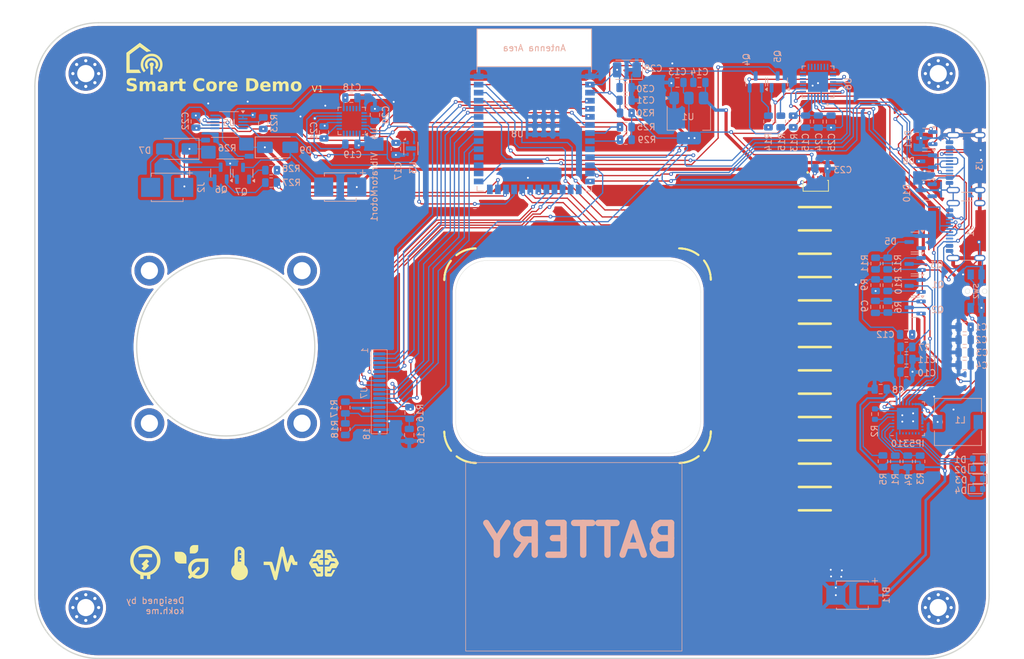
<source format=kicad_pcb>
(kicad_pcb (version 20241229) (generator "pcbnew") (generator_version "9.0")
  (layers (0 "F.Cu" signal) (2 "B.Cu" signal) (13 "F.Paste" user) (15 "B.Paste" user) (5 "F.SilkS" user "F.Silkscreen") (7 "B.SilkS" user "B.Silkscreen") (1 "F.Mask" user) (3 "B.Mask" user) (25 "Edge.Cuts" user))
  (net 0 "")
  (net 1 "/RGB")
  (net 2 "GND")
  (net 3 "/V3.3")
  (net 4 "/LCD_CS")
  (net 5 "/LCD_WR")
  (net 6 "Net-(C11-Pad1)")
  (net 7 "/IO6")
  (net 8 "/IO5")
  (net 9 "Net-(Q1-G)")
  (net 10 "/IO7")
  (net 11 "Net-(U4-REGOUT)")
  (net 12 "/IO10")
  (net 13 "/IO9")
  (net 14 "/Vibration_motor")
  (net 15 "/LCD_RS{slash}DC")
  (net 16 "/Fan")
  (net 17 "/EN")
  (net 18 "/SDA")
  (net 19 "Net-(U4-CPOUT)")
  (net 20 "/GPIO0")
  (net 22 "/S_touch_1")
  (net 23 "Net-(D5-K)")
  (net 24 "Net-(D7-K)")
  (net 25 "Net-(D7-A)")
  (net 26 "/S_touch_2")
  (net 27 "/TX0")
  (net 28 "/LCD_TE")
  (net 29 "/S_touch_5")
  (net 30 "/S_touch_3")
  (net 31 "/SCL")
  (net 32 "/LCD_RESET")
  (net 33 "/IO4")
  (net 34 "/RX0")
  (net 35 "/IO11")
  (net 36 "/S_touch_4")
  (net 37 "/IO8")
  (net 38 "/MPU_INT")
  (net 40 "/VOUT")
  (net 41 "/VBUSG")
  (net 42 "/VBUS_IP5310")
  (net 43 "/KEY")
  (net 44 "Net-(D3-A)")
  (net 45 "Net-(IP5310-VSET)")
  (net 46 "Net-(IP5310-RESET)")
  (net 47 "/BAT")
  (net 48 "Net-(IP5310-LX-Pad14)")
  (net 49 "Net-(D1-K)")
  (net 52 "Net-(IP5310-NTC)")
  (net 55 "Net-(D1-A)")
  (net 56 "/CC1")
  (net 61 "/CC2")
  (net 63 "/D-")
  (net 64 "/D+")
  (net 65 "/VBUS")
  (net 66 "Net-(D9-A)")
  (net 68 "/DTR")
  (net 69 "/RTS")
  (net 70 "Net-(Q3-B)")
  (net 71 "Net-(Q4-B)")
  (net 72 "Net-(Q5-B)")
  (net 73 "Net-(Q6-G)")
  (net 74 "Net-(Q7-G)")
  (net 75 "Net-(U7-LEDA)")
  (net 76 "Net-(U5-~{Alert})")
  (net 77 "Net-(U5-Vin+)")
  (net 78 "Net-(U5-Vin-)")
  (net 94 "/Jtag_d-")
  (net 101 "/Jtag_d+")
  (net 104 "Net-(U6-~{RST})")
  (footprint "MountingHole:MountingHole_2.7mm_M2.5_DIN965_Pad" (layer "F.Cu") (at 42 63)
    (property "Reference" "REF**" (hide yes))
    (property "Value" "MountingHole_2.7mm_M2.5_DIN965_Pad")
  )
  (footprint "MountingHole:MountingHole_2.7mm_M2.5_DIN965_Pad" (layer "F.Cu") (at 42 39)
    (property "Reference" "REF**" (hide yes))
    (property "Value" "MountingHole_2.7mm_M2.5_DIN965_Pad")
  )
  (footprint "MountingHole:MountingHole_2.7mm_M2.5_Pad_Via" (layer "F.Cu") (at 8 8)
    (property "Reference" "REF**" (hide yes))
    (property "Value" "MountingHole_2.7mm_M2.5_Pad_Via")
  )
  (footprint "MountingHole:MountingHole_2.7mm_M2.5_Pad_Via" (layer "F.Cu") (at 8 92)
    (property "Reference" "REF**" (hide yes))
    (property "Value" "MountingHole_2.7mm_M2.5_Pad_Via")
  )
  (footprint "MountingHole:MountingHole_2.7mm_M2.5_Pad_Via" (layer "F.Cu") (at 142 92)
    (property "Reference" "REF**" (hide yes))
    (property "Value" "MountingHole_2.7mm_M2.5_Pad_Via")
  )
  (footprint "MountingHole:MountingHole_2.7mm_M2.5_DIN965_Pad" (layer "F.Cu") (at 18 63)
    (property "Reference" "REF**" (hide yes))
    (property "Value" "MountingHole_2.7mm_M2.5_DIN965_Pad")
  )
  (footprint "Touch Slider:TouchSlider-5_50x10mm" (layer "F.Cu") (at 122.65 52.8)
    (property "Reference" "touch_slider2" (hide yes))
    (property "Value" "~")
  )
  (footprint "WS2812B-4020:LED_WS2812B-4020" (layer "F.Cu") (at 122.75 25.65 180)
    (property "Reference" "RGB" (hide yes))
    (property "Value" "WS2812B-4020")
  )
  (footprint "MountingHole:MountingHole_2.7mm_M2.5_DIN965_Pad" (layer "F.Cu") (at 18 39)
    (property "Reference" "REF**" (hide yes))
    (property "Value" "MountingHole_2.7mm_M2.5_DIN965_Pad")
  )
  (footprint "MountingHole:MountingHole_2.7mm_M2.5_Pad_Via" (layer "F.Cu") (at 142 8)
    (property "Reference" "REF**" (hide yes))
    (property "Value" "MountingHole_2.7mm_M2.5_Pad_Via")
  )
  (footprint "Capacitor_SMD:C_0805_2012Metric" (layer "B.Cu") (at 58.85 64.85 -90)
    (property "Reference" "C16")
    (property "Value" "0.1uF")
  )
  (footprint "Package_TO_SOT_SMD:SOT-23" (layer "B.Cu") (at 138.3625 41.4 180)
    (property "Reference" "Q1")
    (property "Value" "AO3401A")
  )
  (footprint "Resistor_SMD:R_0805_2012Metric" (layer "B.Cu") (at 133.3 68.98125 -90)
    (property "Reference" "R5")
    (property "Value" "10K/NC")
  )
  (footprint "Capacitor_SMD:C_0805_2012Metric" (layer "B.Cu") (at 136.95 49.05 180)
    (property "Reference" "C12")
    (property "Value" "1nF")
  )
  (footprint "Package_TO_SOT_SMD:SOT-23" (layer "B.Cu") (at 138.3625 44.8 180)
    (property "Reference" "Q2")
    (property "Value" "AO3401A")
  )
  (footprint "Resistor_SMD:R_0805_2012Metric" (layer "B.Cu") (at 132.15 41.2875 -90)
    (property "Reference" "R9")
    (property "Value" "10K")
  )
  (footprint "Capacitor_SMD:C_0805_2012Metric" (layer "B.Cu") (at 146.15 51.8625 180)
    (property "Reference" "C3")
    (property "Value" "22uF")
  )
  (footprint "Sensor_Humidity:Sensirion_DFN-4-1EP_2x2mm_P1mm_EP0.7x1.6mm" (layer "B.Cu") (at 59.1 19.775 -90)
    (property "Reference" "U3")
    (property "Value" "SHTC3")
  )
  (footprint "Vibrator Motor:vibrator connector" (layer "B.Cu") (at 20.8 25.9 90)
    (property "Reference" "J2")
    (property "Value" "XH")
  )
  (footprint "Resistor_SMD:R_0805_2012Metric" (layer "B.Cu") (at 117.25 15.5375 90)
    (property "Reference" "R15")
    (property "Value" "10K")
  )
  (footprint "Resistor_SMD:R_0805_2012Metric" (layer "B.Cu") (at 58.9 61.3875 90)
    (property "Reference" "R16")
    (property "Value" "10K")
  )
  (footprint "Package_TO_SOT_SMD:SOT-223-3_TabPin2" (layer "B.Cu") (at 102.8 15 -90)
    (property "Reference" "U1")
    (property "Value" "AMS1117-3.3")
  )
  (footprint "Capacitor_SMD:C_0805_2012Metric" (layer "B.Cu") (at 92.85 10.2 180)
    (property "Reference" "C30")
    (property "Value" "0.1uF")
  )
  (footprint "Capacitor_SMD:C_0805_2012Metric" (layer "B.Cu") (at 104.45 9.4 180)
    (property "Reference" "C14")
    (property "Value" "22uF")
  )
  (footprint "LED_SMD:LED_0603_1608Metric" (layer "B.Cu") (at 148.2125 73.35)
    (property "Reference" "D4")
    (property "Value" "LED")
  )
  (footprint "Package_TO_SOT_SMD:SOT-23" (layer "B.Cu") (at 113.3 9.3125 90)
    (property "Reference" "Q4")
    (property "Value" "SS8050")
  )
  (footprint "Capacitor_SMD:C_0805_2012Metric" (layer "B.Cu") (at 123.65 22.95 180)
    (property "Reference" "C23")
    (property "Value" "104")
  )
  (footprint "Resistor_SMD:R_0805_2012Metric" (layer "B.Cu") (at 115.3 15.5375 90)
    (property "Reference" "R14")
    (property "Value" "10K")
  )
  (footprint "Resistor_SMD:R_0805_2012Metric" (layer "B.Cu") (at 132.15 37.8875 -90)
    (property "Reference" "R11")
    (property "Value" "10K")
  )
  (footprint "Resistor_SMD:R_0805_2012Metric" (layer "B.Cu") (at 37.1375 23.2 180)
    (property "Reference" "R28")
    (property "Value" "220")
  )
  (footprint "Capacitor_SMD:C_0805_2012Metric" (layer "B.Cu") (at 137 54.95)
    (property "Reference" "C10")
    (property "Value" "10uF")
  )
  (footprint "Capacitor_Tantalum_SMD:CP_EIA-3528-21_Kemet-B" (layer "B.Cu") (at 93.06 7.4 180)
    (property "Reference" "C29")
    (property "Value" "22uF")
  )
  (footprint "Resistor_SMD:R_0805_2012Metric" (layer "B.Cu") (at 137.2 69.00625 90)
    (property "Reference" "R4")
    (property "Value" "OR/NC")
  )
  (footprint "LED_SMD:LED_0603_1608Metric" (layer "B.Cu") (at 148.2125 71.75 180)
    (property "Reference" "D3")
    (property "Value" "LED")
  )
  (footprint "Connector_USB:USB_C_Receptacle_GCT_USB4105-xx-A_16P_TopMnt_Horizontal" (layer "B.Cu") (at 147.45 32.7 -90)
    (property "Reference" "J1")
    (property "Value" "USB_C_Receptacle_USB2.0_16P")
  )
  (footprint "Capacitor_SMD:C_0805_2012Metric" (layer "B.Cu") (at 101 9.4 180)
    (property "Reference" "C13")
    (property "Value" "22uF")
  )
  (footprint "Capacitor_SMD:C_0805_2012Metric" (layer "B.Cu") (at 92.85 12.2 180)
    (property "Reference" "C31")
    (property "Value" "1uF")
  )
  (footprint "Package_TO_SOT_SMD:SOT-23" (layer "B.Cu") (at 32.7125 23.7 90)
    (property "Reference" "Q7")
    (property "Value" "AO3400A")
  )
  (footprint "Resistor_SMD:R_0603_1608Metric" (layer "B.Cu") (at 132.05 61.56875 -90)
    (property "Reference" "R2")
    (property "Value" "51K")
  )
  (footprint "LED_SMD:LED_0603_1608Metric" (layer "B.Cu") (at 148.2125 68.55 180)
    (property "Reference" "D1")
    (property "Value" "LED")
  )
  (footprint "Resistor_SMD:R_0805_2012Metric" (layer "B.Cu") (at 92.8875 14.2 180)
    (property "Reference" "R30")
    (property "Value" "10K")
  )
  (footprint "CP2102:QFN50P500X500X100-29N" (layer "B.Cu") (at 123.1 9.32 90)
    (property "Reference" "U6")
    (property "Value" "CP2102")
  )
  (footprint "Capacitor_SMD:C_0805_2012Metric" (layer "B.Cu") (at 49.75 19.1)
    (property "Reference" "C19")
    (property "Value" "0.1uF")
  )
  (footprint "Package_TO_SOT_SMD:SOT-23" (layer "B.Cu") (at 140.2 18.15 180)
    (property "Reference" "D11")
    (property "Value" "SP0502BAHT")
  )
  (footprint "Package_TO_SOT_SMD:SOT-23" (layer "B.Cu") (at 138.3625 37.95 180)
    (property "Reference" "Q3")
    (property "Value" "BC857")
  )
  (footprint "Vibrator Motor:vibrator connector" (layer "B.Cu") (at 128.5 90.05 90)
    (property "Reference" "BT1")
    (property "Value" "Battery_Cell")
  )
  (footprint "Capacitor_SMD:C_0805_2012Metric" (layer "B.Cu") (at 123.15 15.55 90)
    (property "Reference" "C24")
    (property "Value" "1uF")
  )
  (footprint "Resistor_SMD:R_0805_2012Metric" (layer "B.Cu") (at 136.9875 51 180)
    (property "Reference" "R7")
    (property "Value" "2R")
  )
  (footprint "Package_TO_SOT_SMD:SOT-23" (layer "B.Cu") (at 140.1125 26.35 180)
    (property "Reference" "D10")
    (property "Value" "SP0502BAHT")
  )
  (footprint "Capacitor_SMD:C_0805_2012Metric" (layer "B.Cu") (at 132.125 44.7 90)
    (property "Reference" "C9")
    (property "Value" "1uF")
  )
  (footprint "Resistor_SMD:R_0805_2012Metric" (layer "B.Cu") (at 119.2 15.5375 -90)
    (property "Reference" "R13")
    (property "Value" "4.7K")
  )
  (footprint "Resistor_SMD:R_0805_2012Metric" (layer "B.Cu") (at 134.05 37.8875 90)
    (property "Reference" "R12")
    (property "Value" "1K")
  )
  (footprint "Capacitor_SMD:C_0805_2012Metric" (layer "B.Cu") (at 146.15 53.85625 180)
    (property "Reference" "C4")
    (property "Value" "22uF")
  )
  (footprint "1189UE:1189UE" (layer "B.Cu") (at 147.1 39.6 -90)
    (property "Reference" "SW2")
    (property "Value" "SW_Push_Open_Dual")
    (fp_circle (center 2.625 0.5) (end 3 0.5) (stroke (width 0.05)) (fill no) (layer "Edge.Cuts"))
    (fp_circle (center 2.625 -2.2) (end 3 -2.2) (stroke (width 0.05)) (fill no) (layer "Edge.Cuts"))
  )
  (footprint "Diode_SMD:D_SMA" (layer "B.Cu") (at 38.15 19.6)
    (property "Reference" "D9")
    (property "Value" "SS14")
  )
  (footprint "Resistor_SMD:R_0805_2012Metric" (layer "B.Cu") (at 48.8 63.9375 -90)
    (property "Reference" "R18")
    (property "Value" "6")
  )
  (footprint "Resistor_SMD:R_0805_2012Metric" (layer "B.Cu") (at 134.05 41.2875 90)
    (property "Reference" "R10")
    (property "Value" "100K")
  )
  (footprint "Sensor_Motion:InvenSense_QFN-24_4x4mm_P0.5mm" (layer "B.Cu") (at 49.8 15.45 90)
    (property "Reference" "U4")
    (property "Value" "MPU-6050")
  )
  (footprint "FPC_18P_0.7mm_Solder-Down:Untitled" (layer "B.Cu") (at 52.88 51.45 -90)
    (property "Reference" "U7")
    (property "Value" "FCC connector" (hide yes))
  )
  (footprint "LED_SMD:LED_0603_1608Metric" (layer "B.Cu") (at 148.2625 70.15)
    (property "Reference" "D2")
    (property "Value" "LED")
  )
  (footprint "Capacitor_SMD:C_0805_2012Metric" (layer "B.Cu") (at 25.3 15.55 -90)
    (property "Reference" "C22")
    (property "Value" "0.1uF")
  )
  (footprint "Inductor_SMD:L_7.3x7.3_H4.5" (layer "B.Cu") (at 145.1 62.8 180)
    (property "Reference" "L1")
    (property "Value" "1uH")
  )
  (footprint "Capacitor_SMD:C_0805_2012Metric" (layer "B.Cu") (at 49.75 11.8)
    (property "Reference" "C18")
    (property "Value" "0.1uF")
  )
  (footprint "Resistor_SMD:R_0805_2012Metric" (layer "B.Cu") (at 48.8 60.5375 90)
    (property "Reference" "R17")
    (property "Value" "10K")
  )
  (footprint "Diode_SMD:D_SMA" (layer "B.Cu") (at 22.3 19.85 180)
    (property "Reference" "D7")
    (property "Value" "SS14")
  )
  (footprint "Capacitor_SMD:C_0805_2012Metric" (layer "B.Cu") (at 121.15 15.55 90)
    (property "Reference" "C15")
    (property "Value" "0.1uF")
  )
  (footprint "Package_TO_SOT_SMD:SOT-23" (layer "B.Cu") (at 29.2 23.6625 90)
    (property "Reference" "Q6")
    (property "Value" "AO3400A")
  )
  (footprint "Resistor_SMD:R_0805_2012Metric" (layer "B.Cu") (at 134.075 44.6875 90)
    (property "Reference" "R6")
    (property "Value" "10K")
  )
  (footprint "Connector_USB:USB_C_Receptacle_GCT_USB4105-xx-A_16P_TopMnt_Horizontal" (layer "B.Cu") (at 147.45 22 -90)
    (property "Reference" "J3")
    (property "Value" "USB_C_Receptacle_USB2.0_16P_Jtag")
  )
  (footprint "Package_SO:VSSOP-10_3x3mm_P0.5mm" (layer "B.Cu") (at 30.5 15.6 180)
    (property "Reference" "U5")
    (property "Value" "INA226")
  )
  (footprint "Resistor_SMD:R_0805_2012Metric" (layer "B.Cu") (at 35.9 15.8 -90)
    (property "Reference" "R23")
    (property "Value" "10K")
  )
  (footprint "IP5310:IP5310" (layer "B.Cu") (at 137.2 62.29375)
    (property "Reference" "IP5310")
    (property "Value" "~")
  )
  (footprint "PCM_Espressif:ESP32-S3-WROOM-1" (layer "B.Cu") (at 78.5 16.72 180)
    (property "Reference" "U8")
    (property "Value" "ESP32-S3-WROOM-1")
  )
  (footprint "Package_TO_SOT_SMD:SOT-23" (layer "B.Cu") (at 138.3625 34.5 180)
    (property "Reference" "D5")
    (property "Value" "BZX84Cxx")
  )
  (footprint "Capacitor_SMD:C_0805_2012Metric" (layer "B.Cu") (at 146.15 47.875 180)
    (property "Reference" "C1")
    (property "Value" "22uF")
  )
  (footprint "Vibrator Motor:vibrator connector" (layer "B.Cu") (at 48 25.85 90)
    (property "Reference" "VibratorMotor1")
    (property "Value" "~")
  )
  (footprint "Resistor_SMD:R_0805_2012Metric" (layer "B.Cu") (at 135.25 69.00625 90)
    (property "Reference" "R1")
    (property "Value" "RSET resistance")
  )
  (footprint "Capacitor_SMD:C_0805_2012Metric" (layer "B.Cu") (at 45.45 17.25 -90)
    (property "Reference" "C21")
    (property "Value" "10nF")
  )
  (footprint "Capacitor_SMD:C_0805_2012Metric" (layer "B.Cu") (at 53.45 14.5 90)
    (property "Reference" "C20")
    (property "Value" "2.2nF")
  )
  (footprint "Resistor_SMD:R_0805_2012Metric" (layer "B.Cu") (at 139.15 69.00625 90)
    (property "Reference" "R3")
    (property "Value" "OR/NC")
  )
  (footprint "Package_TO_SOT_SMD:SOT-23" (layer "B.Cu") (at 140.1625 21.8 180)
    (property "Reference" "D6")
    (property "Value" "SP0502BAHT")
  )
  (footprint "Capacitor_SMD:C_0805_2012Metric" (layer "B.Cu") (at 146.15 49.86875 180)
    (property "Reference" "C2")
    (property "Value" "22uF")
  )
  (footprint "Capacitor_SMD:C_0805_2012Metric" (layer "B.Cu") (at 137 52.95)
    (property "Reference" "C11")
    (property "Value" "10uF")
  )
  (footprint "Capacitor_SMD:C_0805_2012Metric" (layer "B.Cu") (at 56.75 19.85 -90)
    (property "Reference" "C17")
    (property "Value" "100nF")
  )
  (footprint "Resistor_SMD:R_0805_2012Metric" (layer "B.Cu") (at 92.8875 16.4 180)
    (property "Reference" "R25")
    (property "Value" "4.7K")
  )
  (footprint "Resistor_SMD:R_0805_2012Metric" (layer "B.Cu") (at 92.8875 18.4)
    (property "Reference" "R29")
    (property "Value" "4.7K")
  )
  (footprint "Resistor_SMD:R_0805_2012Metric" (layer "B.Cu") (at 37.1375 25.15 180)
    (property "Reference" "R27")
    (property "Value" "220")
  )
  (footprint "Capacitor_SMD:C_0805_2012Metric" (layer "B.Cu") (at 132.95 57.64375 180)
    (property "Reference" "C8")
    (property "Value" "22uF")
  )
  (footprint "Resistor_SMD:R_Shunt_Vishay_WSK2512_6332Metric_T1.19mm" (layer "B.Cu") (at 30.265 19.735 180)
    (property "Reference" "R26")
    (property "Value" "R_Shunt")
  )
  (footprint "Capacitor_SMD:C_0805_2012Metric" (layer "B.Cu") (at 125.15 15.55 90)
    (property "Reference" "C25")
    (property "Value" "0.1uF")
  )
  (footprint "Package_TO_SOT_SMD:SOT-23" (layer "B.Cu") (at 116.75 9.3125 90)
    (property "Reference" "Q5")
    (property "Value" "SS8050")
  )
  (gr_line (start 120.1 47.346154) (end 125.1 47.346154) (stroke (width 0.4)) (layer "F.SilkS"))
  (gr_line (start 120.1 36.338462) (end 125.1 36.338462) (stroke (width 0.4)) (layer "F.SilkS"))
  (gr_line (start 120.1 32.669231) (end 125.1 32.669231) (stroke (width 0.4)) (layer "F.SilkS"))
  (gr_arc (start 106.25 64.25) (mid 104.785534 67.785534) (end 101.25 69.25) (stroke (width 0.3) (type dash)) (layer "F.SilkS"))
  (gr_poly (pts (xy 22.946144 83.223627) (xy 22.992782 83.226806) (xy 23.038541 83.232102) (xy 23.083422 83.239518) (xy 23.127425 83.249052) (xy 23.170549 83.260705) (xy 23.212794 83.274477) (xy 23.254161 83.290368) (xy 23.29465 83.308377) (xy 23.33426 83.328505) (xy 23.372991 83.350752) (xy 23.410844 83.375117) (xy 23.447819 83.401601) (xy 23.483915 83.430204) (xy 23.519132 83.460926) (xy 23.553471 83.493766) (xy 23.586311 83.528105) (xy 23.617033 83.563322) (xy 23.645636 83.599418) (xy 23.67212 83.636393) (xy 23.696486 83.674246) (xy 23.718732 83.712977) (xy 23.73886 83.752587) (xy 23.756869 83.793076) (xy 23.77276 83.834443) (xy 23.786532 83.876688) (xy 23.798185 83.919812) (xy 23.807719 83.963815) (xy 23.815135 84.008696) (xy 23.820431 84.054455) (xy 23.82361 84.101093) (xy 23.824669 84.14861) (xy 23.824669 85.074651) (xy 22.898627 85.074651) (xy 22.851111 85.073592) (xy 22.804473 85.070414) (xy 22.758713 85.065117) (xy 22.713832 85.057702) (xy 22.66983 85.048167) (xy 22.626706 85.036514) (xy 22.58446 85.022742) (xy 22.543093 85.006852) (xy 22.502605 84.988843) (xy 22.462995 84.968715) (xy 22.424263 84.946468) (xy 22.38641 84.922103) (xy 22.349436 84.895618) (xy 22.31334 84.867015) (xy 22.278123 84.836294) (xy 22.243784 84.803453) (xy 22.210943 84.769114) (xy 22.180222 84.733897) (xy 22.151619 84.697801) (xy 22.125134 84.660827) (xy 22.100769 84.622974) (xy 22.078522 84.584242) (xy 22.058394 84.544632) (xy 22.040385 84.504144) (xy 22.024495 84.462777) (xy 22.010723 84.420531) (xy 21.99907 84.377407) (xy 21.989536 84.333405) (xy 21.98212 84.288524) (xy 21.976823 84.242764) (xy 21.973645 84.196126) (xy 21.972586 84.14861) (xy 21.972586 83.222568) (xy 22.898627 83.222568)) (fill yes) (layer "F.SilkS"))
  (gr_line (start 120.1 62.023077) (end 125.1 62.023077) (stroke (width 0.4)) (layer "F.SilkS"))
  (gr_poly (pts (xy 46.485046 82.898058) (xy 46.494025 82.898485) (xy 46.502926 82.899195) (xy 46.51175 82.90019) (xy 46.520496 82.901469) (xy 46.529164 82.903032) (xy 46.537756 82.90488) (xy 46.546269 82.907011) (xy 46.554706 82.909427) (xy 46.563064 82.912127) (xy 46.571345 82.915112) (xy 46.579549 82.91838) (xy 46.587675 82.921933) (xy 46.595724 82.92577) (xy 46.603695 82.929891) (xy 46.611588 82.934296) (xy 46.619327 82.93896) (xy 46.626833 82.943857) (xy 46.634106 82.948986) (xy 46.641147 82.954347) (xy 46.647956 82.959941) (xy 46.654531 82.965767) (xy 46.660875 82.971826) (xy 46.666985 82.978118) (xy 46.672864 82.984642) (xy 46.678509 82.991399) (xy 46.683922 82.998388) (xy 46.689103 83.00561) (xy 46.694051 83.013064) (xy 46.698766 83.020751) (xy 46.703249 83.028671) (xy 46.7075 83.036823) (xy 47.223438 83.95625) (xy 46.839791 83.95625) (xy 46.575208 83.427083) (xy 45.966666 83.427083) (xy 45.966666 83.691666) (xy 46.416458 83.691666) (xy 46.681041 84.220833) (xy 47.368958 84.220833) (xy 47.74599 84.882291) (xy 47.749245 84.890559) (xy 47.752397 84.898828) (xy 47.755446 84.907096) (xy 47.758392 84.915364) (xy 47.761234 84.923632) (xy 47.763973 84.931901) (xy 47.766608 84.940169) (xy 47.76914 84.948437) (xy 47.771466 84.956705) (xy 47.773481 84.964974) (xy 47.775187 84.973242) (xy 47.776582 84.98151) (xy 47.777667 84.989778) (xy 47.778442 84.998046) (xy 47.778907 85.006315) (xy 47.779062 85.014583) (xy 47.778933 85.0182) (xy 47.778546 85.022438) (xy 47.7779 85.027295) (xy 47.776995 85.032773) (xy 47.775833 85.038871) (xy 47.774412 85.045589) (xy 47.770794 85.060885) (xy 47.766143 85.078662) (xy 47.760459 85.098919) (xy 47.753741 85.121656) (xy 47.74599 85.146875) (xy 47.368958 85.808333) (xy 46.681041 85.808333) (xy 46.416458 86.3375) (xy 45.966666 86.3375) (xy 45.966666 86.602083) (xy 46.575208 86.602083) (xy 46.839791 86.072916) (xy 47.223438 86.072916) (xy 46.7075 86.992343) (xy 46.703249 87.000495) (xy 46.698766 87.008414) (xy 46.694051 87.016101) (xy 46.689103 87.023556) (xy 46.683922 87.030778) (xy 46.678509 87.037767) (xy 46.672864 87.044523) (xy 46.666985 87.051048) (xy 46.660875 87.057339) (xy 46.654531 87.063398) (xy 46.647956 87.069225) (xy 46.641147 87.074819) (xy 46.634106 87.08018) (xy 46.626833 87.085309) (xy 46.619327 87.090205) (xy 46.611588 87.094869) (xy 46.603695 87.099275) (xy 46.595724 87.103396) (xy 46.587675 87.107233) (xy 46.579549 87.110786) (xy 46.571345 87.114054) (xy 46.563064 87.117039) (xy 46.554706 87.119739) (xy 46.546269 87.122155) (xy 46.537756 87.124286) (xy 46.529164 87.126134) (xy 46.520496 87.127697) (xy 46.51175 87.128976) (xy 46.502926 87.129971) (xy 46.494025 87.130681) (xy 46.485046 87.131107) (xy 46.47599 87.13125) (xy 45.834375 87.13125) (xy 45.820461 87.130952) (xy 45.806831 87.130061) (xy 45.793486 87.128575) (xy 45.780425 87.126495) (xy 45.767648 87.123821) (xy 45.755155 87.120552) (xy 45.742946 87.11669) (xy 45.731022 87.112233) (xy 45.719382 87.107181) (xy 45.708026 87.101536) (xy 45.696954 87.095296) (xy 45.686167 87.088461) (xy 45.675664 87.081033) (xy 45.665445 87.07301) (xy 45.65551 87.064393) (xy 45.645859 87.055182) (xy 45.636648 87.045531) (xy 45.628031 87.035596) (xy 45.620008 87.025377) (xy 45.61258 87.014874) (xy 45.605745 87.004087) (xy 45.599506 86.993015) (xy 45.59386 86.981659) (xy 45.588808 86.970019) (xy 45.584351 86.958095) (xy 45.580489 86.945886) (xy 45.57722 86.933393) (xy 45.574546 86.920616) (xy 45.572466 86.907555) (xy 45.57098 86.89421) (xy 45.570089 86.88058) (xy 45.569792 86.866666) (xy 45.569792 85.543749) (xy 46.310625 85.543749) (xy 46.575208 85.014583) (xy 47.289583 85.014583) (xy 47.025 84.75) (xy 46.416458 84.75) (xy 46.151875 85.279166) (xy 45.569792 85.279166) (xy 45.569792 84.485416) (xy 46.23125 84.485416) (xy 45.966666 84.220833) (xy 45.569792 84.220833) (xy 45.569792 83.1625) (xy 45.570089 83.148586) (xy 45.57098 83.134956) (xy 45.572466 83.121611) (xy 45.574546 83.10855) (xy 45.57722 83.095773) (xy 45.580489 83.08328) (xy 45.584351 83.071071) (xy 45.588808 83.059147) (xy 45.59386 83.047507) (xy 45.599506 83.036151) (xy 45.605745 83.025079) (xy 45.61258 83.014292) (xy 45.620008 83.003788) (xy 45.628031 82.993569) (xy 45.636648 82.983635) (xy 45.645859 82.973984) (xy 45.65551 82.964773) (xy 45.665445 82.956156) (xy 45.675664 82.948133) (xy 45.686167 82.940704) (xy 45.696954 82.93387) (xy 45.708026 82.92763) (xy 45.719382 82.921985) (xy 45.731022 82.916933) (xy 45.742946 82.912476) (xy 45.755155 82.908613) (xy 45.767648 82.905345) (xy 45.780425 82.90267) (xy 45.793486 82.900591) (xy 45.806831 82.899105) (xy 45.820461 82.898213) (xy 45.834375 82.897916) (xy 46.47599 82.897916)) (fill yes) (layer "F.SilkS"))
  (gr_arc (start 69.35 69.25) (mid 65.814466 67.785534) (end 64.35 64.25) (stroke (width 0.3) (type dash)) (layer "F.SilkS"))
  (gr_poly (pts (xy 27.270867 85.868401) (xy 27.269045 85.950308) (xy 27.263581 86.030665) (xy 27.254473 86.109472) (xy 27.241721 86.186728) (xy 27.225327 86.262434) (xy 27.205289 86.33659) (xy 27.181609 86.409195) (xy 27.154285 86.48025) (xy 27.123318 86.549755) (xy 27.088707 86.61771) (xy 27.050454 86.684114) (xy 27.008557 86.748968) (xy 26.963017 86.812271) (xy 26.913834 86.874025) (xy 26.861008 86.934228) (xy 26.804539 86.992881) (xy 26.745486 87.048949) (xy 26.684908 87.101401) (xy 26.622806 87.150235) (xy 26.559179 87.195452) (xy 26.494028 87.237052) (xy 26.427352 87.275034) (xy 26.359152 87.309399) (xy 26.289428 87.340146) (xy 26.218179 87.367276) (xy 26.145406 87.390789) (xy 26.071108 87.410684) (xy 25.995286 87.426963) (xy 25.917939 87.439623) (xy 25.839068 87.448667) (xy 25.758672 87.454093) (xy 25.676752 87.455901) (xy 25.612622 87.454661) (xy 25.549215 87.45094) (xy 25.486531 87.444739) (xy 25.424571 87.436058) (xy 25.363335 87.424896) (xy 25.302822 87.411253) (xy 25.243032 87.39513) (xy 25.183966 87.376527) (xy 25.125933 87.355752) (xy 25.069244 87.333118) (xy 25.013899 87.308624) (xy 24.959897 87.282269) (xy 24.907238 87.254053) (xy 24.855924 87.223978) (xy 24.805953 87.192042) (xy 24.757325 87.158245) (xy 24.539044 87.376527) (xy 24.529794 87.385337) (xy 24.520234 87.39358) (xy 24.510363 87.401254) (xy 24.500183 87.408359) (xy 24.489693 87.414896) (xy 24.478893 87.420865) (xy 24.467782 87.426265) (xy 24.456362 87.431097) (xy 24.444631 87.43536) (xy 24.43259 87.439055) (xy 24.42024 87.442181) (xy 24.407579 87.444739) (xy 24.394608 87.446729) (xy 24.381327 87.44815) (xy 24.367737 87.449002) (xy 24.353836 87.449287) (xy 24.339935 87.449002) (xy 24.326344 87.44815) (xy 24.313063 87.446729) (xy 24.300092 87.444739) (xy 24.287431 87.442181) (xy 24.275081 87.439055) (xy 24.26304 87.43536) (xy 24.25131 87.431097) (xy 24.239889 87.426265) (xy 24.228779 87.420865) (xy 24.217978 87.414896) (xy 24.207488 87.408359) (xy 24.197308 87.401254) (xy 24.187438 87.39358) (xy 24.177877 87.385337) (xy 24.168627 87.376527) (xy 24.159816 87.367276) (xy 24.151574 87.357716) (xy 24.1439 87.347846) (xy 24.136795 87.337666) (xy 24.130257 87.327175) (xy 24.124289 87.316375) (xy 24.118889 87.305264) (xy 24.114057 87.293844) (xy 24.109794 87.282113) (xy 24.106099 87.270073) (xy 24.102972 87.257722) (xy 24.100414 87.245061) (xy 24.098425 87.232091) (xy 24.097004 87.21881) (xy 24.096151 87.205219) (xy 24.095867 87.191318) (xy 24.096151 87.177417) (xy 24.097004 87.163826) (xy 24.098425 87.150545) (xy 24.100414 87.137574) (xy 24.102972 87.124914) (xy 24.106099 87.112563) (xy 24.109794 87.100522) (xy 24.114057 87.088792) (xy 24.118889 87.077371) (xy 24.124289 87.066261) (xy 24.130257 87.055461) (xy 24.136795 87.04497) (xy 24.1439 87.03479) (xy 24.151574 87.02492) (xy 24.159816 87.01536) (xy 24.168627 87.006109) (xy 24.386909 86.787829) (xy 24.369778 86.763683) (xy 24.353112 86.739201) (xy 24.336912 86.714383) (xy 24.321176 86.68923) (xy 24.305906 86.663741) (xy 24.2911 86.637915) (xy 24.27676 86.611754) (xy 24.262885 86.585257) (xy 24.249475 86.558424) (xy 24.23653 86.531255) (xy 24.22405 86.50375) (xy 24.212035 86.47591) (xy 24.200486 86.447733) (xy 24.189401 86.41922) (xy 24.178782 86.390372) (xy 24.168627 86.361188) (xy 24.159015 86.331745) (xy 24.150024 86.302122) (xy 24.141652 86.272317) (xy 24.133901 86.242332) (xy 24.126769 86.212166) (xy 24.120258 86.181819) (xy 24.114367 86.151291) (xy 24.109096 86.120582) (xy 24.100414 86.058622) (xy 24.094213 85.995939) (xy 24.090492 85.932532) (xy 24.089252 85.868401) (xy 24.618419 85.868401) (xy 24.618987 85.906177) (xy 24.620693 85.943436) (xy 24.623535 85.980178) (xy 24.627514 86.016403) (xy 24.63263 86.052111) (xy 24.638883 86.087303) (xy 24.646272 86.121978) (xy 24.654799 86.156136) (xy 24.664462 86.189777) (xy 24.675263 86.222901) (xy 24.6872 86.255509) (xy 24.700274 86.2876) (xy 24.714485 86.319175) (xy 24.729833 86.350232) (xy 24.746318 86.380773) (xy 24.76394 86.410797) (xy 25.491544 85.683193) (xy 25.500794 85.674382) (xy 25.510354 85.66614) (xy 25.520224 85.658466) (xy 25.530404 85.65136) (xy 25.540895 85.644823) (xy 25.551695 85.638855) (xy 25.562806 85.633454) (xy 25.574226 85.628623) (xy 25.585957 85.624359) (xy 25.597997 85.620664) (xy 25.610348 85.617538) (xy 25.623009 85.61498) (xy 25.635979 85.612991) (xy 25.64926 85.611569) (xy 25.662851 85.610717) (xy 25.676752 85.610433) (xy 25.690653 85.610717) (xy 25.704244 85.611569) (xy 25.717525 85.612991) (xy 25.730496 85.61498) (xy 25.743156 85.617538) (xy 25.755507 85.620664) (xy 25.767548 85.624359) (xy 25.779278 85.628623) (xy 25.790699 85.633454) (xy 25.801809 85.638855) (xy 25.812609 85.644823) (xy 25.8231 85.65136) (xy 25.83328 85.658466) (xy 25.84315 85.66614) (xy 25.85271 85.674382) (xy 25.86196 85.683193) (xy 25.870771 85.692443) (xy 25.879014 85.702003) (xy 25.886688 85.711874) (xy 25.893793 85.722054) (xy 25.90033 85.732544) (xy 25.906299 85.743344) (xy 25.911699 85.754455) (xy 25.916531 85.765875) (xy 25.920794 85.777606) (xy 25.924489 85.789646) (xy 25.927615 85.801997) (xy 25.930173 85.814658) (xy 25.932163 85.827628) (xy 25.933584 85.840909) (xy 25.934437 85.8545) (xy 25.934721 85.868401) (xy 25.934437 85.882302) (xy 25.933584 85.895893) (xy 25.932163 85.909174) (xy 25.930173 85.922145) (xy 25.927615 85.934805) (xy 25.924489 85.947156) (xy 25.920794 85.959197) (xy 25.916531 85.970927) (xy 25.911699 85.982348) (xy 25.906299 85.993458) (xy 25.90033 86.004258) (xy 25.893793 86.014749) (xy 25.886688 86.024929) (xy 25.879014 86.034799) (xy 25.870771 86.044359) (xy 25.86196 86.05361) (xy 25.134356 86.781214) (xy 25.16438 86.798836) (xy 25.194921 86.81532) (xy 25.225979 86.830668) (xy 25.257553 86.844879) (xy 25.289644 86.857953) (xy 25.322252 86.869891) (xy 25.355376 86.880691) (xy 25.389018 86.890354) (xy 25.423176 86.898881) (xy 25.457851 86.906271) (xy 25.493043 86.912524) (xy 25.528751 86.91764) (xy 25.564976 86.921619) (xy 25.601718 86.924461) (xy 25.638977 86.926166) (xy 25.676752 86.926735) (xy 25.731607 86.92552) (xy 25.785376 86.921877) (xy 25.83806 86.915805) (xy 25.889659 86.907304) (xy 25.940173 86.896375) (xy 25.989601 86.883016) (xy 26.037945 86.867229) (xy 26.085203 86.849013) (xy 26.131376 86.828368) (xy 26.176463 86.805295) (xy 26.220466 86.779793) (xy 26.263383 86.751861) (xy 26.305215 86.721502) (xy 26.345962 86.688713) (xy 26.385624 86.653495) (xy 26.4242 86.615849) (xy 26.461045 86.576498) (xy 26.495514 86.536164) (xy 26.527605 86.494849) (xy 26.557319 86.452552) (xy 26.584655 86.409273) (xy 26.609615 86.365012) (xy 26.632198 86.319769) (xy 26.652403 86.273545) (xy 26.670232 86.226338) (xy 26.685683 86.17815) (xy 26.698757 86.12898) (xy 26.709454 86.078828) (xy 26.717774 86.027694) (xy 26.723717 85.975578) (xy 26.727282 85.922481) (xy 26.728471 85.868401) (xy 26.728471 84.810068) (xy 25.676752 84.810068) (xy 25.622673 84.81127) (xy 25.569575 84.814874) (xy 25.51746 84.820881) (xy 25.466326 84.829292) (xy 25.416174 84.840105) (xy 25.367004 84.853321) (xy 25.318815 84.86894) (xy 25.271609 84.886963) (xy 25.225384 84.907388) (xy 25.180142 84.930216) (xy 25.135881 84.955447) (xy 25.092602 84.983081) (xy 25.050305 85.013118) (xy 25.008989 85.045558) (xy 24.968656 85.0804) (xy 24.929304 85.117646) (xy 24.891658 85.156623) (xy 24.856441 85.196659) (xy 24.823652 85.237755) (xy 24.793292 85.27991) (xy 24.765361 85.323125) (xy 24.739859 85.367398) (xy 24.716785 85.412732) (xy 24.69614 85.459124) (xy 24.677924 85.506576) (xy 24.662137 85.555087) (xy 24.648779 85.604658) (xy 24.637849 85.655288) (xy 24.629349 85.706977) (xy 24.623277 85.759726) (xy 24.619633 85.813534) (xy 24.618419 85.868401) (xy 24.089252 85.868401) (xy 24.091061 85.786481) (xy 24.096487 85.706086) (xy 24.10553 85.627214) (xy 24.118191 85.549868) (xy 24.134469 85.474045) (xy 24.154365 85.399748) (xy 24.177877 85.326974) (xy 24.205007 85.255725) (xy 24.235755 85.186001) (xy 24.27012 85.117801) (xy 24.308102 85.051126) (xy 24.349701 84.985974) (xy 24.394918 84.922348) (xy 24.443753 84.860246) (xy 24.496204 84.799668) (xy 24.552273 84.740615) (xy 24.610926 84.684145) (xy 24.671129 84.631319) (xy 24.732882 84.582136) (xy 24.796186 84.536596) (xy 24.86104 84.4947) (xy 24.927444 84.456446) (xy 24.995398 84.421836) (xy 25.064903 84.390869) (xy 25.135958 84.363545) (xy 25.208564 84.339864) (xy 25.282719 84.319827) (xy 25.358425 84.303432) (xy 25.435682 84.290681) (xy 25.514488 84.281573) (xy 25.594845 84.276109) (xy 25.676752 84.274287) (xy 27.270867 84.274287)) (fill yes) (layer "F.SilkS"))
  (gr_poly (pts (xy 18.441342 4.871742) (xy 18.528869 4.877594) (xy 18.614664 4.887348) (xy 18.698729 4.901004) (xy 18.781063 4.918561) (xy 18.861665 4.94002) (xy 18.940536 4.96538) (xy 19.017676 4.994642) (xy 19.093085 5.027805) (xy 19.166762 5.06487) (xy 19.238709 5.105836) (xy 19.308924 5.150704) (xy 19.377408 5.199474) (xy 19.444161 5.252145) (xy 19.509183 5.308718) (xy 19.572474 5.369192) (xy 19.632948 5.432483) (xy 19.689521 5.497505) (xy 19.742192 5.564258) (xy 19.790962 5.632742) (xy 19.83583 5.702957) (xy 19.876796 5.774904) (xy 19.913861 5.848582) (xy 19.947025 5.92399) (xy 19.976287 6.00113) (xy 20.001647 6.080002) (xy 20.023105 6.160604) (xy 20.040663 6.242937) (xy 20.054318 6.327002) (xy 20.064072 6.412798) (xy 20.069924 6.500325) (xy 20.071875 6.589583) (xy 20.071384 6.63166) (xy 20.069911 6.673557) (xy 20.067457 6.715273) (xy 20.06402 6.756808) (xy 20.059602 6.798162) (xy 20.054202 6.839335) (xy 20.04782 6.880327) (xy 20.040456 6.921139) (xy 20.03211 6.961769) (xy 20.022783 7.002219) (xy 20.012473 7.042488) (xy 20.001182 7.082576) (xy 19.988909 7.122483) (xy 19.975654 7.16221) (xy 19.961417 7.201755) (xy 19.946198 7.241119) (xy 19.930023 7.280122) (xy 19.912918 7.318582) (xy 19.894883 7.3565) (xy 19.875918 7.393875) (xy 19.856023 7.430707) (xy 19.835197 7.466997) (xy 19.813441 7.502744) (xy 19.790755 7.537949) (xy 19.767139 7.572611) (xy 19.742593 7.60673) (xy 19.717116 7.640307) (xy 19.69071 7.673341) (xy 19.663373 7.705833) (xy 19.635106 7.737782) (xy 19.605909 7.769188) (xy 19.575781 7.800052) (xy 19.291354 7.515625) (xy 19.314957 7.491466) (xy 19.337811 7.466945) (xy 19.359916 7.442063) (xy 19.381271 7.416819) (xy 19.401877 7.391214) (xy 19.421734 7.365246) (xy 19.440841 7.338917) (xy 19.459199 7.312226) (xy 19.476808 7.285174) (xy 19.493668 7.257759) (xy 19.509778 7.229983) (xy 19.525138 7.201845) (xy 19.53975 7.173346) (xy 19.553612 7.144485) (xy 19.566725 7.115262) (xy 19.579089 7.085677) (xy 19.590703 7.055834) (xy 19.601568 7.025835) (xy 19.611684 6.995682) (xy 19.62105 6.965374) (xy 19.629667 6.934911) (xy 19.637535 6.904292) (xy 19.644653 6.873519) (xy 19.651022 6.842591) (xy 19.656642 6.811507) (xy 19.661513 6.780269) (xy 19.665634 6.748875) (xy 19.669006 6.717327) (xy 19.671628 6.685623) (xy 19.673502 6.653765) (xy 19.674626 6.621751) (xy 19.675 6.589583) (xy 19.673502 6.520801) (xy 19.669006 6.453364) (xy 19.661513 6.38727) (xy 19.651022 6.322519) (xy 19.637535 6.259112) (xy 19.62105 6.197049) (xy 19.601568 6.136329) (xy 19.579089 6.076953) (xy 19.553612 6.01892) (xy 19.525138 5.962231) (xy 19.493668 5.906885) (xy 19.459199 5.852884) (xy 19.421734 5.800225) (xy 19.381271 5.748911) (xy 19.337811 5.69894) (xy 19.291354 5.650312) (xy 19.242727 5.603855) (xy 19.192756 5.560395) (xy 19.141441 5.519932) (xy 19.088783 5.482467) (xy 19.034781 5.447999) (xy 18.979435 5.416528) (xy 18.922746 5.388054) (xy 18.864714 5.362578) (xy 18.805338 5.340098) (xy 18.744618 5.320616) (xy 18.682554 5.304132) (xy 18.619147 5.290644) (xy 18.554397 5.280154) (xy 18.488303 5.272661) (xy 18.420865 5.268165) (xy 18.352084 5.266666) (xy 18.28409 5.268165) (xy 18.217363 5.272661) (xy 18.151902 5.280154) (xy 18.087707 5.290644) (xy 18.024778 5.304132) (xy 17.963115 5.320616) (xy 17.902718 5.340098) (xy 17.843588 5.362578) (xy 17.785723 5.388054) (xy 17.729124 5.416528) (xy 17.673792 5.447999) (xy 17.619725 5.482467) (xy 17.566925 5.519932) (xy 17.51539 5.560395) (xy 17.465122 5.603855) (xy 17.41612 5.650312) (xy 17.369262 5.69894) (xy 17.325428 5.748911) (xy 17.284616 5.800225) (xy 17.246828 5.852884) (xy 17.212063 5.906885) (xy 17.18032 5.962231) (xy 17.151601 6.01892) (xy 17.125905 6.076953) (xy 17.103232 6.136329) (xy 17.083582 6.197049) (xy 17.066955 6.259112) (xy 17.053351 6.322519) (xy 17.042771 6.38727) (xy 17.035213 6.453364) (xy 17.030678 6.520801) (xy 17.029167 6.589583) (xy 17.029567 6.621764) (xy 17.030769 6.653817) (xy 17.032771 6.68574) (xy 17.035575 6.717534) (xy 17.039179 6.749198) (xy 17.043585 6.780734) (xy 17.048791 6.81214) (xy 17.054798 6.843417) (xy 17.061607 6.874565) (xy 17.069216 6.905584) (xy 17.077626 6.936474) (xy 17.086838 6.967234) (xy 17.09685 6.997865) (xy 17.107663 7.028367) (xy 17.119278 7.05874) (xy 17.131693 7.088984) (xy 17.144832 7.118969) (xy 17.158616 7.148567) (xy 17.173047 7.177777) (xy 17.188124 7.2066) (xy 17.203846 7.235035) (xy 17.220215 7.263082) (xy 17.237229 7.290742) (xy 17.25489 7.318014) (xy 17.273196 7.344899) (xy 17.292148 7.371396) (xy 17.311746 7.397505) (xy 17.331991 7.423227) (xy 17.352881 7.448562) (xy 17.374417 7.473508) (xy 17.396599 7.498068) (xy 17.419427 7.522239) (xy 17.135 7.806666) (xy 17.106436 7.775001) (xy 17.078621 7.742846) (xy 17.051556 7.710199) (xy 17.025239 7.677062) (xy 16.999673 7.643433) (xy 16.974855 7.609314) (xy 16.950787 7.574704) (xy 16.927468 7.539602) (xy 16.904898 7.50401) (xy 16.883078 7.467927) (xy 16.862007 7.431353) (xy 16.841685 7.394288) (xy 16.822112 7.356733) (xy 16.803289 7.318686) (xy 16.785215 7.280148) (xy 16.767891 7.241119) (xy 16.751471 7.201755) (xy 16.73611 7.16221) (xy 16.721808 7.122483) (xy 16.708566 7.082576) (xy 16.696384 7.042488) (xy 16.68526 7.002219) (xy 16.675196 6.961769) (xy 16.666192 6.921139) (xy 16.658246 6.880327) (xy 16.65136 6.839335) (xy 16.645534 6.798162) (xy 16.640767 6.756808) (xy 16.637059 6.715273) (xy 16.634411 6.673557) (xy 16.632821 6.63166) (xy 16.632292 6.589583) (xy 16.634256 6.500325) (xy 16.640147 6.412798) (xy 16.649965 6.327002) (xy 16.663711 6.242937) (xy 16.681384 6.160604) (xy 16.702985 6.080002) (xy 16.728513 6.00113) (xy 16.757969 5.92399) (xy 16.791352 5.848582) (xy 16.828662 5.774904) (xy 16.8699 5.702957) (xy 16.915065 5.632742) (xy 16.964158 5.564258) (xy 17.017178 5.497505) (xy 17.074125 5.432483) (xy 17.135 5.369192) (xy 17.198666 5.308718) (xy 17.263985 5.252145) (xy 17.330957 5.199474) (xy 17.399584 5.150704) (xy 17.469864 5.105836) (xy 17.541797 5.06487) (xy 17.615384 5.027805) (xy 17.690625 4.994642) (xy 17.76752 4.96538) (xy 17.846068 4.94002) (xy 17.92627 4.918561) (xy 18.008125 4.901004) (xy 18.091634 4.887348) (xy 18.176797 4.877594) (xy 18.263614 4.871742) (xy 18.352084 4.869791)) (fill yes) (layer "F.SilkS"))
  (gr_poly (pts (xy 18.369279 6.259228) (xy 18.386138 6.260352) (xy 18.402662 6.262226) (xy 18.41885 6.264848) (xy 18.434701 6.26822) (xy 18.450217 6.272341) (xy 18.465397 6.277212) (xy 18.480241 6.282832) (xy 18.494749 6.289201) (xy 18.508922 6.296319) (xy 18.522758 6.304187) (xy 18.536258 6.312804) (xy 18.549423 6.32217) (xy 18.562252 6.332286) (xy 18.574744 6.343151) (xy 18.586901 6.354765) (xy 18.598515 6.366922) (xy 18.60938 6.379415) (xy 18.619496 6.392243) (xy 18.628862 6.405408) (xy 18.63748 6.418908) (xy 18.645347 6.432745) (xy 18.652466 6.446917) (xy 18.658835 6.461425) (xy 18.664455 6.476269) (xy 18.669325 6.491449) (xy 18.673446 6.506965) (xy 18.676818 6.522817) (xy 18.679441 6.539004) (xy 18.681314 6.555528) (xy 18.682438 6.572387) (xy 18.682813 6.589583) (xy 18.682696 6.598678) (xy 18.682348 6.607773) (xy 18.681766 6.616868) (xy 18.680952 6.625963) (xy 18.679906 6.635058) (xy 18.678627 6.644153) (xy 18.677115 6.653248) (xy 18.675371 6.662343) (xy 18.673395 6.671438) (xy 18.671185 6.680533) (xy 18.668744 6.689628) (xy 18.666069 6.698723) (xy 18.663163 6.707818) (xy 18.660023 6.716914) (xy 18.656652 6.726009) (xy 18.653047 6.735104) (xy 18.649158 6.744095) (xy 18.644934 6.75288) (xy 18.640373 6.761459) (xy 18.635477 6.76983) (xy 18.630245 6.777995) (xy 18.624677 6.785954) (xy 18.618772 6.793705) (xy 18.612533 6.80125) (xy 18.605957 6.808588) (xy 18.599045 6.815719) (xy 18.591797 6.822644) (xy 18.584214 6.829362) (xy 18.576294 6.835873) (xy 18.568039 6.842177) (xy 18.559448 6.848275) (xy 18.550521 6.854166) (xy 18.550521 8.177083) (xy 18.153646 8.177083) (xy 18.153646 6.854166) (xy 18.146295 6.847487) (xy 18.139125 6.840679) (xy 18.132136 6.833741) (xy 18.125327 6.826674) (xy 18.1187 6.819478) (xy 18.112253 6.812153) (xy 18.105987 6.804699) (xy 18.099903 6.797115) (xy 18.093999 6.789403) (xy 18.088275 6.781561) (xy 18.082733 6.77359) (xy 18.077372 6.765489) (xy 18.072191 6.75726) (xy 18.067191 6.748901) (xy 18.062373 6.740413) (xy 18.057735 6.731796) (xy 18.053329 6.723102) (xy 18.049208 6.714381) (xy 18.045371 6.705635) (xy 18.041818 6.696863) (xy 18.03855 6.688065) (xy 18.035565 6.679242) (xy 18.032865 6.670392) (xy 18.030449 6.661517) (xy 18.028318 6.652615) (xy 18.02647 6.643688) (xy 18.024907 6.634735) (xy 18.023628 6.625757) (xy 18.022633 6.616752) (xy 18.021923 6.607721) (xy 18.021496 6.598665) (xy 18.021354 6.589583) (xy 18.021742 6.572387) (xy 18.022905 6.555528) (xy 18.024842 6.539004) (xy 18.027555 6.522817) (xy 18.031044 6.506965) (xy 18.035307 6.491449) (xy 18.040345 6.476269) (xy 18.046159 6.461425) (xy 18.052748 6.446917) (xy 18.060112 6.432745) (xy 18.068251 6.418908) (xy 18.077165 6.405408) (xy 18.086854 6.392243) (xy 18.097319 6.379415) (xy 18.108558 6.366922) (xy 18.120573 6.354765) (xy 18.133105 6.343151) (xy 18.145895 6.332286) (xy 18.158943 6.32217) (xy 18.17225 6.312804) (xy 18.185815 6.304187) (xy 18.199638 6.296319) (xy 18.21372 6.289201) (xy 18.22806 6.282832) (xy 18.242659 6.277212) (xy 18.257516 6.272341) (xy 18.272631 6.26822) (xy 18.288005 6.264848) (xy 18.303637 6.262226) (xy 18.319528 6.260352) (xy 18.335676 6.259228) (xy 18.352084 6.258854)) (fill yes) (layer "F.SilkS"))
  (gr_poly (pts (xy 18.285938 4.479531) (xy 18.239842 4.481598) (xy 18.19416 4.484492) (xy 18.148892 4.488213) (xy 18.104036 4.49276) (xy 18.059595 4.498134) (xy 18.015566 4.504336) (xy 17.971951 4.511364) (xy 17.92875 4.519218) (xy 17.885859 4.528003) (xy 17.843174 4.537822) (xy 17.800696 4.548674) (xy 17.758425 4.560559) (xy 17.71636 4.573479) (xy 17.674502 4.587431) (xy 17.632851 4.602417) (xy 17.591406 4.618437) (xy 16.5 3.811458) (xy 14.9125 5.002083) (xy 14.9125 7.383333) (xy 16.394167 7.383333) (xy 16.409411 7.419506) (xy 16.425379 7.455266) (xy 16.442071 7.490613) (xy 16.459486 7.525546) (xy 16.477624 7.560066) (xy 16.496486 7.594173) (xy 16.516072 7.627866) (xy 16.536381 7.661145) (xy 16.557206 7.694011) (xy 16.578342 7.726464) (xy 16.599787 7.758504) (xy 16.621543 7.79013) (xy 16.643609 7.821342) (xy 16.665985 7.852141) (xy 16.688671 7.882527) (xy 16.711667 7.9125) (xy 14.383334 7.9125) (xy 14.383334 4.7375) (xy 16.5 3.15)) (fill yes) (layer "F.SilkS"))
  (gr_line (start 120.1 54.684615) (end 125.1 54.684615) (stroke (width 0.4)) (layer "F.SilkS"))
  (gr_poly (pts (xy 18.41903 84.093238) (xy 16.302364 84.093238) (xy 16.302364 83.564071) (xy 18.41903 83.564071)) (fill yes) (layer "F.SilkS"))
  (gr_line (start 120.1 69.361538) (end 125.1 69.361538) (stroke (width 0.4)) (layer "F.SilkS"))
  (gr_arc (start 101.25 35.5) (mid 104.785534 36.964466) (end 106.25 40.5) (stroke (width 0.3) (type dash)) (layer "F.SilkS"))
  (gr_poly (pts (xy 32.205471 82.402076) (xy 32.24565 82.404789) (xy 32.285053 82.409311) (xy 32.323681 82.415641) (xy 32.361534 82.42378) (xy 32.398612 82.433728) (xy 32.434915 82.445484) (xy 32.470442 82.459049) (xy 32.505195 82.474423) (xy 32.539172 82.491605) (xy 32.572374 82.510597) (xy 32.604801 82.531396) (xy 32.636453 82.554005) (xy 32.66733 82.578422) (xy 32.697431 82.604648) (xy 32.726757 82.632682) (xy 32.754792 82.662008) (xy 32.781018 82.69211) (xy 32.805435 82.722987) (xy 32.828043 82.754638) (xy 32.848843 82.787065) (xy 32.867834 82.820267) (xy 32.885016 82.854245) (xy 32.90039 82.888997) (xy 32.913955 82.924525) (xy 32.925712 82.960827) (xy 32.935659 82.997905) (xy 32.943798 83.035758) (xy 32.950129 83.074386) (xy 32.95465 83.11379) (xy 32.957363 83.153968) (xy 32.958268 83.194922) (xy 32.958268 85.311588) (xy 32.989248 85.335889) (xy 33.019349 85.360836) (xy 33.048572 85.386429) (xy 33.076917 85.412667) (xy 33.104383 85.439552) (xy 33.13097 85.467083) (xy 33.156679 85.495259) (xy 33.18151 85.524082) (xy 33.205462 85.55355) (xy 33.228536 85.583665) (xy 33.250731 85.614425) (xy 33.272047 85.645831) (xy 33.292485 85.677884) (xy 33.312045 85.710582) (xy 33.330726 85.743926) (xy 33.348528 85.777916) (xy 33.365349 85.812397) (xy 33.381084 85.847214) (xy 33.395735 85.882367) (xy 33.4093 85.917856) (xy 33.42178 85.953681) (xy 33.433174 85.989841) (xy 33.443484 86.026338) (xy 33.452708 86.06317) (xy 33.460847 86.100338) (xy 33.467901 86.137843) (xy 33.47387 86.175683) (xy 33.478753 86.213859) (xy 33.482551 86.252371) (xy 33.485264 86.291218) (xy 33.486892 86.330402) (xy 33.487435 86.369922) (xy 33.485923 86.437915) (xy 33.481389 86.504642) (xy 33.473831 86.570103) (xy 33.46325 86.634298) (xy 33.449646 86.697227) (xy 33.433019 86.75889) (xy 33.413369 86.819287) (xy 33.390696 86.878418) (xy 33.365 86.936282) (xy 33.336281 86.992881) (xy 33.304539 87.048213) (xy 33.269773 87.10228) (xy 33.231985 87.15508) (xy 33.191174 87.206615) (xy 33.147339 87.256883) (xy 33.100481 87.305885) (xy 33.051479 87.352742) (xy 33.001211 87.396577) (xy 32.949677 87.437389) (xy 32.896876 87.475177) (xy 32.84281 87.509942) (xy 32.787477 87.541685) (xy 32.730879 87.570404) (xy 32.673014 87.5961) (xy 32.613883 87.618773) (xy 32.553486 87.638423) (xy 32.491823 87.65505) (xy 32.428894 87.668654) (xy 32.364699 87.679234) (xy 32.299238 87.686792) (xy 32.232511 87.691327) (xy 32.164518 87.692838) (xy 32.096525 87.691327) (xy 32.029797 87.686792) (xy 31.964336 87.679234) (xy 31.900141 87.668654) (xy 31.837212 87.65505) (xy 31.775549 87.638423) (xy 31.715153 87.618773) (xy 31.656022 87.5961) (xy 31.598157 87.570404) (xy 31.541559 87.541685) (xy 31.486226 87.509942) (xy 31.43216 87.475177) (xy 31.379359 87.437389) (xy 31.327825 87.396577) (xy 31.277557 87.352742) (xy 31.228554 87.305885) (xy 31.181697 87.256883) (xy 31.137862 87.206615) (xy 31.097051 87.15508) (xy 31.059262 87.10228) (xy 31.024497 87.048213) (xy 30.992755 86.992881) (xy 30.964036 86.936282) (xy 30.93834 86.878418) (xy 30.915666 86.819287) (xy 30.896017 86.75889) (xy 30.87939 86.697227) (xy 30.865786 86.634298) (xy 30.855205 86.570103) (xy 30.847647 86.504642) (xy 30.843113 86.437915) (xy 30.841601 86.369922) (xy 30.842144 86.330402) (xy 30.843772 86.291218) (xy 30.846485 86.252371) (xy 30.850283 86.213859) (xy 30.855166 86.175683) (xy 30.861135 86.137843) (xy 30.868189 86.100338) (xy 30.876328 86.06317) (xy 30.885552 86.026338) (xy 30.895861 85.989841) (xy 30.907256 85.953681) (xy 30.919736 85.917856) (xy 30.933301 85.882367) (xy 30.947951 85.847214) (xy 30.963687 85.812397) (xy 30.980508 85.777916) (xy 30.99831 85.743926) (xy 31.016991 85.710582) (xy 31.036551 85.677884) (xy 31.056989 85.645831) (xy 31.078305 85.614425) (xy 31.1005 85.583665) (xy 31.123574 85.55355) (xy 31.147526 85.524082) (xy 31.172356 85.495259) (xy 31.198065 85.467083) (xy 31.224653 85.439552) (xy 31.252119 85.412667) (xy 31.280463 85.386429) (xy 31.309686 85.360836) (xy 31.339788 85.335889) (xy 31.370768 85.311588) (xy 31.370768 83.194922) (xy 31.899935 83.194922) (xy 31.899935 84.782422) (xy 32.429101 84.782422) (xy 32.429101 84.517838) (xy 32.164518 84.517838) (xy 32.164518 84.253255) (xy 32.429101 84.253255) (xy 32.429101 83.724088) (xy 32.164518 83.724088) (xy 32.164518 83.459505) (xy 32.429101 83.459505) (xy 32.429101 83.194922) (xy 32.428804 83.181008) (xy 32.427913 83.167378) (xy 32.426427 83.154033) (xy 32.424347 83.140972) (xy 32.421673 83.128195) (xy 32.418404 83.115702) (xy 32.414541 83.103493) (xy 32.410084 83.091569) (xy 32.405033 83.079929) (xy 32.399387 83.068573) (xy 32.393147 83.057501) (xy 32.386313 83.046714) (xy 32.378885 83.03621) (xy 32.370862 83.025991) (xy 32.362245 83.016057) (xy 32.353033 83.006406) (xy 32.343383 82.997195) (xy 32.333448 82.988578) (xy 32.323229 82.980555) (xy 32.312726 82.973126) (xy 32.301938 82.966292) (xy 32.290867 82.960052) (xy 32.279511 82.954407) (xy 32.267871 82.949355) (xy 32.255946 82.944898) (xy 32.243738 82.941035) (xy 32.231245 82.937767) (xy 32.218468 82.935092) (xy 32.205407 82.933013) (xy 32.192061 82.931527) (xy 32.178432 82.930635) (xy 32.164518 82.930338) (xy 32.150604 82.930635) (xy 32.136974 82.931527) (xy 32.123629 82.933013) (xy 32.110568 82.935092) (xy 32.097791 82.937767) (xy 32.085298 82.941035) (xy 32.073089 82.944898) (xy 32.061165 82.949355) (xy 32.049525 82.954407) (xy 32.038169 82.960052) (xy 32.027097 82.966292) (xy 32.01631 82.973126) (xy 32.005807 82.980555) (xy 31.995588 82.988578) (xy 31.985653 82.997195) (xy 31.976002 83.006406) (xy 31.966791 83.016057) (xy 31.958174 83.025991) (xy 31.950151 83.03621) (xy 31.942723 83.046714) (xy 31.935888 83.057501) (xy 31.929649 83.068573) (xy 31.924003 83.079929) (xy 31.918951 83.091569) (xy 31.914494 83.103493) (xy 31.910632 83.115702) (xy 31.907363 83.128195) (xy 31.904689 83.140972) (xy 31.902609 83.154033) (xy 31.901123 83.167378) (xy 31.900232 83.181008) (xy 31.899935 83.194922) (xy 31.370768 83.194922) (xy 31.371672 83.153968) (xy 31.374385 83.11379) (xy 31.378907 83.074386) (xy 31.385237 83.035758) (xy 31.393376 82.997905) (xy 31.403324 82.960827) (xy 31.41508 82.924525) (xy 31.428646 82.888997) (xy 31.444019 82.854245) (xy 31.461202 82.820267) (xy 31.480193 82.787065) (xy 31.500993 82.754638) (xy 31.523601 82.722987) (xy 31.548018 82.69211) (xy 31.574244 82.662008) (xy 31.602278 82.632682) (xy 31.631605 82.604648) (xy 31.661706 82.578422) (xy 31.692583 82.554005) (xy 31.724235 82.531396) (xy 31.756662 82.510597) (xy 31.789864 82.491605) (xy 31.823841 82.474423) (xy 31.858593 82.459049) (xy 31.894121 82.445484) (xy 31.930424 82.433728) (xy 31.967502 82.42378) (xy 32.005355 82.415641) (xy 32.043983 82.409311) (xy 32.083386 82.404789) (xy 32.123564 82.402076) (xy 32.164518 82.401172)) (fill yes) (layer "F.SilkS"))
  (gr_poly (pts (xy 45.054539 82.898213) (xy 45.068168 82.899105) (xy 45.081514 82.900591) (xy 45.094575 82.90267) (xy 45.107352 82.905345) (xy 45.119845 82.908613) (xy 45.132053 82.912476) (xy 45.143978 82.916933) (xy 45.155618 82.921985) (xy 45.166974 82.92763) (xy 45.178046 82.93387) (xy 45.188833 82.940704) (xy 45.199336 82.948133) (xy 45.209555 82.956156) (xy 45.21949 82.964773) (xy 45.22914 82.973984) (xy 45.238352 82.983635) (xy 45.246969 82.993569) (xy 45.254992 83.003788) (xy 45.26242 83.014292) (xy 45.269254 83.025079) (xy 45.275494 83.036151) (xy 45.28114 83.047507) (xy 45.286191 83.059147) (xy 45.290648 83.071071) (xy 45.294511 83.08328) (xy 45.29778 83.095773) (xy 45.300454 83.10855) (xy 45.302534 83.121611) (xy 45.30402 83.134956) (xy 45.304911 83.148586) (xy 45.305208 83.1625) (xy 45.305208 84.220833) (xy 44.908333 84.220833) (xy 44.64375 84.485416) (xy 45.305208 84.485416) (xy 45.305208 85.279166) (xy 44.723125 85.279166) (xy 44.458542 84.75) (xy 43.85 84.75) (xy 43.585417 85.014583) (xy 44.299792 85.014583) (xy 44.564375 85.543749) (xy 45.305208 85.543749) (xy 45.305208 86.866666) (xy 45.304911 86.88058) (xy 45.30402 86.89421) (xy 45.302534 86.907555) (xy 45.300454 86.920616) (xy 45.29778 86.933393) (xy 45.294511 86.945886) (xy 45.290648 86.958095) (xy 45.286191 86.970019) (xy 45.28114 86.981659) (xy 45.275494 86.993015) (xy 45.269254 87.004087) (xy 45.26242 87.014874) (xy 45.254992 87.025377) (xy 45.246969 87.035596) (xy 45.238352 87.045531) (xy 45.22914 87.055182) (xy 45.21949 87.064393) (xy 45.209555 87.07301) (xy 45.199336 87.081033) (xy 45.188833 87.088461) (xy 45.178046 87.095296) (xy 45.166974 87.101536) (xy 45.155618 87.107181) (xy 45.143978 87.112233) (xy 45.132053 87.11669) (xy 45.119845 87.120552) (xy 45.107352 87.123821) (xy 45.094575 87.126495) (xy 45.081514 87.128575) (xy 45.068168 87.130061) (xy 45.054539 87.130952) (xy 45.040625 87.13125) (xy 44.39901 87.13125) (xy 44.389954 87.131107) (xy 44.380975 87.130681) (xy 44.372074 87.129971) (xy 44.36325 87.128976) (xy 44.354504 87.127697) (xy 44.345835 87.126134) (xy 44.337244 87.124286) (xy 44.32873 87.122155) (xy 44.320294 87.119739) (xy 44.311936 87.117039) (xy 44.303654 87.114054) (xy 44.295451 87.110786) (xy 44.287325 87.107233) (xy 44.279276 87.103396) (xy 44.271305 87.099275) (xy 44.263411 87.094869) (xy 44.255673 87.090205) (xy 44.248167 87.085309) (xy 44.240893 87.08018) (xy 44.233852 87.074819) (xy 44.227044 87.069225) (xy 44.220468 87.063398) (xy 44.214125 87.057339) (xy 44.208014 87.051048) (xy 44.202136 87.044523) (xy 44.19649 87.037767) (xy 44.191077 87.030778) (xy 44.185897 87.023556) (xy 44.180949 87.016101) (xy 44.176233 87.008414) (xy 44.17175 87.000495) (xy 44.1675 86.992343) (xy 43.651562 86.072916) (xy 44.035208 86.072916) (xy 44.299792 86.602083) (xy 44.908333 86.602083) (xy 44.908333 86.3375) (xy 44.458542 86.3375) (xy 44.193958 85.808333) (xy 43.506042 85.808333) (xy 43.12901 85.146875) (xy 43.125755 85.138606) (xy 43.122603 85.130338) (xy 43.119554 85.12207) (xy 43.116608 85.113802) (xy 43.113766 85.105533) (xy 43.111027 85.097265) (xy 43.108391 85.088997) (xy 43.105859 85.080729) (xy 43.103534 85.07246) (xy 43.101519 85.064192) (xy 43.099813 85.055924) (xy 43.098418 85.047656) (xy 43.097333 85.039388) (xy 43.096558 85.031119) (xy 43.096092 85.022851) (xy 43.095937 85.014583) (xy 43.096067 85.010966) (xy 43.096454 85.006728) (xy 43.0971 85.001871) (xy 43.098004 84.996393) (xy 43.099167 84.990295) (xy 43.100588 84.983577) (xy 43.104206 84.968281) (xy 43.108857 84.950504) (xy 43.114541 84.930247) (xy 43.121259 84.907509) (xy 43.12901 84.882291) (xy 43.506042 84.220833) (xy 44.193958 84.220833) (xy 44.458542 83.691666) (xy 44.908333 83.691666) (xy 44.908333 83.427083) (xy 44.299792 83.427083) (xy 44.035208 83.95625) (xy 43.651562 83.95625) (xy 44.1675 83.036823) (xy 44.17175 83.028671) (xy 44.176233 83.020751) (xy 44.180949 83.013064) (xy 44.185897 83.00561) (xy 44.191077 82.998388) (xy 44.19649 82.991399) (xy 44.202136 82.984642) (xy 44.208014 82.978118) (xy 44.214125 82.971826) (xy 44.220468 82.965767) (xy 44.227044 82.959941) (xy 44.233852 82.954347) (xy 44.240893 82.948986) (xy 44.248167 82.943857) (xy 44.255673 82.93896) (xy 44.263411 82.934296) (xy 44.271305 82.929891) (xy 44.279276 82.92577) (xy 44.287325 82.921933) (xy 44.295451 82.91838) (xy 44.303654 82.915112) (xy 44.311936 82.912127) (xy 44.320294 82.909427) (xy 44.32873 82.907011) (xy 44.337244 82.90488) (xy 44.345835 82.903032) (xy 44.354504 82.901469) (xy 44.36325 82.90019) (xy 44.372074 82.899195) (xy 44.380975 82.898485) (xy 44.389954 82.898058) (xy 44.39901 82.897916) (xy 45.040625 82.897916)) (fill yes) (layer "F.SilkS"))
  (gr_poly (pts (xy 38.884787 82.400335) (xy 38.89613 82.400994) (xy 38.907318 82.402092) (xy 38.918351 82.40363) (xy 38.929229 82.405606) (xy 38.939952 82.408022) (xy 38.95052 82.410877) (xy 38.960932 82.414172) (xy 38.97119 82.417905) (xy 38.981293 82.422078) (xy 38.991241 82.42669) (xy 39.001033 82.431742) (xy 39.010671 82.437232) (xy 39.020154 82.443162) (xy 39.029481 82.449531) (xy 39.038654 82.45634) (xy 39.047542 82.46351) (xy 39.056017 82.470964) (xy 39.064079 82.478703) (xy 39.071727 82.486725) (xy 39.078961 82.495032) (xy 39.085783 82.503624) (xy 39.092191 82.512499) (xy 39.098185 82.521659) (xy 39.103766 82.531103) (xy 39.108934 82.540831) (xy 39.113688 82.550843) (xy 39.118029 82.561139) (xy 39.121956 82.57172) (xy 39.12547 82.582585) (xy 39.128571 82.593734) (xy 39.131258 82.605168) (xy 39.706727 85.092251) (xy 40.077143 83.908241) (xy 40.080619 83.897634) (xy 40.08443 83.887312) (xy 40.088577 83.877273) (xy 40.09306 83.867519) (xy 40.097879 83.85805) (xy 40.103033 83.848864) (xy 40.108524 83.839963) (xy 40.11435 83.831346) (xy 40.120513 83.823013) (xy 40.127011 83.814965) (xy 40.133845 83.8072) (xy 40.141015 83.79972) (xy 40.148521 83.792524) (xy 40.156363 83.785612) (xy 40.164541 83.778985) (xy 40.173055 83.772642) (xy 40.181801 83.766634) (xy 40.190676 83.761014) (xy 40.199681 83.755782) (xy 40.208815 83.750938) (xy 40.218078 83.74648) (xy 40.22747 83.742411) (xy 40.236991 83.738729) (xy 40.246642 83.735435) (xy 40.256422 83.732528) (xy 40.266331 83.730009) (xy 40.276369 83.727877) (xy 40.286536 83.726133) (xy 40.296833 83.724776) (xy 40.307258 83.723807) (xy 40.317813 83.723226) (xy 40.328498 83.723032) (xy 40.339169 83.723213) (xy 40.349685 83.723756) (xy 40.360046 83.72466) (xy 40.370252 83.725926) (xy 40.380303 83.727554) (xy 40.390199 83.729543) (xy 40.39994 83.731895) (xy 40.409526 83.734608) (xy 40.418957 83.737682) (xy 40.428233 83.741119) (xy 40.437354 83.744917) (xy 40.44632 83.749077) (xy 40.455131 83.753599) (xy 40.463786 83.758482) (xy 40.472287 83.763727) (xy 40.480633 83.769334) (xy 40.488772 83.775251) (xy 40.496653 83.781427) (xy 40.504275 83.78786) (xy 40.511639 83.794552) (xy 40.518744 83.801503) (xy 40.525592 83.808712) (xy 40.53218 83.816179) (xy 40.538511 83.823905) (xy 40.544583 83.831889) (xy 40.550396 83.840131) (xy 40.555952 83.848632) (xy 40.561248 83.857391) (xy 40.566287 83.866409) (xy 40.571067 83.875684) (xy 40.575589 83.885219) (xy 40.579852 83.895011) (xy 40.910581 84.781366) (xy 41.254539 84.781366) (xy 41.254539 85.310532) (xy 40.725373 85.310532) (xy 40.714701 85.310351) (xy 40.704185 85.309809) (xy 40.693824 85.308904) (xy 40.683618 85.307638) (xy 40.673567 85.306011) (xy 40.663671 85.304021) (xy 40.65393 85.30167) (xy 40.644344 85.298957) (xy 40.634913 85.295882) (xy 40.625637 85.292445) (xy 40.616516 85.288647) (xy 40.60755 85.284487) (xy 40.598739 85.279966) (xy 40.590084 85.275082) (xy 40.581583 85.269837) (xy 40.573237 85.26423) (xy 40.565098 85.258313) (xy 40.557217 85.252138) (xy 40.549595 85.245704) (xy 40.542231 85.239012) (xy 40.535126 85.232062) (xy 40.528278 85.224853) (xy 40.52169 85.217385) (xy 40.515359 85.20966) (xy 40.509287 85.201676) (xy 40.503474 85.193433) (xy 40.497919 85.184933) (xy 40.492622 85.176174) (xy 40.487583 85.167156) (xy 40.482803 85.15788) (xy 40.478282 85.148346) (xy 40.474018 85.138553) (xy 40.348341 84.801209) (xy 39.918393 86.183657) (xy 39.914905 86.194277) (xy 39.911055 86.204638) (xy 39.906844 86.214741) (xy 39.90227 86.224585) (xy 39.897335 86.234171) (xy 39.892038 86.243498) (xy 39.88638 86.252568) (xy 39.880359 86.261378) (xy 39.873977 86.269931) (xy 39.867233 86.278225) (xy 39.860128 86.286261) (xy 39.852661 86.294038) (xy 39.844832 86.301557) (xy 39.836641 86.308817) (xy 39.828089 86.31582) (xy 39.819174 86.322563) (xy 39.810002 86.328945) (xy 39.800674 86.334862) (xy 39.791192 86.340314) (xy 39.781554 86.345301) (xy 39.771761 86.349823) (xy 39.761814 86.353879) (xy 39.751711 86.357471) (xy 39.741453 86.360597) (xy 39.73104 86.363259) (xy 39.720473 86.365455) (xy 39.70975 86.367186) (xy 39.698872 86.368452) (xy 39.687839 86.369253) (xy 39.676651 86.369589) (xy 39.665308 86.36946) (xy 39.65381 86.368866) (xy 39.642338 86.367845) (xy 39.631073 86.366437) (xy 39.620014 86.364641) (xy 39.609162 86.362458) (xy 39.598516 86.359887) (xy 39.588078 86.356928) (xy 39.577846 86.353582) (xy 39.567821 86.349849) (xy 39.558002 86.345727) (xy 39.54839 86.341219) (xy 39.538985 86.336322) (xy 39.529787 86.331038) (xy 39.520795 86.325367) (xy 39.51201 86.319308) (xy 39.503432 86.312861) (xy 39.49506 86.306027) (xy 39.486973 86.298883) (xy 39.479247 86.291506) (xy 39.471883 86.283897) (xy 39.464881 86.276055) (xy 39.458241 86.26798) (xy 39.451962 86.259673) (xy 39.446045 86.251134) (xy 39.44049 86.242362) (xy 39.435296 86.233357) (xy 39.430464 86.22412) (xy 39.425994 86.21465) (xy 39.421886 86.204948) (xy 39.41814 86.195013) (xy 39.414755 86.184846) (xy 39.411732 86.174446) (xy 39.40907 86.163813) (xy 38.873289 83.861939) (xy 38.072925 87.48673) (xy 38.07025 87.49815) (xy 38.067188 87.509261) (xy 38.063739 87.520061) (xy 38.059902 87.530551) (xy 38.055678 87.540732) (xy 38.051065 87.550602) (xy 38.046066 87.560162) (xy 38.040679 87.569412) (xy 38.034904 87.578352) (xy 38.028741 87.586982) (xy 38.022191 87.595302) (xy 38.015254 87.603312) (xy 38.007929 87.611012) (xy 38.000216 87.618402) (xy 37.992116 87.625481) (xy 37.983628 87.632251) (xy 37.974856 87.638685) (xy 37.965903 87.644757) (xy 37.956769 87.650467) (xy 37.947454 87.655815) (xy 37.937959 87.660802) (xy 37.928282 87.665427) (xy 37.918425 87.66969) (xy 37.908387 87.673592) (xy 37.898168 87.677132) (xy 37.887768 87.68031) (xy 37.877187 87.683126) (xy 37.866426 87.685581) (xy 37.855483 87.687674) (xy 37.84436 87.689405) (xy 37.833056 87.690774) (xy 37.821571 87.691782) (xy 37.810085 87.691588) (xy 37.798781 87.691007) (xy 37.787658 87.690038) (xy 37.776715 87.688682) (xy 37.765954 87.686937) (xy 37.755373 87.684806) (xy 37.744973 87.682287) (xy 37.734754 87.67938) (xy 37.724716 87.676085) (xy 37.714859 87.672403) (xy 37.705182 87.668334) (xy 37.695687 87.663877) (xy 37.686372 87.659032) (xy 37.677238 87.6538) (xy 37.668285 87.64818) (xy 37.659513 87.642173) (xy 37.650999 87.635829) (xy 37.642822 87.629202) (xy 37.63498 87.62229) (xy 37.627474 87.615094) (xy 37.620304 87.607614) (xy 37.613469 87.59985) (xy 37.606971 87.591801) (xy 37.600809 87.583468) (xy 37.594982 87.574851) (xy 37.589492 87.56595) (xy 37.584337 87.556765) (xy 37.579518 87.547295) (xy 37.575035 87.537541) (xy 37.570888 87.527503) (xy 37.567077 87.51718) (xy 37.563602 87.506574) (xy 36.888914 85.310532) (xy 35.962873 85.310532) (xy 35.962873 84.781366) (xy 37.087352 84.781366) (xy 37.098036 84.781559) (xy 37.108591 84.782141) (xy 37.119016 84.78311) (xy 37.129313 84.784466) (xy 37.13948 84.78621) (xy 37.149518 84.788342) (xy 37.159427 84.790861) (xy 37.169207 84.793768) (xy 37.178858 84.797062) (xy 37.188379 84.800744) (xy 37.197771 84.804814) (xy 37.207034 84.809271) (xy 37.216168 84.814116) (xy 37.225173 84.819348) (xy 37.234048 84.824968) (xy 37.242794 84.830975) (xy 37.251308 84.837318) (xy 37.259486 84.843946) (xy 37.267328 84.850857) (xy 37.274834 84.858053) (xy 37.282004 84.865534) (xy 37.288838 84.873298) (xy 37.295336 84.881347) (xy 37.301499 84.889679) (xy 37.307325 84.898296) (xy 37.312816 84.907198) (xy 37.317971 84.916383) (xy 37.32279 84.925853) (xy 37.327273 84.935607) (xy 37.33142 84.945645) (xy 37.335231 84.955967) (xy 37.338706 84.966574) (xy 37.775269 86.388709) (xy 38.61532 82.611782) (xy 38.618008 82.600336) (xy 38.621108 82.589148) (xy 38.624622 82.578219) (xy 38.62855 82.567547) (xy 38.63289 82.557135) (xy 38.637645 82.54698) (xy 38.642812 82.537084) (xy 38.648393 82.527446) (xy 38.654388 82.518067) (xy 38.660796 82.508946) (xy 38.667617 82.500084) (xy 38.674852 82.49148) (xy 38.6825 82.483134) (xy 38.690561 82.475046) (xy 38.699036 82.467218) (xy 38.707925 82.459647) (xy 38.717097 82.452438) (xy 38.726425 82.445694) (xy 38.735907 82.439416) (xy 38.745545 82.433602) (xy 38.755338 82.428253) (xy 38.765285 82.42337) (xy 38.775388 82.418952) (xy 38.785646 82.414998) (xy 38.796059 82.41151) (xy 38.806627 82.408487) (xy 38.817349 82.405929) (xy 38.828227 82.403836) (xy 38.83926 82.402209) (xy 38.850448 82.401046) (xy 38.861791 82.400348) (xy 38.873289 82.400116)) (fill yes) (layer "F.SilkS"))
  (gr_line (start 120.1 29) (end 125.1 29) (stroke (width 0.4)) (layer "F.SilkS"))
  (gr_line (start 120.1 73.030769) (end 125.1 73.030769) (stroke (width 0.4)) (layer "F.SilkS"))
  (gr_poly (pts (xy 25.676752 82.825693) (xy 25.676003 82.860084) (xy 25.673755 82.893803) (xy 25.670008 82.92685) (xy 25.664763 82.959225) (xy 25.658019 82.990929) (xy 25.649777 83.02196) (xy 25.640036 83.05232) (xy 25.628796 83.082008) (xy 25.616058 83.111025) (xy 25.601821 83.139369) (xy 25.586086 83.167042) (xy 25.568852 83.194043) (xy 25.550119 83.220372) (xy 25.529888 83.246029) (xy 25.508158 83.271015) (xy 25.484929 83.295329) (xy 25.460615 83.318557) (xy 25.43563 83.340287) (xy 25.409973 83.360518) (xy 25.383643 83.379251) (xy 25.356642 83.396485) (xy 25.32897 83.412221) (xy 25.300625 83.426457) (xy 25.271609 83.439196) (xy 25.241921 83.450435) (xy 25.211561 83.460176) (xy 25.180529 83.468419) (xy 25.148826 83.475162) (xy 25.11645 83.480408) (xy 25.083403 83.484154) (xy 25.049685 83.486402) (xy 25.015294 83.487151) (xy 24.353836 83.487151) (xy 24.353836 82.825693) (xy 24.354585 82.791302) (xy 24.356833 82.757584) (xy 24.360579 82.724537) (xy 24.365825 82.692161) (xy 24.372568 82.660458) (xy 24.380811 82.629426) (xy 24.390552 82.599066) (xy 24.401791 82.569378) (xy 24.414529 82.540362) (xy 24.428766 82.512017) (xy 24.444502 82.484344) (xy 24.461736 82.457343) (xy 24.480469 82.431014) (xy 24.5007 82.405357) (xy 24.52243 82.380371) (xy 24.545658 82.356058) (xy 24.569972 82.332829) (xy 24.594958 82.311099) (xy 24.620615 82.290868) (xy 24.646944 82.272135) (xy 24.673945 82.254901) (xy 24.701618 82.239166) (xy 24.729962 82.224929) (xy 24.758979 82.212191) (xy 24.788667 82.200951) (xy 24.819027 82.19121) (xy 24.850058 82.182968) (xy 24.881762 82.176224) (xy 24.914137 82.170979) (xy 24.947184 82.167232) (xy 24.980903 82.164984) (xy 25.015294 82.164235) (xy 25.676752 82.164235)) (fill yes) (layer "F.SilkS"))
  (gr_line (start 120.1 51.015385) (end 125.1 51.015385) (stroke (width 0.4)) (layer "F.SilkS"))
  (gr_line (start 120.1 43.676923) (end 125.1 43.676923) (stroke (width 0.4)) (layer "F.SilkS"))
  (gr_poly (pts (xy 18.406951 5.532451) (xy 18.460759 5.536056) (xy 18.513508 5.542063) (xy 18.565197 5.550473) (xy 18.615827 5.561287) (xy 18.665398 5.574503) (xy 18.713909 5.590122) (xy 18.761361 5.608144) (xy 18.807753 5.628569) (xy 18.853086 5.651397) (xy 18.89736 5.676628) (xy 18.940575 5.704262) (xy 18.98273 5.734299) (xy 19.023825 5.766739) (xy 19.063862 5.801582) (xy 19.102839 5.838828) (xy 19.140084 5.877805) (xy 19.174927 5.917841) (xy 19.207367 5.958937) (xy 19.237404 6.001092) (xy 19.265038 6.044306) (xy 19.290269 6.08858) (xy 19.313097 6.133913) (xy 19.333522 6.180306) (xy 19.351544 6.227758) (xy 19.367164 6.276269) (xy 19.38038 6.325839) (xy 19.391193 6.376469) (xy 19.399603 6.428159) (xy 19.405611 6.480907) (xy 19.409215 6.534715) (xy 19.410417 6.589583) (xy 19.410119 6.615163) (xy 19.409228 6.640639) (xy 19.407742 6.666012) (xy 19.405662 6.691282) (xy 19.402988 6.716448) (xy 19.39972 6.741511) (xy 19.395857 6.766471) (xy 19.3914 6.791327) (xy 19.386348 6.81608) (xy 19.380703 6.84073) (xy 19.374463 6.865276) (xy 19.367629 6.889719) (xy 19.3602 6.914059) (xy 19.352177 6.938295) (xy 19.34356 6.962428) (xy 19.334349 6.986458) (xy 19.324544 7.010281) (xy 19.314144 7.033794) (xy 19.303149 7.056996) (xy 19.291561 7.079889) (xy 19.279378 7.102471) (xy 19.266601 7.124744) (xy 19.25323 7.146706) (xy 19.239264 7.168359) (xy 19.224705 7.189701) (xy 19.20955 7.210733) (xy 19.193802 7.231456) (xy 19.177459 7.251868) (xy 19.160522 7.27197) (xy 19.142991 7.291762) (xy 19.124866 7.311244) (xy 19.106146 7.330416) (xy 18.821719 7.052604) (xy 18.833126 7.040925) (xy 18.844198 7.029039) (xy 18.854934 7.016947) (xy 18.865334 7.004648) (xy 18.875398 6.992142) (xy 18.885126 6.97943) (xy 18.894518 6.966511) (xy 18.903574 6.953385) (xy 18.912295 6.940052) (xy 18.920679 6.926513) (xy 18.928728 6.912767) (xy 18.936441 6.898815) (xy 18.943817 6.884655) (xy 18.950858 6.870289) (xy 18.957563 6.855717) (xy 18.963933 6.840937) (xy 18.96994 6.826003) (xy 18.97556 6.810965) (xy 18.980792 6.795824) (xy 18.985637 6.780579) (xy 18.990094 6.765231) (xy 18.994163 6.74978) (xy 18.997845 6.734225) (xy 19.001139 6.718567) (xy 19.004046 6.702806) (xy 19.006565 6.686941) (xy 19.008697 6.670973) (xy 19.010441 6.654902) (xy 19.011798 6.638727) (xy 19.012767 6.622449) (xy 19.013348 6.606068) (xy 19.013542 6.589583) (xy 19.012792 6.555192) (xy 19.010544 6.521473) (xy 19.006798 6.488426) (xy 19.001553 6.456051) (xy 18.994809 6.424347) (xy 18.986567 6.393316) (xy 18.976826 6.362956) (xy 18.965586 6.333268) (xy 18.952848 6.304252) (xy 18.938611 6.275907) (xy 18.922875 6.248234) (xy 18.905641 6.221233) (xy 18.886909 6.194904) (xy 18.866677 6.169247) (xy 18.844947 6.144261) (xy 18.821719 6.119948) (xy 18.797405 6.096719) (xy 18.77242 6.074989) (xy 18.746762 6.054758) (xy 18.720433 6.036025) (xy 18.693432 6.018791) (xy 18.66576 6.003055) (xy 18.637415 5.988819) (xy 18.608399 5.97608) (xy 18.578711 5.964841) (xy 18.548351 5.9551) (xy 18.517319 5.946857) (xy 18.485616 5.940113) (xy 18.45324 5.934868) (xy 18.420193 5.931122) (xy 18.386474 5.928874) (xy 18.352084 5.928125) (xy 18.317693 5.928874) (xy 18.283974 5.931122) (xy 18.250927 5.934868) (xy 18.218552 5.940113) (xy 18.186848 5.946857) (xy 18.155816 5.9551) (xy 18.125457 5.964841) (xy 18.095768 5.97608) (xy 18.066752 5.988819) (xy 18.038408 6.003055) (xy 18.010735 6.018791) (xy 17.983734 6.036025) (xy 17.957405 6.054758) (xy 17.931747 6.074989) (xy 17.906762 6.096719) (xy 17.882448 6.119948) (xy 17.85922 6.144261) (xy 17.83749 6.169247) (xy 17.817258 6.194904) (xy 17.798526 6.221233) (xy 17.781292 6.248234) (xy 17.765556 6.275907) (xy 17.751319 6.304252) (xy 17.738581 6.333268) (xy 17.727341 6.362956) (xy 17.7176 6.393316) (xy 17.709358 6.424347) (xy 17.702614 6.456051) (xy 17.697369 6.488426) (xy 17.693622 6.521473) (xy 17.691375 6.555192) (xy 17.690625 6.589583) (xy 17.690832 6.606068) (xy 17.691452 6.622449) (xy 17.692486 6.638727) (xy 17.693932 6.654902) (xy 17.695793 6.670973) (xy 17.698067 6.686941) (xy 17.700754 6.702806) (xy 17.703854 6.718567) (xy 17.707368 6.734225) (xy 17.711296 6.74978) (xy 17.715637 6.765231) (xy 17.720391 6.780579) (xy 17.725558 6.795824) (xy 17.731139 6.810965) (xy 17.737134 6.826003) (xy 17.743542 6.840937) (xy 17.750311 6.855717) (xy 17.757391 6.870289) (xy 17.764781 6.884655) (xy 17.772481 6.898815) (xy 17.78049 6.912767) (xy 17.78881 6.926513) (xy 17.79744 6.940052) (xy 17.80638 6.953385) (xy 17.815631 6.966511) (xy 17.825191 6.97943) (xy 17.835061 6.992142) (xy 17.845241 7.004648) (xy 17.855732 7.016947) (xy 17.866532 7.029039) (xy 17.877642 7.040925) (xy 17.889063 7.052604) (xy 17.604635 7.337031) (xy 17.586691 7.317859) (xy 17.569237 7.298377) (xy 17.552274 7.278585) (xy 17.535802 7.258483) (xy 17.519822 7.23807) (xy 17.504332 7.217348) (xy 17.489332 7.196316) (xy 17.474824 7.174973) (xy 17.460807 7.153321) (xy 17.447281 7.131359) (xy 17.434245 7.109086) (xy 17.421701 7.086504) (xy 17.409647 7.063611) (xy 17.398085 7.040408) (xy 17.387013 7.016895) (xy 17.376432 6.993073) (xy 17.36642 6.969017) (xy 17.357054 6.944807) (xy 17.348333 6.920441) (xy 17.340259 6.895921) (xy 17.332831 6.871245) (xy 17.326048 6.846415) (xy 17.319911 6.821429) (xy 17.314421 6.796289) (xy 17.309576 6.770993) (xy 17.305377 6.745542) (xy 17.301825 6.719937) (xy 17.298918 6.694176) (xy 17.296657 6.66826) (xy 17.295042 6.64219) (xy 17.294073 6.615964) (xy 17.29375 6.589583) (xy 17.294965 6.534715) (xy 17.298608 6.480907) (xy 17.30468 6.428159) (xy 17.313181 6.376469) (xy 17.32411 6.325839) (xy 17.337469 6.276269) (xy 17.353256 6.227758) (xy 17.371472 6.180306) (xy 17.392116 6.133913) (xy 17.41519 6.08858) (xy 17.440692 6.044306) (xy 17.468623 6.001092) (xy 17.498983 5.958937) (xy 17.531772 5.917841) (xy 17.566989 5.877805) (xy 17.604635 5.838828) (xy 17.643987 5.801582) (xy 17.684321 5.766739) (xy 17.725636 5.734299) (xy 17.767933 5.704262) (xy 17.811212 5.676628) (xy 17.855473 5.651397) (xy 17.900716 5.628569) (xy 17.94694 5.608144) (xy 17.994147 5.590122) (xy 18.042335 5.574503) (xy 18.091505 5.561287) (xy 18.141657 5.550473) (xy 18.192791 5.542063) (xy 18.244907 5.536056) (xy 18.298004 5.532451) (xy 18.352084 5.53125)) (fill yes) (layer "F.SilkS"))
  (gr_poly (pts (xy 17.41506 82.228662) (xy 17.475625 82.230871) (xy 17.535777 82.234553) (xy 17.595514 82.239708) (xy 17.654839 82.246335) (xy 17.71375 82.254436) (xy 17.772248 82.264009) (xy 17.830332 82.275054) (xy 17.888003 82.287573) (xy 17.945261 82.301564) (xy 18.002105 82.317029) (xy 18.058535 82.333966) (xy 18.114553 82.352375) (xy 18.170157 82.372258) (xy 18.225347 82.393613) (xy 18.280124 82.416441) (xy 18.334255 82.440522) (xy 18.387508 82.465637) (xy 18.439882 82.491785) (xy 18.491377 82.518967) (xy 18.541994 82.547182) (xy 18.591733 82.576431) (xy 18.640593 82.606714) (xy 18.688574 82.63803) (xy 18.735677 82.670379) (xy 18.781902 82.703762) (xy 18.827248 82.738179) (xy 18.871716 82.773629) (xy 18.915305 82.810112) (xy 18.958015 82.847629) (xy 18.999847 82.88618) (xy 19.040801 82.925764) (xy 19.080786 82.966304) (xy 19.119711 83.007723) (xy 19.157577 83.05002) (xy 19.194383 83.093196) (xy 19.230131 83.13725) (xy 19.264818 83.182182) (xy 19.298447 83.227993) (xy 19.331016 83.274683) (xy 19.362526 83.322251) (xy 19.392976 83.370698) (xy 19.422367 83.420023) (xy 19.450698 83.470227) (xy 19.477971 83.521309) (xy 19.504183 83.57327) (xy 19.529337 83.626109) (xy 19.553431 83.679826) (xy 19.576259 83.734229) (xy 19.597614 83.789122) (xy 19.617497 83.844506) (xy 19.635907 83.900382) (xy 19.652844 83.956748) (xy 19.668308 84.013605) (xy 19.682299 84.070953) (xy 19.694818 84.128791) (xy 19.705864 84.187121) (xy 19.715437 84.245942) (xy 19.723537 84.305253) (xy 19.730164 84.365056) (xy 19.735319 84.425349) (xy 19.739001 84.486134) (xy 19.74121 84.547409) (xy 19.741947 84.609175) (xy 19.740203 84.706056) (xy 19.73497 84.801567) (xy 19.72625 84.895708) (xy 19.714041 84.988481) (xy 19.698345 85.079883) (xy 19.67916 85.169916) (xy 19.656487 85.25858) (xy 19.630326 85.345875) (xy 19.600676 85.4318) (xy 19.567539 85.516355) (xy 19.530913 85.599541) (xy 19.490799 85.681358) (xy 19.447197 85.761805) (xy 19.400107 85.840883) (xy 19.349529 85.918592) (xy 19.295463 85.994931) (xy 19.238683 86.069203) (xy 19.179966 86.14071) (xy 19.11931 86.209452) (xy 19.056717 86.27543) (xy 18.992186 86.338643) (xy 18.925718 86.399092) (xy 18.857311 86.456776) (xy 18.786966 86.511695) (xy 18.714684 86.563849) (xy 18.640464 86.613239) (xy 18.564306 86.659864) (xy 18.48621 86.703725) (xy 18.406176 86.74482) (xy 18.324204 86.783151) (xy 18.240294 86.818718) (xy 18.154447 86.851519) (xy 18.154447 87.519592) (xy 17.62528 87.519592) (xy 17.62528 86.977196) (xy 17.608744 86.980297) (xy 17.592207 86.982984) (xy 17.575671 86.985258) (xy 17.559134 86.987118) (xy 17.542598 86.988565) (xy 17.526061 86.989598) (xy 17.509525 86.990218) (xy 17.492989 86.990425) (xy 17.354082 86.990425) (xy 17.321216 86.990218) (xy 17.288763 86.989598) (xy 17.256724 86.988565) (xy 17.225098 86.987118) (xy 17.193472 86.985258) (xy 17.161433 86.982984) (xy 17.12898 86.980297) (xy 17.096114 86.977196) (xy 17.096114 87.519592) (xy 16.566947 87.519592) (xy 16.566947 86.858134) (xy 16.480311 86.826107) (xy 16.395691 86.791213) (xy 16.313086 86.75345) (xy 16.232497 86.71282) (xy 16.153923 86.669321) (xy 16.077364 86.622954) (xy 16.002821 86.57372) (xy 15.930293 86.521617) (xy 15.859781 86.466646) (xy 15.791284 86.408807) (xy 15.724802 86.3481) (xy 15.660336 86.284525) (xy 15.597885 86.218082) (xy 15.537449 86.148771) (xy 15.479029 86.076592) (xy 15.422624 86.001545) (xy 15.368958 85.924405) (xy 15.318754 85.845947) (xy 15.272013 85.766172) (xy 15.228734 85.685079) (xy 15.188917 85.602668) (xy 15.152563 85.518939) (xy 15.119671 85.433893) (xy 15.090241 85.347528) (xy 15.064274 85.259846) (xy 15.041769 85.170847) (xy 15.022726 85.080529) (xy 15.007146 84.988894) (xy 14.995027 84.895941) (xy 14.986372 84.80167) (xy 14.981178 84.706082) (xy 14.979683 84.622405) (xy 15.508614 84.622405) (xy 15.510732 84.717438) (xy 15.517089 84.810714) (xy 15.527682 84.902233) (xy 15.542513 84.991995) (xy 15.561582 85.08) (xy 15.584888 85.166248) (xy 15.612432 85.250739) (xy 15.644213 85.333473) (xy 15.680231 85.414449) (xy 15.720487 85.493669) (xy 15.76498 85.571132) (xy 15.813711 85.646838) (xy 15.86668 85.720787) (xy 15.923885 85.792979) (xy 15.985329 85.863414) (xy 16.051009 85.932092) (xy 16.119687 85.997773) (xy 16.190122 86.059216) (xy 16.262314 86.116422) (xy 16.336263 86.16939) (xy 16.411969 86.218121) (xy 16.489432 86.262614) (xy 16.568652 86.30287) (xy 16.649629 86.338889) (xy 16.732363 86.37067) (xy 16.816854 86.398213) (xy 16.903102 86.421519) (xy 16.991107 86.440588) (xy 17.080869 86.455419) (xy 17.172388 86.466013) (xy 17.265664 86.472369) (xy 17.360697 86.474488) (xy 17.45573 86.472369) (xy 17.549006 86.466013) (xy 17.640525 86.455419) (xy 17.730287 86.440588) (xy 17.818292 86.421519) (xy 17.904539 86.398213) (xy 17.98903 86.37067) (xy 18.071764 86.338889) (xy 18.152741 86.30287) (xy 18.231961 86.262614) (xy 18.309424 86.218121) (xy 18.38513 86.16939) (xy 18.459079 86.116422) (xy 18.531271 86.059216) (xy 18.601706 85.997773) (xy 18.670384 85.932092) (xy 18.736065 85.863414) (xy 18.797508 85.792979) (xy 18.854714 85.720787) (xy 18.907683 85.646838) (xy 18.956413 85.571132) (xy 19.000907 85.493669) (xy 19.041163 85.414449) (xy 19.077181 85.333473) (xy 19.108962 85.250739) (xy 19.136506 85.166248) (xy 19.159812 85.08) (xy 19.17888 84.991995) (xy 19.193711 84.902233) (xy 19.204305 84.810714) (xy 19.210661 84.717438) (xy 19.21278 84.622405) (xy 19.210661 84.527372) (xy 19.204305 84.434096) (xy 19.193711 84.342577) (xy 19.17888 84.252815) (xy 19.159812 84.16481) (xy 19.136506 84.078562) (xy 19.108962 83.994071) (xy 19.077181 83.911337) (xy 19.041163 83.83036) (xy 19.000907 83.75114) (xy 18.956413 83.673677) (xy 18.907683 83.597971) (xy 18.854714 83.524022) (xy 18.797508 83.45183) (xy 18.736065 83.381395) (xy 18.670384 83.312717) (xy 18.601706 83.247036) (xy 18.531271 83.185593) (xy 18.459079 83.128387) (xy 18.38513 83.075419) (xy 18.309424 83.026688) (xy 18.231961 82.982195) (xy 18.152741 82.941939) (xy 18.071764 82.90592) (xy 17.98903 82.874139) (xy 17.904539 82.846596) (xy 17.818292 82.82329) (xy 17.730287 82.804221) (xy 17.640525 82.78939) (xy 17.549006 82.778796) (xy 17.45573 82.77244) (xy 17.360697 82.770321) (xy 17.265664 82.77244) (xy 17.172388 82.778796) (xy 17.080869 82.78939) (xy 16.991107 82.804221) (xy 16.903102 82.82329) (xy 16.816854 82.846596) (xy 16.732363 82.874139) (xy 16.649629 82.90592) (xy 16.568652 82.941939) (xy 16.489432 82.982195) (xy 16.411969 83.026688) (xy 16.336263 83.075419) (xy 16.262314 83.128387) (xy 16.190122 83.185593) (xy 16.119687 83.247036) (xy 16.051009 83.312717) (xy 15.985329 83.381395) (xy 15.923885 83.45183) (xy 15.86668 83.524022) (xy 15.813711 83.597971) (xy 15.76498 83.673677) (xy 15.720487 83.75114) (xy 15.680231 83.83036) (xy 15.644213 83.911337) (xy 15.612432 83.994071) (xy 15.584888 84.078562) (xy 15.561582 84.16481) (xy 15.542513 84.252815) (xy 15.527682 84.342577) (xy 15.517089 84.434096) (xy 15.510732 84.527372) (xy 15.508614 84.622405) (xy 14.979683 84.622405) (xy 14.979447 84.609175) (xy 14.980183 84.547409) (xy 14.982393 84.486134) (xy 14.986074 84.425349) (xy 14.991229 84.365056) (xy 14.997857 84.305253) (xy 15.005957 84.245942) (xy 15.01553 84.187121) (xy 15.026576 84.128791) (xy 15.039094 84.070953) (xy 15.053086 84.013605) (xy 15.06855 83.956748) (xy 15.085487 83.900382) (xy 15.103897 83.844506) (xy 15.123779 83.789122) (xy 15.145135 83.734229) (xy 15.167963 83.679826) (xy 15.192044 83.626109) (xy 15.217159 83.57327) (xy 15.243307 83.521309) (xy 15.270489 83.470227) (xy 15.298704 83.420023) (xy 15.327953 83.370698) (xy 15.358235 83.322251) (xy 15.389551 83.274683) (xy 15.421901 83.227993) (xy 15.455284 83.182182) (xy 15.4897 83.13725) (xy 15.52515 83.093196) (xy 15.561634 83.05002) (xy 15.599151 83.007723) (xy 15.637701 82.966304) (xy 15.677285 82.925764) (xy 15.717826 82.88618) (xy 15.759244 82.847629) (xy 15.801541 82.810112) (xy 15.844717 82.773629) (xy 15.888771 82.738179) (xy 15.933704 82.703762) (xy 15.979515 82.670379) (xy 16.026205 82.63803) (xy 16.073773 82.606714) (xy 16.12222 82.576431) (xy 16.171545 82.547182) (xy 16.221748 82.518967) (xy 16.272831 82.491785) (xy 16.324791 82.465637) (xy 16.37763 82.440522) (xy 16.431348 82.416441) (xy 16.485725 82.393613) (xy 16.54054 82.372258) (xy 16.595795 82.352375) (xy 16.65149 82.333966) (xy 16.707623 82.317029) (xy 16.764196 82.301564) (xy 16.821208 82.287573) (xy 16.878659 82.275054) (xy 16.93655 82.264009) (xy 16.994879 82.254436) (xy 17.053648 82.246335) (xy 17.112857 82.239708) (xy 17.172504 82.234553) (xy 17.232591 82.230871) (xy 17.293117 82.228662) (xy 17.354082 82.227926)) (fill yes) (layer "F.SilkS"))
  (gr_line (start 120.1 58.353846) (end 125.1 58.353846) (stroke (width 0.4)) (layer "F.SilkS"))
  (gr_poly (pts (xy 17.956009 84.754696) (xy 17.62528 85.085425) (xy 17.956009 85.416154) (xy 17.16226 86.209905) (xy 16.765384 85.813029) (xy 17.096114 85.4823) (xy 16.765384 85.151571) (xy 17.559134 84.357821)) (fill yes) (layer "F.SilkS"))
  (gr_arc (start 64.35 40.5) (mid 65.814466 36.964466) (end 69.35 35.5) (stroke (width 0.3) (type dash)) (layer "F.SilkS"))
  (gr_line (start 120.1 65.692308) (end 125.1 65.692308) (stroke (width 0.4)) (layer "F.SilkS"))
  (gr_line (start 120.1 40.007692) (end 125.1 40.007692) (stroke (width 0.4)) (layer "F.SilkS"))
  (gr_line (start 120.1 76.7) (end 125.1 76.7) (stroke (width 0.4)) (layer "F.SilkS"))
  (gr_rect (start 67.715625 69.187681) (end 101.715625 98.837681) (stroke (width 0.1)) (fill no) (layer "B.SilkS"))
  (gr_arc (start 10 100) (mid 2.928932 97.071068) (end 0 90) (stroke (width 0.2)) (layer "Edge.Cuts"))
  (gr_arc (start 104.64 62.72) (mid 103.175534 66.255534) (end 99.64 67.72) (stroke (width 0.05)) (layer "Edge.Cuts"))
  (gr_line (start 10 100) (end 140 100) (stroke (width 0.2)) (layer "Edge.Cuts"))
  (gr_line (start 99.64 67.72) (end 71.16 67.72) (stroke (width 0.05)) (layer "Edge.Cuts"))
  (gr_arc (start 0 10) (mid 2.928932 2.928932) (end 10 0) (stroke (width 0.2)) (layer "Edge.Cuts"))
  (gr_line (start 150 10) (end 150 90) (stroke (width 0.2)) (layer "Edge.Cuts"))
  (gr_arc (start 150 90) (mid 147.071068 97.071068) (end 140 100) (stroke (width 0.2)) (layer "Edge.Cuts"))
  (gr_line (start 66.16 62.72) (end 66.16 42.4) (stroke (width 0.05)) (layer "Edge.Cuts"))
  (gr_line (start 10 0) (end 140 0) (stroke (width 0.2)) (layer "Edge.Cuts"))
  (gr_line (start 0 10) (end 0 90) (stroke (width 0.2)) (layer "Edge.Cuts"))
  (gr_arc (start 66.16 42.4) (mid 67.624466 38.864466) (end 71.16 37.4) (stroke (width 0.05)) (layer "Edge.Cuts"))
  (gr_line (start 104.64 42.4) (end 104.64 62.72) (stroke (width 0.05)) (layer "Edge.Cuts"))
  (gr_arc (start 140 0) (mid 147.071068 2.928932) (end 150 10) (stroke (width 0.2)) (layer "Edge.Cuts"))
  (gr_circle (center 30 51) (end 44 51) (stroke (width 0.2)) (fill no) (layer "Edge.Cuts"))
  (gr_arc (start 71.16 67.72) (mid 67.624466 66.255534) (end 66.16 62.72) (stroke (width 0.05)) (layer "Edge.Cuts"))
  (gr_line (start 71.16 37.4) (end 99.64 37.4) (stroke (width 0.05)) (layer "Edge.Cuts"))
  (gr_arc (start 99.64 37.4) (mid 103.175534 38.864466) (end 104.64 42.4) (stroke (width 0.05)) (layer "Edge.Cuts"))
  (gr_text "Smart Core Demo" (at 14.227604 11.113541 0) (layer "F.SilkS") (effects (font (size 2 2) (thickness 0.2) (bold yes)) (justify left bottom)))
  (gr_text "V1" (at 43.5 11.05 0) (layer "F.SilkS") (effects (font (size 1 1)) (justify left bottom)))
  (gr_text "BATTERY" (at 101.85 84.35 0) (layer "B.SilkS") (effects (font (size 5 5) (thickness 1) (bold yes)) (justify left bottom mirror)))
  (gr_text "Designed by\nkokh.me" (at 23.6 93.1 0) (layer "B.SilkS") (effects (font (size 1 1)) (justify left bottom mirror)))
  (segment (start 120.6 25.1) (end 121.175 25.1) (width 0.2) (layer "F.Cu") (net 1))
  (segment (start 121.175 25.1) (end 121.475 24.8) (width 0.2) (layer "F.Cu") (net 1))
  (via (at 120.6 25.1) (size 0.6) (drill 0.3) (layers "F.Cu" "B.Cu") (net 1))
  (segment (start 100.9 19.45) (end 102.55 19.45) (width 0.2) (layer "B.Cu") (net 1))
  (segment (start 99.19 21.16) (end 100.9 19.45) (width 0.2) (layer "B.Cu") (net 1))
  (segment (start 98.6 24.2829) (end 98.6 24.7) (width 0.2) (layer "B.Cu") (net 1))
  (segment (start 102.55 19.45) (end 102.55 19.9) (width 0.2) (layer "B.Cu") (net 1))
  (segment (start 98.6 24.7) (end 99.4 25.5) (width 0.2) (layer "B.Cu") (net 1))
  (segment (start 98.6 23.85) (end 98.6 24.2829) (width 0.2) (layer "B.Cu") (net 1))
  (segment (start 99.4 25.5) (end 120.2 25.5) (width 0.2) (layer "B.Cu") (net 1))
  (segment (start 102.55 19.9) (end 98.6 23.85) (width 0.2) (layer "B.Cu") (net 1))
  (segment (start 87.25 21.16) (end 99.19 21.16) (width 0.2) (layer "B.Cu") (net 1))
  (segment (start 120.2 25.5) (end 120.6 25.1) (width 0.2) (layer "B.Cu") (net 1))
  (segment (start 51.65 60.65) (end 49.85 58.85) (width 0.2) (layer "F.Cu") (net 2))
  (segment (start 124.025 23.525) (end 124.6 22.95) (width 0.2) (layer "F.Cu") (net 2))
  (segment (start 145.9 39.6) (end 145.945 39.6) (width 0.2) (layer "F.Cu") (net 2))
  (segment (start 138.95 21.8) (end 137.4 20.25) (width 0.2) (layer "F.Cu") (net 2))
  (segment (start 54.2 64.35) (end 54.2 64.2) (width 0.2) (layer "F.Cu") (net 2))
  (segment (start 143.4 60.85) (end 141.35 58.8) (width 0.3) (layer "F.Cu") (net 2))
  (segment (start 56.4 12.45) (end 56.45 12.4) (width 0.2) (layer "F.Cu") (net 2))
  (segment (start 130.05 42.2) (end 132.15 42.2) (width 0.2) (layer "F.Cu") (net 2))
  (segment (start 49.85 58.85) (end 49.85 39.65) (width 0.2) (layer "F.Cu") (net 2))
  (segment (start 100.2 9.35) (end 100.2 6.4) (width 0.2) (layer "F.Cu") (net 2))
  (segment (start 50.9 19.3) (end 52.4 20.8) (width 0.2) (layer "F.Cu") (net 2))
  (segment (start 129.05 41.2) (end 130.05 42.2) (width 0.2) (layer "F.Cu") (net 2))
  (segment (start 74.499 29.101) (end 75.45 28.15) (width 0.2) (layer "F.Cu") (net 2))
  (segment (start 33.45 12.409822) (end 34.25 13.209822) (width 0.2) (layer "F.Cu") (net 2))
  (segment (start 45.65 16.1) (end 45.65 13.05) (width 0.2) (layer "F.Cu") (net 2))
  (segment (start 75.45 28.15) (end 75.45 26.45) (width 0.2) (layer "F.Cu") (net 2))
  (segment (start 137.4 19.95) (end 139.05 18.3) (width 0.2) (layer "F.Cu") (net 2))
  (segment (start 60.399 29.101) (end 74.499 29.101) (width 0.2) (layer "F.Cu") (net 2))
  (segment (start 100.05 9.5) (end 100.2 9.35) (width 0.2) (layer "F.Cu") (net 2))
  (segment (start 124.025 24.8) (end 124.025 23.525) (width 0.2) (layer "F.Cu") (net 2))
  (segment (start 145.945 39.6) (end 148.525 37.02) (width 0.2) (layer "F.Cu") (net 2))
  (segment (start 25.3 14.6) (end 27.2 12.7) (width 0.2) (layer "F.Cu") (net 2))
  (segment (start 43.7 14.75) (end 41.75 14.75) (width 0.2) (layer "F.Cu") (net 2))
  (segment (start 44 15.05) (end 43.7 14.75) (width 0.2) (layer "F.Cu") (net 2))
  (segment (start 27.2 12.7) (end 27.25 12.7) (width 0.2) (layer "F.Cu") (net 2))
  (segment (start 53.45 13.55) (end 55.3 13.55) (width 0.2) (layer "F.Cu") (net 2))
  (segment (start 54.2 64.2) (end 55.7 62.7) (width 0.2) (layer "F.Cu") (net 2))
  (segment (start 144.4 60.85) (end 143.4 60.85) (width 0.3) (layer "F.Cu") (net 2))
  (segment (start 49.85 39.65) (end 60.399 29.101) (width 0.2) (layer "F.Cu") (net 2))
  (segment (start 52.4 20.8) (end 56.75 20.8) (width 0.2) (layer "F.Cu") (net 2))
  (segment (start 139.05 18.3) (end 139.1125 18.3) (width 0.2) (layer "F.Cu") (net 2))
  (segment (start 137.4 20.25) (end 137.4 19.95) (width 0.2) (layer "F.Cu") (net 2))
  (segment (start 56.4 12.45) (end 56.375 12.475) (width 0.2) (layer "F.Cu") (net 2))
  (segment (start 45.55 16.2) (end 45.65 16.1) (width 0.2) (layer "F.Cu") (net 2))
  (segment (start 55.3 13.55) (end 56.4 12.45) (width 0.2) (layer "F.Cu") (net 2))
  (segment (start 75.45 26.45) (end 77.5 24.4) (width 0.2) (layer "F.Cu") (net 2))
  (segment (start 34.25 13.209822) (end 34.25 14.5) (width 0.2) (layer "F.Cu") (net 2))
  (segment (start 139.1125 18.3) (end 139.2625 18.15) (width 0.2) (layer "F.Cu") (net 2))
  (via (at 139.7 25.1) (size 0.6) (drill 0.3) (layers "F.Cu" "B.Cu") (net 2))
  (via (at 30.7 22.15) (size 0.6) (drill 0.3) (layers "F.Cu" "B.Cu") (net 2))
  (via (at 50.9 19.3) (size 0.6) (drill 0.3) (layers "F.Cu" "B.Cu") (net 2))
  (via (at 125.1 86.05) (size 0.6) (drill 0.3) (layers "F.Cu" "B.Cu") (net 2))
  (via (at 132.15 42.2) (size 0.6) (drill 0.3) (layers "F.Cu" "B.Cu") (net 2))
  (via (at 77.5 24.4) (size 0.6) (drill 0.3) (layers "F.Cu" "B.Cu") (net 2))
  (via (at 139.2625 18.15) (size 0.6) (drill 0.3) (layers "F.Cu" "B.Cu") (net 2))
  (via (at 125.9 88.85) (size 0.6) (drill 0.3) (layers "F.Cu" "B.Cu") (net 2))
  (via (at 138.05 61.44375) (size 0.6) (drill 0.3) (layers "F.Cu" "B.Cu") (net 2))
  (via (at 138.05 62.7) (size 0.6) (drill 0.3) (layers "F.Cu" "B.Cu") (net 2))
  (via (at 122.25 9.9) (size 0.6) (drill 0.3) (layers "F.Cu" "B.Cu") (net 2))
  (via (at 126.75 87.15) (size 0.6) (drill 0.3) (layers "F.Cu" "B.Cu") (net 2))
  (via (at 144.4 60.85) (size 0.6) (drill 0.3) (layers "F.Cu" "B.Cu") (net 2))
  (via (at 129.05 41.2) (size 0.8) (drill 0.4) (layers "F.Cu" "B.Cu") (net 2))
  (via (at 138.95 21.8) (size 0.6) (drill 0.3) (layers "F.Cu" "B.Cu") (net 2))
  (via (at 45.65 13.05) (size 0.6) (drill 0.3) (layers "F.Cu" "B.Cu") (net 2))
  (via (at 125.9 90.05) (size 0.6) (drill 0.3) (layers "F.Cu" "B.Cu") (net 2))
  (via (at 100.05 9.5) (size 0.6) (drill 0.3) (layers "F.Cu" "B.Cu") (net 2))
  (via (at 33.45 12.409822) (size 0.6) (drill 0.3) (layers "F.Cu" "B.Cu") (net 2))
  (via (at 137.95 54.9) (size 0.6) (drill 0.3) (layers "F.Cu" "B.Cu") (net 2))
  (via (at 100.2 6.4) (size 0.6) (drill 0.3) (layers "F.Cu" "B.Cu") (net 2))
  (via (at 148.65 20.05) (size 0.6) (drill 0.3) (layers "F.Cu" "B.Cu") (net 2))
  (via (at 148.4 34.5) (size 0.6) (drill 0.3) (layers "F.Cu" "B.Cu") (net 2))
  (via (at 44 15.05) (size 0.6) (drill 0.3) (layers "F.Cu" "B.Cu") (net 2))
  (via (at 27.25 12.7) (size 0.6) (drill 0.3) (layers "F.Cu" "B.Cu") (net 2))
  (via (at 125.15 16.5) (size 0.6) (drill 0.3) (layers "F.Cu" "B.Cu") (net 2))
  (via (at 142.25 26.32) (size 0.6) (drill 0.3) (layers "F.Cu" "B.Cu") (net 2))
  (via (at 123.1 9.5) (size 0.6) (drill 0.3) (layers "F.Cu" "B.Cu") (net 2))
  (via (at 148.8 44.85) (size 0.6) (drill 0.3) (layers "F.Cu" "B.Cu") (net 2))
  (via (at 54.2 64.35) (size 0.6) (drill 0.3) (layers "F.Cu" "B.Cu") (net 2))
  (via (at 139.85 23.35) (size 0.6) (drill 0.3) (layers "F.Cu" "B.Cu") (net 2))
  (via (at 136.35 62.75) (size 0.6) (drill 0.3) (layers "F.Cu" "B.Cu") (net 2))
  (via (at 41.75 14.75) (size 0.6) (drill 0.3) (layers "F.Cu" "B.Cu") (net 2))
  (via (at 55.7 62.7) (size 0.6) (drill 0.3) (layers "F.Cu" "B.Cu") (net 2))
  (via (at 53.45 13.55) (size 0.6) (drill 0.3) (layers "F.Cu" "B.Cu") (net 2))
  (via (at 34.25 14.5) (size 0.6) (drill 0.3) (layers "F.Cu" "B.Cu") (net 2))
  (via (at 56.75 20.8) (size 0.6) (drill 0.3) (layers "F.Cu" "B.Cu") (net 2))
  (via (at 141.35 58.8) (size 0.6) (drill 0.3) (layers "F.Cu" "B.Cu") (net 2))
  (via (at 45.55 16.2) (size 0.6) (drill 0.3) (layers "F.Cu" "B.Cu") (net 2))
  (via (at 136.35 61.75) (size 0.6) (drill 0.3) (layers "F.Cu" "B.Cu") (net 2))
  (via (at 148.8 23.1) (size 0.6) (drill 0.3) (layers "F.Cu" "B.Cu") (net 2))
  (via (at 145.9 39.6) (size 0.6) (drill 0.3) (layers "F.Cu" "B.Cu") (net 2))
  (via (at 25.3 14.6) (size 0.6) (drill 0.3) (layers "F.Cu" "B.Cu") (net 2))
  (via (at 125.15 87.1) (size 0.6) (drill 0.3) (layers "F.Cu" "B.Cu") (net 2))
  (via (at 126.85 86.15) (size 0.6) (drill 0.3) (layers "F.Cu" "B.Cu") (net 2))
  (via (at 124.6 22.95) (size 0.6) (drill 0.3) (layers "F.Cu" "B.Cu") (net 2))
  (via (at 148.75 21.55) (size 0.6) (drill 0.3) (layers "F.Cu" "B.Cu") (net 2))
  (via (at 56.4 12.45) (size 0.6) (drill 0.3) (layers "F.Cu" "B.Cu") (net 2))
  (via (at 51.65 60.65) (size 0.6) (drill 0.3) (layers "F.Cu" "B.Cu") (net 2))
  (segment (start 56.75 20.8) (end 58.5 20.8) (width 0.2) (layer "B.Cu") (net 2))
  (segment (start 51.05 12.15) (end 50.7 11.8) (width 0.2) (layer "B.Cu") (net 2))
  (segment (start 26.4 16.1) (end 28.3 16.1) (width 0.2) (layer "B.Cu") (net 2))
  (segment (start 148.95 39.3) (end 148.95 38.35) (width 0.2) (layer "B.Cu") (net 2))
  (segment (start 50.7 19.1) (end 51.05 18.75) (width 0.2) (layer "B.Cu") (net 2))
  (segment (start 125.15 16.5) (end 125.25 16.5) (width 0.2) (layer "B.Cu") (net 2))
  (segment (start 90.6 5.6) (end 92.8 5.6) (width 0.2) (layer "B.Cu") (net 2))
  (segment (start 148.324 41.126) (end 148.324 44.374) (width 0.2) (layer "B.Cu") (net 2))
  (segment (start 123.1 9.15) (end 123.9 8.35) (width 0.2) (layer "B.Cu") (net 2))
  (segment (start 55.7 62.7) (end 54.25 62.7) (width 0.2) (layer "B.Cu") (net 2))
  (segment (start 25.3 15) (end 25.999 15.699) (width 0.2) (layer "B.Cu") (net 2))
  (segment (start 45.55 16.2) (end 46.05 15.7) (width 0.2) (layer "B.Cu") (net 2))
  (segment (start 100.05 9.5) (end 100.05 11.4) (width 0.2) (layer "B.Cu") (net 2))
  (segment (start 26.01016 15.699) (end 26.326 16.01484) (width 0.2) (layer "B.Cu") (net 2))
  (segment (start 51.05 13.5) (end 51.05 12.15) (width 0.2) (layer "B.Cu") (net 2))
  (segment (start 148.95 37.465) (end 148.505 37.02) (width 0.2) (layer "B.Cu") (net 2))
  (segment (start 32.7 14.6) (end 34.15 14.6) (width 0.2) (layer "B.Cu") (net 2))
  (segment (start 139.35 26.35) (end 139.38 26.32) (width 0.2) (layer "B.Cu") (net 2))
  (segment (start 58.5 20.8) (end 58.6 20.7) (width 0.2) (layer "B.Cu") (net 2))
  (segment (start 136.35 63.14375) (end 137.2 63.14375) (width 0.2) (layer "B.Cu") (net 2))
  (segment (start 143.77 18.8) (end 143.12 18.15) (width 0.2) (layer "B.Cu") (net 2))
  (segment (start 56.949 63.899) (end 54.15 63.899) (width 0.2) (layer "B.Cu") (net 2))
  (segment (start 137.2 62.29375) (end 137.2 61.44375) (width 0.2) (layer "B.Cu") (net 2))
  (segment (start 32.7 14.6) (end 32.7 15.1) (width 0.2) (layer "B.Cu") (net 2))
  (segment (start 134.9 61.04375) (end 135.95 61.04375) (width 0.2) (layer "B.Cu") (net 2))
  (segment (start 51.05 18.75) (end 51.05 17.4) (width 0.2) (layer "B.Cu") (net 2))
  (segment (start 125.9 88.85) (end 125.9 85.7) (width 0.4) (layer "B.Cu") (net 2))
  (segment (start 143.77 18.255) (end 144.345 17.68) (width 0.2) (layer "B.Cu") (net 2))
  (segment (start 144.325 37.02) (end 144.325 36.475) (width 0.2) (layer "B.Cu") (net 2))
  (segment (start 143.7 29.45) (end 143.7 28.905) (width 0.2) (layer "B.Cu") (net 2))
  (segment (start 139.7 23.5) (end 139.85 23.35) (width 0.2) (layer "B.Cu") (net 2))
  (segment (start 34.15 14.6) (end 34.25 14.5) (width 0.2) (layer "B.Cu") (net 2))
  (segment (start 137.2 63.14375) (end 138.05 63.14375) (width 0.2) (layer "B.Cu") (net 2))
  (segment (start 125.549 12.749) (end 123.830031 12.749) (width 0.2) (layer "B.Cu") (net 2))
  (segment (start 144.345 28.38) (end 144.345 26.32) (width 0.2) (layer "B.Cu") (net 2))
  (segment (start 142.25 26.32) (end 142.15 26.32) (width 0.2) (layer "B.Cu") (net 2))
  (segment (start 148.95 38.35) (end 148.95 37.465) (width 0.2) (layer "B.Cu") (net 2))
  (segment (start 54.15 60.5) (end 51.8 60.5) (width 0.2) (layer "B.Cu") (net 2))
  (segment (start 126.65 16.5) (end 126.95 16.2) (width 0.2) (layer "B.Cu") (net 2))
  (segment (start 135.65 70.31875) (end 135.25 69.91875) (width 0.4) (layer "B.Cu") (net 2))
  (segment (start 143.12 18.15) (end 139.2625 18.15) (width 0.2) (layer "B.Cu") (net 2))
  (segment (start 100.05 8.35) (end 100.05 9.4) (width 0.2) (layer "B.Cu") (net 2))
  (segment (start 122.83 9.32) (end 122.25 9.9) (width 0.2) (layer "B.Cu") (net 2))
  (segment (start 145.2 47.875) (end 145.2 39.623) (width 0.2) (layer "B.Cu") (net 2))
  (segment (start 143.7 28.905) (end 144.28 28.325) (width 0.2) (layer "B.Cu") (net 2))
  (segment (start 121.15 16.5) (end 125.15 16.5) (width 0.2) (layer "B.Cu") (net 2))
  (segment (start 126.95 14.15) (end 125.549 12.749) (width 0.2) (layer "B.Cu") (net 2))
  (segment (start 87.25 8.46) (end 87.74 8.46) (width 0.2) (layer "B.Cu") (net 2))
  (segment (start 145.0625 52) (end 145.2 51.8625) (width 0.2) (layer "B.Cu") (net 2))
  (segment (start 51.8 60.5) (end 51.65 60.65) (width 0.2) (layer "B.Cu") (net 2))
  (segment (start 100.05 9.4) (end 100.05 9.5) (width 0.2) (layer "B.Cu") (net 2))
  (segment (start 103.5 9.4) (end 103.5 8.2) (width 0.2) (layer "B.Cu") (net 2))
  (segment (start 137.2 61.44375) (end 138.05 61.44375) (width 0.2) (layer "B.Cu") (net 2))
  (segment (start 93.8 10.2) (end 93.8 8.2) (width 0.2) (layer "B.Cu") (net 2))
  (segment (start 123.6 11.715) (end 123.6 12.236126) (width 0.25) (layer "B.Cu") (net 2))
  (segment (start 125.9 85.7) (end 135.65 75.95) (width 0.4) (layer "B.Cu") (net 2))
  (segment (start 138.05 63.14375) (end 138.05 62.7) (width 0.2) (layer "B.Cu") (net 2))
  (segment (start 25.999 15.699) (end 26.01016 15.699) (width 0.2) (layer "B.Cu") (net 2))
  (segment (start 54.15 64.3) (end 54.2 64.35) (width 0.2) (layer "B.Cu") (net 2))
  (segment (start 135.95 63.54375) (end 137.2 62.29375) (width 0.2) (layer "B.Cu") (net 2))
  (segment (start 132.65 60.74375) (end 132.95 61.04375) (width 0.2) (layer "B.Cu") (net 2))
  (segment (start 54.25 62.7) (end 54.15 62.6) (width 0.2) (layer "B.Cu") (net 2))
  (segment (start 123.6 11.715) (end 123.6 9.845) (width 0.2) (layer "B.Cu") (net 2))
  (segment (start 93.8 12.2) (end 93.8 10.2) (width 0.2) (layer "B.Cu") (net 2))
  (segment (start 148.6 39.65) (end 148.95 39.3) (width 0.2) (layer "B.Cu") (net 2))
  (segment (start 148.8 40.65) (end 148.324 41.126) (width 0.2) (layer "B.Cu") (net 2))
  (segment (start 146.473 38.35) (end 148.95 38.35) (width 0.2) (layer "B.Cu") (net 2))
  (segment (start 123.6 12.518969) (end 123.6 12.236126) (width 0.2) (layer "B.Cu") (net 2))
  (segment (start 138.05 62.29375) (end 137.2 62.29375) (width 0.2) (layer "B.Cu") (net 2))
  (segment (start 92.8 5.6) (end 94.6 7.4) (width 0.2) (layer "B.Cu") (net 2))
  (segment (start 58.85 65.8) (end 56.949 63.899) (width 0.2) (layer "B.Cu") (net 2))
  (segment (start 123.830031 12.749) (end 123.6 12.518969) (width 0.2) (layer "B.Cu") (net 2))
  (segment (start 136.35 62.29375) (end 136.35 62.75) (width 0.2) (layer "B.Cu") (net 2))
  (segment (start 135.95 61.04375) (end 136.35 61.44375) (width 0.2) (layer "B.Cu") (net 2))
  (segment (start 53.45 13.55) (end 53.6 13.7) (width 0.2) (layer "B.Cu") (net 2))
  (segment (start 143.77 25.2) (end 143.77 25.745) (width 0.2) (layer "B.Cu") (net 2))
  (segment (start 145.2 47.875) (end 145.2 53.85625) (width 0.2) (layer "B.Cu") (net 2))
  (segment (start 103.5 8.2) (end 103.3 8) (width 0.2) (layer "B.Cu") (net 2))
  (segment (start 123.6 9.845) (end 123.1 9.345) (width 0.2) (layer "B.Cu") (net 2))
  (segment (start 137.95 54.9) (end 137.95 54.95) (width 0.2) (layer "B.Cu") (net 2))
  (segment (start 54.15 64) (end 54.15 64.3) (width 0.2) (layer "B.Cu") (net 2))
  (segment (start 136.35 61.44375) (end 136.35 61.75) (width 0.2) (layer "B.Cu") (net 2))
  (segment (start 139.7 25.1) (end 139.7 23.5) (width 0.2) (layer "B.Cu") (net 2))
  (segment (start 87.74 8.46) (end 90.6 5.6) (width 0.2) (layer "B.Cu") (net 2))
  (segment (start 44.35 14.7) (end 44 15.05) (width 0.2) (layer "B.Cu") (net 2))
  (segment (start 148.525 34.625) (end 148.4 34.5) (width 0.2) (layer "B.Cu") (net 2))
  (segment (start 132.95 61.04375) (end 134.9 61.04375) (width 0.2) (layer "B.Cu") (net 2))
  (segment (start 123.1 9.5) (end 123.1 9.32) (width 0.2) (layer "B.Cu") (net 2))
  (segment (start 135.95 64.59375) (end 135.95 63.54375) (width 0.2) (layer "B.Cu") (net 2))
  (segment (start 148.8 39.6) (end 148.8 40.65) (width 0.2) (layer "B.Cu") (net 2))
  (segment (start 26.326 16.026) (end 26.4 16.1) (width 0.2) (layer "B.Cu") (net 2))
  (segment (start 148.525 28.38) (end 148.525 26.32) (width 0.2) (layer "B.Cu") (net 2))
  (segment (start 142.25 26.32) (end 144.345 26.32) (width 0.2) (layer "B.Cu") (net 2))
  (segment (start 136.35 62.75) (end 136.35 63.14375) (width 0.2) (layer "B.Cu") (net 2))
  (segment (start 144.325 36.475) (end 143.75 35.9) (width 0.2) (layer "B.Cu") (net 2))
  (segment (start 136.35 61.75) (end 136.35 62.29375) (width 0.2) (layer "B.Cu") (net 2))
  (segment (start 125.25 16.5) (end 126.65 16.5) (width 0.2) (layer "B.Cu") (net 2))
  (segment (start 31.7625 24.6375) (end 30.75 23.625) (width 0.2) (layer "B.Cu") (net 2))
  (segment (start 26.326 16.01484) (end 26.326 16.026) (width 0.2) (layer "B.Cu") (net 2))
  (segment (start 50.7 19.1) (end 50.9 19.3) (width 0.2) (layer "B.Cu") (net 2))
  (segment (start 100.4 8) (end 100.05 8.35) (width 0.2) (layer "B.Cu") (net 2))
  (segment (start 143.77 25.745) (end 144.345 26.32) (width 0.2) (layer "B.Cu") (net 2))
  (segment (start 148.525 37.02) (end 148.525 34.625) (width 0.2) (layer "B.Cu") (net 2))
  (segment (start 25.3 14.6) (end 25.3 15) (width 0.2) (layer "B.Cu") (net 2))
  (segment (start 93.8 8.2) (end 94.6 7.4) (width 0.2) (layer "B.Cu") (net 2))
  (segment (start 125.9 90.05) (end 125.9 88.85) (width 0.4) (layer "B.Cu") (net 2))
  (segment (start 137.95 52.95) (end 137.95 54.9) (width 0.2) (layer "B.Cu") (net 2))
  (segment (start 47.85 14.7) (end 44.35 14.7) (width 0.2) (layer "B.Cu") (net 2))
  (segment (start 30.75 22.2) (end 30.7 22.15) (width 0.2) (layer "B.Cu") (net 2))
  (segment (start 123.1 9.32) (end 122.83 9.32) (width 0.2) (layer "B.Cu") (net 2))
  (segment (start 46.05 15.7) (end 47.85 15.7) (width 0.2) (layer "B.Cu") (net 2))
  (segment (start 135.65 75.95) (end 135.65 70.31875) (width 0.4) (layer "B.Cu") (net 2))
  (segment (start 148.324 44.374) (end 148.8 44.85) (width 0.2) (layer "B.Cu") (net 2))
  (segment (start 139.225 21.8) (end 138.95 21.8) (width 0.2) (layer "B.Cu") (net 2))
  (segment (start 103.3 8) (end 100.4 8) (width 0.2) (layer "B.Cu") (net 2))
  (segment (start 145.2 39.623) (end 146.473 38.35) (width 0.2) (layer "B.Cu") (net 2))
  (segment (start 132.05 60.74375) (end 132.65 60.74375) (width 0.2) (layer "B.Cu") (net 2))
  (segment (start 126.95 16.2) (end 126.95 14.15) (width 0.2) (layer "B.Cu") (net 2))
  (segment (start 45.45 16.3) (end 45.55 16.2) (width 0.2) (layer "B.Cu") (net 2))
  (segment (start 30.75 23.625) (end 30.75 22.2) (width 0.2) (layer "B.Cu") (net 2))
  (segment (start 100.05 11.4) (end 100.5 11.85) (width 0.2) (layer "B.Cu") (net 2))
  (segment (start 138.05 62.7) (end 138.05 62.29375) (width 0.2) (layer "B.Cu") (net 2))
  (segment (start 135.25 69.91875) (end 137.2 69.91875) (width 0.2) (layer "B.Cu") (net 2))
  (segment (start 143.77 18.8) (end 143.77 18.255) (width 0.2) (layer "B.Cu") (net 2))
  (segment (start 139.175 26.35) (end 139.35 26.35) (width 0.2) (layer "B.Cu") (net 2))
  (segment (start 139.38 26.32) (end 142.25 26.32) (width 0.2) (layer "B.Cu") (net 2))
  (segment (start 45.45 18.2) (end 45.75 18.5) (width 0.2) (layer "F.Cu") (net 3))
  (segment (start 42.8 18.2) (end 40.85 16.25) (width 0.2) (layer "F.Cu") (net 3))
  (segment (start 119.2 14.625) (end 119.2 14.9) (width 0.2) (layer "F.Cu") (net 3))
  (segment (start 101.3 20.1) (end 101.3 19.65) (width 0.2) (layer "F.Cu") (net 3))
  (segment (start 122.6 23.7) (end 122.325 23.975) (width 0.2) (layer "F.Cu") (net 3))
  (segment (start 25.4 16.6) (end 31.4 16.6) (width 0.2) (layer "F.Cu") (net 3))
  (segment (start 122.325 23.975) (end 122.325 24.8) (width 0.2) (layer "F.Cu") (net 3))
  (segment (start 40.85 16.25) (end 36.3625 16.25) (width 0.2) (layer "F.Cu") (net 3))
  (segment (start 31.9 17.1) (end 33.85 17.1) (width 0.2) (layer "F.Cu") (net 3))
  (segment (start 102.81 18.14) (end 102.8 18.15) (width 0.2) (layer "F.Cu") (net 3))
  (segment (start 109.451 17.199) (end 113.002 20.75) (width 0.2) (layer "F.Cu") (net 3))
  (segment (start 92.8 13.2) (end 93.8 14.2) (width 0.2) (layer "F.Cu") (net 3))
  (segment (start 109.652 17.4) (end 109.451 17.199) (width 0.2) (layer "F.Cu") (net 3))
  (segment (start 116.7 17.4) (end 109.652 17.4) (width 0.2) (layer "F.Cu") (net 3))
  (segment (start 103.69 18.14) (end 102.81 18.14) (width 0.4) (layer "F.Cu") (net 3))
  (segment (start 54.2 17.9) (end 55.75 17.9) (width 0.2) (layer "F.Cu") (net 3))
  (segment (start 99.9 15.25) (end 102.8 18.15) (width 0.4) (layer "F.Cu") (net 3))
  (segment (start 53.6 18.5) (end 54.2 17.9) (width 0.2) (layer "F.Cu") (net 3))
  (segment (start 31.4 16.6) (end 31.9 17.1) (width 0.2) (layer "F.Cu") (net 3))
  (segment (start 91.52 7.4) (end 92.8 8.68) (width 0.2) (layer "F.Cu") (net 3))
  (segment (start 33.85 17.1) (end 34.2375 16.7125) (width 0.2) (layer "F.Cu") (net 3))
  (segment (start 34.2375 16.7125) (end 35.9 16.7125) (width 0.2) (layer "F.Cu") (net 3))
  (segment (start 113.002 20.75) (end 122.1 20.75) (width 0.2) (layer "F.Cu") (net 3))
  (segment (start 36.3625 16.25) (end 35.9 16.7125) (width 0.2) (layer "F.Cu") (net 3))
  (segment (start 45.75 18.5) (end 53.6 18.5) (width 0.2) (layer "F.Cu") (net 3))
  (segment (start 92.77 15.25) (end 99.9 15.25) (width 0.4) (layer "F.Cu") (net 3))
  (segment (start 101.3 19.65) (end 102.8 18.15) (width 0.2) (layer "F.Cu") (net 3))
  (segment (start 61.07 9.73) (end 87.25 9.73) (width 0.2) (layer "F.Cu") (net 3))
  (segment (start 92.8 8.68) (end 92.8 13.2) (width 0.2) (layer "F.Cu") (net 3))
  (segment (start 55.75 17.9) (end 56.75 18.9) (width 0.2) (layer "F.Cu") (net 3))
  (segment (start 59.425 11.375) (end 49.225 11.375) (width 0.2) (layer "F.Cu") (net 3))
  (segment (start 59.425 11.375) (end 61.07 9.73) (width 0.2) (layer "F.Cu") (net 3))
  (segment (start 119.2 14.9) (end 116.7 17.4) (width 0.2) (layer "F.Cu") (net 3))
  (segment (start 54.2 17.9) (end 54.2 16.6) (width 0.2) (layer "F.Cu") (net 3))
  (segment (start 49.225 11.375) (end 48.8 11.8) (width 0.2) (layer "F.Cu") (net 3))
  (segment (start 87.25 9.73) (end 92.77 15.25) (width 0.4) (layer "F.Cu") (net 3))
  (segment (start 54.2 16.6) (end 59.425 11.375) (width 0.2) (layer "F.Cu") (net 3))
  (segment (start 45.45 18.2) (end 42.8 18.2) (width 0.2) (layer "F.Cu") (net 3))
  (via (at 109.451 17.199) (size 0.6) (drill 0.3) (layers "F.Cu" "B.Cu") (net 3))
  (via (at 45.45 18.2) (size 0.6) (drill 0.3) (layers "F.Cu" "B.Cu") (net 3))
  (via (at 103.69 18.14) (size 0.6) (drill 0.3) (layers "F.Cu" "B.Cu") (net 3))
  (via (at 101.3 20.1) (size 0.6) (drill 0.3) (layers "F.Cu" "B.Cu") (net 3))
  (via (at 122.1 20.75) (size 0.6) (drill 0.3) (layers "F.Cu" "B.Cu") (net 3))
  (via (at 48.8 11.8) (size 0.6) (drill 0.3) (layers "F.Cu" "B.Cu") (net 3))
  (via (at 35.9 16.7125) (size 0.6) (drill 0.3) (layers "F.Cu" "B.Cu") (net 3))
  (via (at 87.25 9.73) (size 0.6) (drill 0.3) (layers "F.Cu" "B.Cu") (net 3))
  (via (at 93.8 14.2) (size 0.6) (drill 0.3) (layers "F.Cu" "B.Cu") (net 3))
  (via (at 25.4 16.6) (size 0.6) (drill 0.3) (layers "F.Cu" "B.Cu") (net 3))
  (via (at 56.75 18.9) (size 0.6) (drill 0.3) (layers "F.Cu" "B.Cu") (net 3))
  (via (at 102.8 18.15) (size 0.6) (drill 0.3) (layers "F.Cu" "B.Cu") (net 3))
  (via (at 119.2 14.625) (size 0.6) (drill 0.3) (layers "F.Cu" "B.Cu") (net 3))
  (via (at 91.52 7.4) (size 0.6) (drill 0.3) (layers "F.Cu" "B.Cu") (net 3))
  (via (at 122.6 23.7) (size 0.6) (drill 0.3) (layers "F.Cu" "B.Cu") (net 3))
  (segment (start 122.1 11.715) (end 122.1 13.65) (width 0.2) (layer "B.Cu") (net 3))
  (segment (start 97.75 18.15) (end 93.8 14.2) (width 0.2) (layer "B.Cu") (net 3))
  (segment (start 51.3 61.9) (end 50.85 61.45) (width 0.2) (layer "B.Cu") (net 3))
  (segment (start 89.19 9.73) (end 91.52 7.4) (width 0.2) (layer "B.Cu") (net 3))
  (segment (start 45.45 18.141176) (end 47.391176 16.2) (width 0.2) (layer "B.Cu") (net 3))
  (segment (start 58.85 63.9) (end 58.85 62.35) (width 0.2) (layer "B.Cu") (net 3))
  (segment (start 54.15 61.9) (end 51.3 61.9) (width 0.2) (layer "B.Cu") (net 3))
  (segment (start 54.15 61.9) (end 58.5 61.9) (width 0.2) (layer "B.Cu") (net 3))
  (segment (start 58.5 61.9) (end 58.9 62.3) (width 0.2) (layer "B.Cu") (net 3))
  (segment (start 121.6 12.225) (end 119.2 14.625) (width 0.2) (layer "B.Cu") (net 3))
  (segment (start 48.8 63.025) (end 48.8 61.45) (width 0.2) (layer "B.Cu") (net 3))
  (segment (start 64.625 39.375) (end 72.7 31.3) (width 0.2) (layer "B.Cu") (net 3))
  (segment (start 87.25 9.73) (end 89.19 9.73) (width 0.2) (layer "B.Cu") (net 3))
  (segment (start 45.45 18.2) (end 45.45 18.141176) (width 0.2) (layer "B.Cu") (net 3))
  (segment (start 122.7 22.95) (end 122.7 23.6) (width 0.2) (layer "B.Cu") (net 3))
  (segment (start 102.8 18.22) (end 102.83 18.25) (width 0.2) (layer "B.Cu") (net 3))
  (segment (start 102.8 18.22) (end 102.8 18.15) (width 0.2) (layer "B.Cu") (net 3))
  (segment (start 109.451 17.199) (end 104.631 17.199) (width 0.2) (layer "B.Cu") (net 3))
  (segment (start 119.2 14.625) (end 121.125 14.625) (width 0.2) (layer "B.Cu") (net 3))
  (segment (start 59.25 62.3) (end 64.625 56.925) (width 0.2) (layer "B.Cu") (net 3))
  (segment (start 102.8 18.15) (end 102.8 11.85) (width 0.2) (layer "B.Cu") (net 3))
  (segment (start 122.7 23.6) (end 122.6 23.7) (width 0.2) (layer "B.Cu") (net 3))
  (segment (start 122.1 13.65) (end 121.15 14.6) (width 0.2) (layer "B.Cu") (net 3))
  (segment (start 58.85 62.35) (end 58.9 62.3) (width 0.2) (layer "B.Cu") (net 3))
  (segment (start 121.125 14.625) (end 121.15 14.6) (width 0.2) (layer "B.Cu") (net 3))
  (segment (start 25.3 16.5) (end 25.4 16.6) (width 0.2) (layer "B.Cu") (net 3))
  (segment (start 125.15 14.6) (end 121.15 14.6) (width 0.2) (layer "B.Cu") (net 3))
  (segment (start 48.55 13.5) (end 48.55 12.05) (width 0.2) (layer "B.Cu") (net 3))
  (segment (start 122.1 20.75) (end 122.1 23.2) (width 0.2) (layer "B.Cu") (net 3))
  (segment (start 72.7 31.3) (end 90.1 31.3) (width 0.2) (layer "B.Cu") (net 3))
  (segment (start 91.9 7.78) (end 91.52 7.4) (width 0.2) (layer "B.Cu") (net 3))
  (segment (start 25.4 16.6) (end 28.3 16.6) (width 0.2) (layer "B.Cu") (net 3))
  (segment (start 90.1 31.3) (end 101.3 20.1) (width 0.2) (layer "B.Cu") (net 3))
  (segment (start 91.9 10.2) (end 91.9 7.78) (width 0.2) (layer "B.Cu") (net 3))
  (segment (start 93.8 18.4) (end 93.8 14.2) (width 0.2) (layer "B.Cu") (net 3))
  (segment (start 48.8 61.45) (end 49.15 61.1) (width 0.2) (layer "B.Cu") (net 3))
  (segment (start 48.55 12.05) (end 48.8 11.8) (width 0.2) (layer "B.Cu") (net 3))
  (segment (start 58.9 62.3) (end 59.25 62.3) (width 0.2) (layer "B.Cu") (net 3))
  (segment (start 121.6 11.715) (end 121.6 12.225) (width 0.2) (layer "B.Cu") (net 3))
  (segment (start 50.85 61.45) (end 48.8 61.45) (width 0.2) (layer "B.Cu") (net 3))
  (segment (start 58.55 18.9) (end 58.6 18.85) (width 0.2) (layer "B.Cu") (net 3))
  (segment (start 104.631 17.199) (end 103.69 18.14) (width 0.2) (layer "B.Cu") (net 3))
  (segment (start 56.75 18.9) (end 58.55 18.9) (width 0.2) (layer "B.Cu") (net 3))
  (segment (start 101.95 11) (end 102.8 11.85) (width 0.2) (layer "B.Cu") (net 3))
  (segment (start 47.391176 16.2) (end 47.85 16.2) (width 0.2) (layer "B.Cu") (net 3))
  (segment (start 122.1 23.2) (end 122.6 23.7) (width 0.2) (layer "B.Cu") (net 3))
  (segment (start 102.8 18.15) (end 97.75 18.15) (width 0.2) (layer "B.Cu") (net 3))
  (segment (start 64.625 56.925) (end 64.625 39.375) (width 0.2) (layer "B.Cu") (net 3))
  (segment (start 101.95 9.4) (end 101.95 11) (width 0.2) (layer "B.Cu") (net 3))
  (segment (start 68.25 20.55) (end 68.91 19.89) (width 0.2) (layer "B.Cu") (net 4))
  (segment (start 57.775 59.125) (end 63.4 53.5) (width 0.2) (layer "B.Cu") (net 4))
  (segment (start 48.975 59.8) (end 48.8 59.625) (width 0.2) (layer "B.Cu") (net 4))
  (segment (start 63.4 39.05) (end 68.25 34.2) (width 0.2) (layer "B.Cu") (net 4))
  (segment (start 54.15 59.8) (end 57.1 59.8) (width 0.2) (layer "B.Cu") (net 4))
  (segment (start 68.25 34.2) (end 68.25 20.55) (width 0.2) (layer "B.Cu") (net 4))
  (segment (start 63.4 53.5) (end 63.4 39.05) (width 0.2) (layer "B.Cu") (net 4))
  (segment (start 68.91 19.89) (end 69.75 19.89) (width 0.2) (layer "B.Cu") (net 4))
  (segment (start 54.15 59.8) (end 48.975 59.8) (width 0.2) (layer "B.Cu") (net 4))
  (segment (start 57.1 59.8) (end 57.775 59.125) (width 0.2) (layer "B.Cu") (net 4))
  (segment (start 61.9 53.1) (end 61.9 38.45) (width 0.2) (layer "B.Cu") (net 5))
  (segment (start 66.65 33.7) (end 66.65 19.7) (width 0.2) (layer "B.Cu") (net 5))
  (segment (start 61.9 38.45) (end 66.65 33.7) (width 0.2) (layer "B.Cu") (net 5))
  (segment (start 54.15 58.4) (end 56.6 58.4) (width 0.2) (layer "B.Cu") (net 5))
  (segment (start 56.95 58.05) (end 61.9 53.1) (width 0.2) (layer "B.Cu") (net 5))
  (segment (start 56.6 58.4) (end 56.95 58.05) (width 0.2) (layer "B.Cu") (net 5))
  (segment (start 66.65 19.7) (end 69 17.35) (width 0.2) (layer "B.Cu") (net 5))
  (segment (start 69 17.35) (end 69.75 17.35) (width 0.2) (layer "B.Cu") (net 5))
  (segment (start 136.075 51) (end 136.075 52.925) (width 0.2) (layer "B.Cu") (net 6))
  (segment (start 136.075 52.925) (end 136.05 52.95) (width 0.2) (layer "B.Cu") (net 6))
  (segment (start 84.85 13.45) (end 86.1 14.7) (width 0.2) (layer "F.Cu") (net 7))
  (segment (start 67.619051 13.45) (end 84.85 13.45) (width 0.2) (layer "F.Cu") (net 7))
  (segment (start 86.1 14.7) (end 87 14.7) (width 0.2) (layer "F.Cu") (net 7))
  (segment (start 67.469051 13.6) (end 67.419051 13.65) (width 0.2) (layer "F.Cu") (net 7))
  (segment (start 67.469051 13.6) (end 67.619051 13.45) (width 0.2) (layer "F.Cu") (net 7))
  (via (at 67.469051 13.6) (size 0.6) (drill 0.3) (layers "F.Cu" "B.Cu") (net 7))
  (via (at 87 14.7) (size 0.6) (drill 0.3) (layers "F.Cu" "B.Cu") (net 7))
  (segment (start 87.11 14.81) (end 87 14.7) (width 0.2) (layer "B.Cu") (net 7))
  (segment (start 58.7 51.45) (end 58.7 36.75) (width 0.2) (layer "B.Cu") (net 7))
  (segment (start 54.15 53.5) (end 56.65 53.5) (width 0.2) (layer "B.Cu") (net 7))
  (segment (start 56.65 53.5) (end 57.025 53.125) (width 0.2) (layer "B.Cu") (net 7))
  (segment (start 63.85 31.6) (end 63.85 17.219051) (width 0.2) (layer "B.Cu") (net 7))
  (segment (start 87.25 14.81) (end 87.11 14.81) (width 0.2) (layer "B.Cu") (net 7))
  (segment (start 58.7 36.75) (end 63.85 31.6) (width 0.2) (layer "B.Cu") (net 7))
  (segment (start 57.025 53.125) (end 58.7 51.45) (width 0.2) (layer "B.Cu") (net 7))
  (segment (start 63.85 17.219051) (end 67.469051 13.6) (width 0.2) (layer "B.Cu") (net 7))
  (segment (start 85.2 13) (end 85.7 13.5) (width 0.2) (layer "F.Cu") (net 8))
  (segment (start 66.85 13) (end 85.2 13) (width 0.2) (layer "F.Cu") (net 8))
  (segment (start 85.7 13.5) (end 86.95 13.5) (width 0.2) (layer "F.Cu") (net 8))
  (segment (start 66.8 13.05) (end 66.85 13) (width 0.2) (layer "F.Cu") (net 8))
  (via (at 66.8 13.05) (size 0.6) (drill 0.3) (layers "F.Cu" "B.Cu") (net 8))
  (via (at 86.95 13.5) (size 0.6) (drill 0.3) (layers "F.Cu" "B.Cu") (net 8))
  (segment (start 57.95 36) (end 63.25 30.7) (width 0.2) (layer "B.Cu") (net 8))
  (segment (start 56.65 52.8) (end 57.3 52.15) (width 0.2) (layer "B.Cu") (net 8))
  (segment (start 87.25 13.54) (end 86.99 13.54) (width 0.2) (layer "B.Cu") (net 8))
  (segment (start 63.25 30.7) (end 63.25 16.6) (width 0.2) (layer "B.Cu") (net 8))
  (segment (start 86.99 13.54) (end 86.95 13.5) (width 0.2) (layer "B.Cu") (net 8))
  (segment (start 57.95 51.5) (end 57.95 36) (width 0.2) (layer "B.Cu") (net 8))
  (segment (start 57.3 52.15) (end 57.95 51.5) (width 0.2) (layer "B.Cu") (net 8))
  (segment (start 54.15 52.8) (end 56.65 52.8) (width 0.2) (layer "B.Cu") (net 8))
  (segment (start 63.25 16.6) (end 66.8 13.05) (width 0.2) (layer "B.Cu") (net 8))
  (segment (start 131.4 47.9) (end 130.1 46.6) (width 0.2) (layer "B.Cu") (net 9))
  (segment (start 136 49.05) (end 134.85 47.9) (width 0.2) (layer "B.Cu") (net 9))
  (segment (start 140.7 39.95) (end 140.2 40.45) (width 0.2) (layer "B.Cu") (net 9))
  (segment (start 139.225 40.375) (end 139.3 40.45) (width 0.2) (layer "B.Cu") (net 9))
  (segment (start 130.1 46.6) (end 130.1 41.45) (width 0.2) (layer "B.Cu") (net 9))
  (segment (start 140.15 37.95) (end 140.7 38.5) (width 0.2) (layer "B.Cu") (net 9))
  (segment (start 140.2 40.45) (end 139.3 40.45) (width 0.2) (layer "B.Cu") (net 9))
  (segment (start 137.425 37.95) (end 140.15 37.95) (width 0.2) (layer "B.Cu") (net 9))
  (segment (start 140.7 38.5) (end 140.7 39.95) (width 0.2) (layer "B.Cu") (net 9))
  (segment (start 130.1 41.45) (end 131.175 40.375) (width 0.2) (layer "B.Cu") (net 9))
  (segment (start 131.175 40.375) (end 132.15 40.375) (width 0.2) (layer "B.Cu") (net 9))
  (segment (start 132.15 40.375) (end 134.05 40.375) (width 0.2) (layer "B.Cu") (net 9))
  (segment (start 134.05 40.375) (end 139.225 40.375) (width 0.2) (layer "B.Cu") (net 9))
  (segment (start 134.85 47.9) (end 131.4 47.9) (width 0.2) (layer "B.Cu") (net 9))
  (segment (start 68.05 14.15) (end 84.4 14.15) (width 0.2) (layer "F.Cu") (net 10))
  (via (at 84.4 14.15) (size 0.6) (drill 0.3) (layers "F.Cu" "B.Cu") (net 10))
  (via (at 68.05 14.15) (size 0.6) (drill 0.3) (layers "F.Cu" "B.Cu") (net 10))
  (segment (start 64.5 32.1) (end 64.5 17.7) (width 0.2) (layer "B.Cu") (net 10))
  (segment (start 57.3 53.75) (end 59.6 51.45) (width 0.2) (layer "B.Cu") (net 10))
  (segment (start 59.6 37) (end 64.5 32.1) (width 0.2) (layer "B.Cu") (net 10))
  (segment (start 54.15 54.2) (end 56.85 54.2) (width 0.2) (layer "B.Cu") (net 10))
  (segment (start 56.85 54.2) (end 57.3 53.75) (width 0.2) (layer "B.Cu") (net 10))
  (segment (start 87.25 16.08) (end 86.33 16.08) (width 0.2) (layer "B.Cu") (net 10))
  (segment (start 64.5 17.7) (end 68.05 14.15) (width 0.2) (layer "B.Cu") (net 10))
  (segment (start 59.6 51.45) (end 59.6 37) (width 0.2) (layer "B.Cu") (net 10))
  (segment (start 86.33 16.08) (end 84.4 14.15) (width 0.2) (layer "B.Cu") (net 10))
  (segment (start 43.9 18.75) (end 44.95 19.8) (width 0.2) (layer "B.Cu") (net 11))
  (segment (start 44.75 15.2) (end 43.9 16.05) (width 0.2) (layer "B.Cu") (net 11))
  (segment (start 43.9 16.05) (end 43.9 18.75) (width 0.2) (layer "B.Cu") (net 11))
  (segment (start 48.1 19.8) (end 48.8 19.1) (width 0.2) (layer "B.Cu") (net 11))
  (segment (start 47.85 15.2) (end 44.75 15.2) (width 0.2) (layer "B.Cu") (net 11))
  (segment (start 44.95 19.8) (end 48.1 19.8) (width 0.2) (layer "B.Cu") (net 11))
  (segment (start 51.75 55.8) (end 51.3859 55.4359) (width 0.2) (layer "F.Cu") (net 12))
  (segment (start 78.1191 29.698) (end 78.777 29.698) (width 0.2) (layer "F.Cu") (net 12))
  (segment (start 76.3661 31.451) (end 78.1191 29.698) (width 0.2) (layer "F.Cu") (net 12))
  (segment (start 51.3859 55.4359) (end 51.3859 43.5141) (width 0.2) (layer "F.Cu") (net 12))
  (segment (start 63.449 31.451) (end 76.3661 31.451) (width 0.2) (layer "F.Cu") (net 12))
  (segment (start 78.777 29.698) (end 79.475 29) (width 0.2) (layer "F.Cu") (net 12))
  (segment (start 51.3859 43.5141) (end 63.449 31.451) (width 0.2) (layer "F.Cu") (net 12))
  (via (at 79.475 29) (size 0.6) (drill 0.3) (layers "F.Cu" "B.Cu") (net 12))
  (via (at 51.75 55.8) (size 0.6) (drill 0.3) (layers "F.Cu" "B.Cu") (net 12))
  (segment (start 79.475 28.975) (end 81.675 26.775) (width 0.2) (layer "B.Cu") (net 12))
  (segment (start 52.25 56.3) (end 51.75 55.8) (width 0.2) (layer "B.Cu") (net 12))
  (segment (start 79.475 29) (end 79.475 28.975) (width 0.2) (layer "B.Cu") (net 12))
  (segment (start 81.675 26.775) (end 81.675 26.22) (width 0.2) (layer "B.Cu") (net 12))
  (segment (start 54.15 56.3) (end 52.25 56.3) (width 0.2) (layer "B.Cu") (net 12))
  (segment (start 63.848 31.852) (end 52.6 43.1) (width 0.2) (layer "F.Cu") (net 13))
  (segment (start 76.5322 31.852) (end 63.848 31.852) (width 0.2) (layer "F.Cu") (net 13))
  (segment (start 80.875 29) (end 80.55 29) (width 0.2) (layer "F.Cu") (net 13))
  (segment (start 80.55 29) (end 79.451 30.099) (width 0.2) (layer "F.Cu") (net 13))
  (segment (start 78.2852 30.099) (end 76.5322 31.852) (width 0.2) (layer "F.Cu") (net 13))
  (segment (start 79.451 30.099) (end 78.2852 30.099) (width 0.2) (layer "F.Cu") (net 13))
  (segment (start 52.6 43.1) (end 52.6 54.9) (width 0.2) (layer "F.Cu") (net 13))
  (via (at 80.875 29) (size 0.6) (drill 0.3) (layers "F.Cu" "B.Cu") (net 13))
  (via (at 52.6 54.9) (size 0.6) (drill 0.3) (layers "F.Cu" "B.Cu") (net 13))
  (segment (start 52.6 54.9) (end 53.3 55.6) (width 0.2) (layer "B.Cu") (net 13))
  (segment (start 53.3 55.6) (end 54.1329 55.6) (width 0.2) (layer "B.Cu") (net 13))
  (segment (start 80.875 29) (end 81.05 28.825) (width 0.2) (layer "B.Cu") (net 13))
  (segment (start 54.1329 55.6) (end 54.14145 55.59145) (width 0.2) (layer "B.Cu") (net 13))
  (segment (start 81.05 28.825) (end 81.175 28.825) (width 0.2) (layer "B.Cu") (net 13))
  (segment (start 82.945 27.055) (end 82.945 26.22) (width 0.2) (layer "B.Cu") (net 13))
  (segment (start 81.175 28.825) (end 82.945 27.055) (width 0.2) (layer "B.Cu") (net 13))
  (segment (start 38.05 23.2) (end 41.55 26.7) (width 0.2) (layer "F.Cu") (net 14))
  (segment (start 70.82 26.7) (end 72.785 24.735) (width 0.2) (layer "F.Cu") (net 14))
  (segment (start 41.55 26.7) (end 70.82 26.7) (width 0.2) (layer "F.Cu") (net 14))
  (via (at 38.05 23.2) (size 0.6) (drill 0.3) (layers "F.Cu" "B.Cu") (net 14))
  (via (at 72.785 24.735) (size 0.6) (drill 0.3) (layers "F.Cu" "B.Cu") (net 14))
  (segment (start 72.75 24.7) (end 72.785 24.735) (width 0.2) (layer "B.Cu") (net 14))
  (segment (start 72.785 26.22) (end 72.785 24.735) (width 0.2) (layer "B.Cu") (net 14))
  (segment (start 56.95 59.1) (end 57.55 58.5) (width 0.2) (layer "B.Cu") (net 15))
  (segment (start 62.6 38.65) (end 62.6 53.45) (width 0.2) (layer "B.Cu") (net 15))
  (segment (start 67.5 20.4) (end 67.5 33.75) (width 0.2) (layer "B.Cu") (net 15))
  (segment (start 67.5 33.75) (end 62.6 38.65) (width 0.2) (layer "B.Cu") (net 15))
  (segment (start 69.28 18.62) (end 67.5 20.4) (width 0.2) (layer "B.Cu") (net 15))
  (segment (start 54.15 59.1) (end 56.95 59.1) (width 0.2) (layer "B.Cu") (net 15))
  (segment (start 69.75 18.62) (end 69.28 18.62) (width 0.2) (layer "B.Cu") (net 15))
  (segment (start 62.6 53.45) (end 57.55 58.5) (width 0.2) (layer "B.Cu") (net 15))
  (segment (start 39.8 27.25) (end 54.6 27.25) (width 0.2) (layer "F.Cu") (net 16))
  (segment (start 73.75 27.25) (end 73.9 27.1) (width 0.2) (layer "F.Cu") (net 16))
  (segment (start 54.6 27.25) (end 73.75 27.25) (width 0.2) (layer "F.Cu") (net 16))
  (segment (start 38.35 25.8) (end 39.8 27.25) (width 0.2) (layer "F.Cu") (net 16))
  (via (at 38.35 25.8) (size 0.6) (drill 0.3) (layers "F.Cu" "B.Cu") (net 16))
  (via (at 73.9 27.1) (size 0.6) (drill 0.3) (layers "F.Cu" "B.Cu") (net 16))
  (segment (start 73.9 26.375) (end 74.055 26.22) (width 0.2) (layer "B.Cu") (net 16))
  (segment (start 73.9 27.1) (end 73.9 26.375) (width 0.2) (layer "B.Cu") (net 16))
  (segment (start 38.05 25.15) (end 38.05 25.5) (width 0.2) (layer "B.Cu") (net 16))
  (segment (start 38.05 25.5) (end 38.35 25.8) (width 0.2) (layer "B.Cu") (net 16))
  (segment (start 95.35 6.75) (end 96.25 7.65) (width 0.2) (layer "F.Cu") (net 17))
  (segment (start 91 6.75) (end 95.35 6.75) (width 0.2) (layer "F.Cu") (net 17))
  (segment (start 90.35 11) (end 90.35 7.4) (width 0.2) (layer "F.Cu") (net 17))
  (segment (start 90.35 7.4) (end 91 6.75) (width 0.2) (layer "F.Cu") (net 17))
  (via (at 90.35 11) (size 0.6) (drill 0.3) (layers "F.Cu" "B.Cu") (net 17))
  (via (at 96.25 7.65) (size 0.6) (drill 0.3) (layers "F.Cu" "B.Cu") (net 17))
  (segment (start 112.525 7.6) (end 113.3 8.375) (width 0.2) (layer "B.Cu") (net 17))
  (segment (start 91.975 14.2) (end 91.975 12.275) (width 0.2) (layer "B.Cu") (net 17))
  (segment (start 90.7 11) (end 91.9 12.2) (width 0.2) (layer "B.Cu") (net 17))
  (segment (start 96.3 7.6) (end 112.525 7.6) (width 0.2) (layer "B.Cu") (net 17))
  (segment (start 96.25 7.65) (end 96.3 7.6) (width 0.2) (layer "B.Cu") (net 17))
  (segment (start 90.35 11) (end 90.7 11) (width 0.2) (layer "B.Cu") (net 17))
  (segment (start 87.25 11) (end 90.35 11) (width 0.2) (layer "B.Cu") (net 17))
  (segment (start 91.975 12.275) (end 91.9 12.2) (width 0.2) (layer "B.Cu") (net 17))
  (segment (start 57.1 16.4) (end 91.975 16.4) (width 0.2) (layer "F.Cu") (net 18))
  (segment (start 56.25 17.25) (end 57.1 16.4) (width 0.2) (layer "F.Cu") (net 18))
  (segment (start 46.2 20.9) (end 44.3 20.9) (width 0.2) (layer "F.Cu") (net 18))
  (segment (start 44.3 20.9) (end 44.15 21.05) (width 0.2) (layer "F.Cu") (net 18))
  (via (at 91.975 16.4) (size 0.6) (drill 0.3) (layers "F.Cu" "B.Cu") (net 18))
  (via (at 44.15 21.05) (size 0.6) (drill 0.3) (layers "F.Cu" "B.Cu") (net 18))
  (via (at 46.2 20.9) (size 0.6) (drill 0.3) (layers "F.Cu" "B.Cu") (net 18))
  (via (at 56.25 17.25) (size 0.6) (drill 0.3) (layers "F.Cu" "B.Cu") (net 18))
  (segment (start 59.6 21.4) (end 59.6 20.7) (width 0.2) (layer "B.Cu") (net 18))
  (segment (start 56 21.95) (end 59.05 21.95) (width 0.2) (layer "B.Cu") (net 18))
  (segment (start 56.05 17.45) (end 53 17.45) (width 0.2) (layer "B.Cu") (net 18))
  (segment (start 56.25 17.25) (end 55.4 18.1) (width 0.2) (layer "B.Cu") (net 18))
  (segment (start 52.25 16.7) (end 51.75 16.7) (width 0.2) (layer "B.Cu") (net 18))
  (segment (start 55.4 20.75) (end 46.35 20.75) (width 0.2) (layer "B.Cu") (net 18))
  (segment (start 90.6 16.4) (end 91.975 16.4) (width 0.2) (layer "B.Cu") (net 18))
  (segment (start 53 17.45) (end 52.25 16.7) (width 0.2) (layer "B.Cu") (net 18))
  (segment (start 55.4 21.35) (end 56 21.95) (width 0.2) (layer "B.Cu") (net 18))
  (segment (start 55.4 18.1) (end 55.4 20.75) (width 0.2) (layer "B.Cu") (net 18))
  (segment (start 87.25 17.35) (end 89.65 17.35) (width 0.2) (layer "B.Cu") (net 18))
  (segment (start 59.05 21.95) (end 59.6 21.4) (width 0.2) (layer "B.Cu") (net 18))
  (segment (start 46.35 20.75) (end 46.2 20.9) (width 0.2) (layer "B.Cu") (net 18))
  (segment (start 33.458824 16.1) (end 32.7 16.1) (width 0.2) (layer "B.Cu") (net 18))
  (segment (start 41.051 17.951) (end 35.309824 17.951) (width 0.2) (layer "B.Cu") (net 18))
  (segment (start 89.65 17.35) (end 90.6 16.4) (width 0.2) (layer "B.Cu") (net 18))
  (segment (start 44.15 21.05) (end 41.051 17.951) (width 0.2) (layer "B.Cu") (net 18))
  (segment (start 55.4 20.75) (end 55.4 21.35) (width 0.2) (layer "B.Cu") (net 18))
  (segment (start 35.309824 17.951) (end 33.458824 16.1) (width 0.2) (layer "B.Cu") (net 18))
  (segment (start 56.25 17.25) (end 56.05 17.45) (width 0.2) (layer "B.Cu") (net 18))
  (segment (start 52.7 14.7) (end 51.75 14.7) (width 0.2) (layer "B.Cu") (net 19))
  (segment (start 53.45 15.45) (end 52.7 14.7) (width 0.2) (layer "B.Cu") (net 19))
  (segment (start 103.25 22.3) (end 107.4 18.15) (width 0.2) (layer "F.Cu") (net 20))
  (segment (start 82.7 22.1) (end 82.7 22.209464) (width 0.2) (layer "F.Cu") (net 20))
  (segment (start 82.790536 22.3) (end 103.25 22.3) (width 0.2) (layer "F.Cu") (net 20))
  (segment (start 107.4 18.15) (end 107.4 7) (width 0.2) (layer "F.Cu") (net 20))
  (segment (start 82.7 22.209464) (end 82.790536 22.3) (width 0.2) (layer "F.Cu") (net 20))
  (via (at 107.4 7) (size 0.6) (drill 0.3) (layers "F.Cu" "B.Cu") (net 20))
  (via (at 82.7 22.1) (size 0.6) (drill 0.3) (layers "F.Cu" "B.Cu") (net 20))
  (segment (start 82.7 22.1) (end 82.690536 22.1) (width 0.2) (layer "B.Cu") (net 20))
  (segment (start 107.45 6.95) (end 115.325 6.95) (width 0.2) (layer "B.Cu") (net 20))
  (segment (start 115.325 6.95) (end 116.75 8.375) (width 0.2) (layer "B.Cu") (net 20))
  (segment (start 82.640536 22.15) (end 73.3 22.15) (width 0.2) (layer "B.Cu") (net 20))
  (segment (start 107.4 7) (end 107.45 6.95) (width 0.2) (layer "B.Cu") (net 20))
  (segment (start 73.3 22.15) (end 70.48 24.97) (width 0.2) (layer "B.Cu") (net 20))
  (segment (start 70.48 24.97) (end 69.75 24.97) (width 0.2) (layer "B.Cu") (net 20))
  (segment (start 82.690536 22.1) (end 82.640536 22.15) (width 0.2) (layer "B.Cu") (net 20))
  (segment (start 120.8 29.45) (end 122.65 31.3) (width 0.2) (layer "F.Cu") (net 22))
  (segment (start 85 24.85) (end 89.6 29.45) (width 0.2) (layer "F.Cu") (net 22))
  (segment (start 89.6 29.45) (end 120.8 29.45) (width 0.2) (layer "F.Cu") (net 22))
  (via (at 85 24.85) (size 0.6) (drill 0.3) (layers "F.Cu" "B.Cu") (net 22))
  (segment (start 85 24.85) (end 84.45 24.3) (width 0.2) (layer "B.Cu") (net 22))
  (segment (start 76.55 18.85) (end 76.55 15.5) (width 0.2) (layer "B.Cu") (net 22))
  (segment (start 84.45 24.3) (end 84.45 19.6) (width 0.2) (layer "B.Cu") (net 22))
  (segment (start 84.45 19.6) (end 83.7 18.85) (width 0.2) (layer "B.Cu") (net 22))
  (segment (start 83.7 18.85) (end 76.55 18.85) (width 0.2) (layer "B.Cu") (net 22))
  (segment (start 70.78 9.73) (end 69.75 9.73) (width 0.2) (layer "B.Cu") (net 22))
  (segment (start 76.55 15.5) (end 70.78 9.73) (width 0.2) (layer "B.Cu") (net 22))
  (segment (start 134.05 36.15) (end 135.7 34.5) (width 0.2) (layer "B.Cu") (net 23))
  (segment (start 134.05 36.975) (end 134.05 36.15) (width 0.2) (layer "B.Cu") (net 23))
  (segment (start 132.15 36.975) (end 134.05 36.975) (width 0.2) (layer "B.Cu") (net 23))
  (segment (start 135.7 34.5) (end 137.425 34.5) (width 0.2) (layer "B.Cu") (net 23))
  (segment (start 23.5 20.65) (end 24.3 19.85) (width 0.2) (layer "F.Cu") (net 24))
  (segment (start 23.5 25.75) (end 23.5 20.65) (width 0.2) (layer "F.Cu") (net 24))
  (via (at 23.5 25.75) (size 0.6) (drill 0.3) (layers "F.Cu" "B.Cu") (net 24))
  (via (at 24.3 19.85) (size 0.6) (drill 0.3) (layers "F.Cu" "B.Cu") (net 24))
  (segment (start 23.4 25.85) (end 23.5 25.75) (width 0.2) (layer "B.Cu") (net 24))
  (segment (start 24.3 19.85) (end 26.76 19.85) (width 0.2) (layer "B.Cu") (net 24))
  (segment (start 26.76 19.85) (end 27.28 20.37) (width 0.2) (layer "B.Cu") (net 24))
  (segment (start 23.4 25.9) (end 23.4 25.85) (width 0.2) (layer "B.Cu") (net 24))
  (segment (start 18.2 25.9) (end 18.2 21.95) (width 0.2) (layer "B.Cu") (net 25))
  (segment (start 20.3 19.85) (end 23.175 22.725) (width 0.2) (layer "B.Cu") (net 25))
  (segment (start 23.175 22.725) (end 29.2 22.725) (width 0.2) (layer "B.Cu") (net 25))
  (segment (start 18.2 21.95) (end 20.3 19.85) (width 0.2) (layer "B.Cu") (net 25))
  (segment (start 105.65 30.55) (end 120.15 45.05) (width 0.2) (layer "F.Cu") (net 26))
  (segment (start 89.2 30.55) (end 105.65 30.55) (width 0.2) (layer "F.Cu") (net 26))
  (segment (start 83.4 24.9) (end 83.55 24.9) (width 0.2) (layer "F.Cu") (net 26))
  (segment (start 83.55 24.9) (end 89.2 30.55) (width 0.2) (layer "F.Cu") (net 26))
  (via (at 83.4 24.9) (size 0.6) (drill 0.3) (layers "F.Cu" "B.Cu") (net 26))
  (segment (start 69.75 11) (end 70.95 11) (width 0.2) (layer "B.Cu") (net 26))
  (segment (start 83.386173 20.086173) (end 82.95 19.65) (width 0.2) (layer "B.Cu") (net 26))
  (segment (start 82.95 19.65) (end 76.1 19.65) (width 0.2) (layer "B.Cu") (net 26))
  (segment (start 83.4 24.9) (end 83.4 24.077654) (width 0.2) (layer "B.Cu") (net 26))
  (segment (start 76.1 19.65) (end 75.45 19) (width 0.2) (layer "B.Cu") (net 26))
  (segment (start 83.4 24.077654) (end 83.386173 24.063827) (width 0.2) (layer "B.Cu") (net 26))
  (segment (start 83.386173 24.063827) (end 83.386173 20.086173) (width 0.2) (layer "B.Cu") (net 26))
  (segment (start 70.95 11) (end 74.95 15) (width 0.2) (layer "B.Cu") (net 26))
  (segment (start 74.95 15) (end 75.45 15.5) (width 0.2) (layer "B.Cu") (net 26))
  (segment (start 75.45 15.5) (end 75.45 19) (width 0.2) (layer "B.Cu") (net 26))
  (segment (start 75.55 20.85) (end 74.8 20.1) (width 0.2) (layer "F.Cu") (net 27))
  (segment (start 103.5 20.85) (end 75.55 20.85) (width 0.2) (layer "F.Cu") (net 27))
  (via (at 103.5 20.85) (size 0.6) (drill 0.3) (layers "F.Cu" "B.Cu") (net 27))
  (via (at 74.8 20.1) (size 0.6) (drill 0.3) (layers "F.Cu" "B.Cu") (net 27))
  (segment (start 102.2 21.25) (end 102.2 22.299943) (width 0.2) (layer "B.Cu") (net 27))
  (segment (start 128.1 17.6) (end 128.1 10.4) (width 0.2) (layer "B.Cu") (net 27))
  (segment (start 102.6 20.85) (end 102.2 21.25) (width 0.2) (layer "B.Cu") (net 27))
  (segment (start 70.7 12.27) (end 69.75 12.27) (width 0.2) (layer "B.Cu") (net 27))
  (segment (start 109.55 22.55) (end 110.049 22.051) (width 0.2) (layer "B.Cu") (net 27))
  (segment (start 110.049 22.051) (end 110.0661 22.051) (width 0.2) (layer "B.Cu") (net 27))
  (segment (start 74.45 16.02) (end 70.7 12.27) (width 0.2) (layer "B.Cu") (net 27))
  (segment (start 127.045 9.345) (end 125.47 9.345) (width 0.2) (layer "B.Cu") (net 27))
  (segment (start 102.2 22.299943) (end 102.450057 22.55) (width 0.2) (layer "B.Cu") (net 27))
  (segment (start 74.8 20.1) (end 74.45 19.75) (width 0.2) (layer "B.Cu") (net 27))
  (segment (start 103.5 20.85) (end 102.6 20.85) (width 0.2) (layer "B.Cu") (net 27))
  (segment (start 128.1 10.4) (end 127.045 9.345) (width 0.2) (layer "B.Cu") (net 27))
  (segment (start 102.450057 22.55) (end 109.55 22.55) (width 0.2) (layer "B.Cu") (net 27))
  (segment (start 74.45 19.75) (end 74.45 16.02) (width 0.2) (layer "B.Cu") (net 27))
  (segment (start 113.2171 18.9) (end 126.8 18.9) (width 0.2) (layer "B.Cu") (net 27))
  (segment (start 110.0661 22.051) (end 113.2171 18.9) (width 0.2) (layer "B.Cu") (net 27))
  (segment (start 126.8 18.9) (end 128.1 17.6) (width 0.2) (layer "B.Cu") (net 27))
  (segment (start 59.1 53.3) (end 59.05 53.25) (width 0.2) (layer "F.Cu") (net 28))
  (segment (start 60.05 56.2) (end 59.1 55.25) (width 0.2) (layer "F.Cu") (net 28))
  (segment (start 59.1 55.25) (end 59.1 53.3) (width 0.2) (layer "F.Cu") (net 28))
  (segment (start 60.05 59) (end 60.05 56.2) (width 0.2) (layer "F.Cu") (net 28))
  (via (at 59.05 53.25) (size 0.6) (drill 0.3) (layers "F.Cu" "B.Cu") (net 28))
  (via (at 60.05 59) (size 0.6) (drill 0.3) (layers "F.Cu" "B.Cu") (net 28))
  (segment (start 59.05 53.25) (end 60.3 52) (width 0.2) (layer "B.Cu") (net 28))
  (segment (start 60.3 37.7) (end 65.3 32.7) (width 0.2) (layer "B.Cu") (net 28))
  (segment (start 54.15 61.2) (end 56.67634 61.2) (width 0.2) (layer "B.Cu") (net 28))
  (segment (start 68.64 14.81) (end 69.75 14.81) (width 0.2) (layer "B.Cu") (net 28))
  (segment (start 65.3 18.15) (end 68.64 14.81) (width 0.2) (layer "B.Cu") (net 28))
  (segment (start 65.3 32.7) (end 65.3 18.15) (width 0.2) (layer "B.Cu") (net 28))
  (segment (start 58.87634 59) (end 60.05 59) (width 0.2) (layer "B.Cu") (net 28))
  (segment (start 60.3 52) (end 60.3 37.7) (width 0.2) (layer "B.Cu") (net 28))
  (segment (start 56.67634 61.2) (end 58.87634 59) (width 0.2) (layer "B.Cu") (net 28))
  (segment (start 78.2 28.3) (end 83.05 28.3) (width 0.2) (layer "F.Cu") (net 29))
  (segment (start 76.75 26.95) (end 76.85 26.95) (width 0.2) (layer "F.Cu") (net 29))
  (segment (start 83.05 28.3) (end 88.05 33.3) (width 0.2) (layer "F.Cu") (net 29))
  (segment (start 110.85 44.251707) (end 110.85 70.35) (width 0.2) (layer "F.Cu") (net 29))
  (segment (start 99.898293 33.3) (end 110.85 44.251707) (width 0.2) (layer "F.Cu") (net 29))
  (segment (start 114.8 74.3) (end 122.65 74.3) (width 0.2) (layer "F.Cu") (net 29))
  (segment (start 88.05 33.3) (end 99.898293 33.3) (width 0.2) (layer "F.Cu") (net 29))
  (segment (start 110.85 70.35) (end 114.8 74.3) (width 0.2) (layer "F.Cu") (net 29))
  (segment (start 76.85 26.95) (end 78.2 28.3) (width 0.2) (layer "F.Cu") (net 29))
  (via (at 76.75 26.95) (size 0.6) (drill 0.3) (layers "F.Cu" "B.Cu") (net 29))
  (segment (start 76.595 26.22) (end 76.595 26.795) (width 0.2) (layer "B.Cu") (net 29))
  (segment (start 76.595 26.795) (end 76.75 26.95) (width 0.2) (layer "B.Cu") (net 29))
  (segment (start 79.3 26.9) (end 79.2 26.8) (width 0.2) (layer "F.Cu") (net 30))
  (segment (start 89 31.8) (end 84.1 26.9) (width 0.2) (layer "F.Cu") (net 30))
  (segment (start 104 31.8) (end 89 31.8) (width 0.2) (layer "F.Cu") (net 30))
  (segment (start 114.75 49.65) (end 114.75 42.55) (width 0.2) (layer "F.Cu") (net 30))
  (segment (start 114.75 42.55) (end 104 31.8) (width 0.2) (layer "F.Cu") (net 30))
  (segment (start 84.1 26.9) (end 79.3 26.9) (width 0.2) (layer "F.Cu") (net 30))
  (segment (start 120.15 55.05) (end 114.75 49.65) (width 0.2) (layer "F.Cu") (net 30))
  (via (at 79.2 26.8) (size 0.6) (drill 0.3) (layers "F.Cu" "B.Cu") (net 30))
  (segment (start 79.135 26.22) (end 79.135 26.735) (width 0.2) (layer "B.Cu") (net 30))
  (segment (start 79.135 26.735) (end 79.2 26.8) (width 0.2) (layer "B.Cu") (net 30))
  (segment (start 93 16.3) (end 93 17.375) (width 0.2) (layer "F.Cu") (net 31))
  (segment (start 93 17.375) (end 91.975 18.4) (width 0.2) (layer "F.Cu") (net 31))
  (segment (start 56.3 15.7) (end 92.4 15.7) (width 0.2) (layer "F.Cu") (net 31))
  (segment (start 92.4 15.7) (end 93 16.3) (width 0.2) (layer "F.Cu") (net 31))
  (segment (start 55.7 16.3) (end 56.3 15.7) (width 0.2) (layer "F.Cu") (net 31))
  (via (at 91.975 18.4) (size 0.6) (drill 0.3) (layers "F.Cu" "B.Cu") (net 31))
  (via (at 55.7 16.3) (size 0.6) (drill 0.3) (layers "F.Cu" "B.Cu") (net 31))
  (segment (start 52.95 10.5) (end 43.55 10.5) (width 0.2) (layer "B.Cu") (net 31))
  (segment (start 51.75 16.2) (end 52.45 16.2) (width 0.2) (layer "B.Cu") (net 31))
  (segment (start 31.941176 16.6) (end 32.7 16.6) (width 0.2) (layer "B.Cu") (net 31))
  (segment (start 53.25 17) (end 54.75 17) (width 0.2) (layer "B.Cu") (net 31))
  (segment (start 55.7 16.3) (end 55.7 13.25) (width 0.2) (layer "B.Cu") (net 31))
  (segment (start 52.45 16.2) (end 53.25 17) (width 0.2) (layer "B.Cu") (net 31))
  (segment (start 87.25 18.62) (end 91.755 18.62) (width 0.2) (layer "B.Cu") (net 31))
  (segment (start 54.75 17) (end 55 17) (width 0.2) (layer "B.Cu") (net 31))
  (segment (start 59.6 18.85) (end 59.6 17.45) (width 0.2) (layer "B.Cu") (net 31))
  (segment (start 31.3 15.958824) (end 31.941176 16.6) (width 0.2) (layer "B.Cu") (net 31))
  (segment (start 31.3 14.1) (end 31.3 15.958824) (width 0.2) (layer "B.Cu") (net 31))
  (segment (start 55 17) (end 55.7 16.3) (width 0.2) (layer "B.Cu") (net 31))
  (segment (start 91.755 18.62) (end 91.975 18.4) (width 0.2) (layer "B.Cu") (net 31))
  (segment (start 59.6 17.45) (end 58.45 16.3) (width 0.2) (layer "B.Cu") (net 31))
  (segment (start 55.7 13.25) (end 52.95 10.5) (width 0.2) (layer "B.Cu") (net 31))
  (segment (start 43.55 10.5) (end 40.55 13.5) (width 0.2) (layer "B.Cu") (net 31))
  (segment (start 58.45 16.3) (end 55.7 16.3) (width 0.2) (layer "B.Cu") (net 31))
  (segment (start 40.55 13.5) (end 31.9 13.5) (width 0.2) (layer "B.Cu") (net 31))
  (segment (start 31.9 13.5) (end 31.3 14.1) (width 0.2) (layer "B.Cu") (net 31))
  (segment (start 56.45 57.05) (end 56.45 59.1) (width 0.2) (layer "F.Cu") (net 32))
  (segment (start 56.45 59.1) (end 57.7 60.35) (width 0.2) (layer "F.Cu") (net 32))
  (segment (start 57.7 60.35) (end 58.65 60.35) (width 0.2) (layer "F.Cu") (net 32))
  (segment (start 56.2 56.8) (end 56.45 57.05) (width 0.2) (layer "F.Cu") (net 32))
  (segment (start 58.65 60.35) (end 59.05 60.75) (width 0.2) (layer "F.Cu") (net 32))
  (via (at 59.05 60.75) (size 0.6) (drill 0.3) (layers "F.Cu" "B.Cu") (net 32))
  (via (at 56.2 56.8) (size 0.6) (drill 0.3) (layers "F.Cu" "B.Cu") (net 32))
  (segment (start 56.85 57.45) (end 56.6 57.7) (width 0.2) (layer "B.Cu") (net 32))
  (segment (start 68.8 16.08) (end 69.75 16.08) (width 0.2) (layer "B.Cu") (net 32))
  (segment (start 58.9 60.475) (end 58.9 60.6) (width 0.2) (layer "B.Cu") (net 32))
  (segment (start 58.9 60.6) (end 59.05 60.75) (width 0.2) (layer "B.Cu") (net 32))
  (segment (start 56.2 56.8) (end 56.85 57.45) (width 0.2) (layer "B.Cu") (net 32))
  (segment (start 61.1 37.95) (end 65.95 33.1) (width 0.2) (layer "B.Cu") (net 32))
  (segment (start 65.95 18.93) (end 68.8 16.08) (width 0.2) (layer "B.Cu") (net 32))
  (segment (start 56.6 57.7) (end 54.15 57.7) (width 0.2) (layer "B.Cu") (net 32))
  (segment (start 57.35 56.95) (end 61.1 53.2) (width 0.2) (layer "B.Cu") (net 32))
  (segment (start 57.35 56.95) (end 56.85 57.45) (width 0.2) (layer "B.Cu") (net 32))
  (segment (start 65.95 33.1) (end 65.95 18.93) (width 0.2) (layer "B.Cu") (net 32))
  (segment (start 61.1 53.2) (end 61.1 37.95) (width 0.2) (layer "B.Cu") (net 32))
  (segment (start 66.15 12.45) (end 86.6 12.45) (width 0.2) (layer "F.Cu") (net 33))
  (segment (start 86.6 12.45) (end 86.75 12.3) (width 0.2) (layer "F.Cu") (net 33))
  (via (at 86.75 12.3) (size 0.6) (drill 0.3) (layers "F.Cu" "B.Cu") (net 33))
  (via (at 66.15 12.45) (size 0.6) (drill 0.3) (layers "F.Cu" "B.Cu") (net 33))
  (segment (start 62.5 16.1) (end 66.15 12.45) (width 0.2) (layer "B.Cu") (net 33))
  (segment (start 62.5 30.15) (end 62.5 16.1) (width 0.2) (layer "B.Cu") (net 33))
  (segment (start 56.55 52.1) (end 57.05 51.6) (width 0.2) (layer "B.Cu") (net 33))
  (segment (start 54.15 52.1) (end 56.55 52.1) (width 0.2) (layer "B.Cu") (net 33))
  (segment (start 86.78 12.27) (end 86.75 12.3) (width 0.2) (layer "B.Cu") (net 33))
  (segment (start 57.05 51.6) (end 57.05 35.6) (width 0.2) (layer "B.Cu") (net 33))
  (segment (start 57.05 35.6) (end 62.5 30.15) (width 0.2) (layer "B.Cu") (net 33))
  (segment (start 87.25 12.27) (end 86.78 12.27) (width 0.2) (layer "B.Cu") (net 33))
  (segment (start 82.451057 21.499) (end 82.300057 21.65) (width 0.2) (layer "F.Cu") (net 34))
  (segment (start 103.05 21.65) (end 83.099943 21.65) (width 0.2) (layer "F.Cu") (net 34))
  (segment (start 80.75 21.65) (end 80.55 21.45) (width 0.2) (layer "F.Cu") (net 34))
  (segment (start 83.099943 21.65) (end 82.948943 21.499) (width 0.2) (layer "F.Cu") (net 34))
  (segment (start 82.300057 21.65) (end 80.75 21.65) (width 0.2) (layer "F.Cu") (net 34))
  (segment (start 82.948943 21.499) (end 82.451057 21.499) (width 0.2) (layer "F.Cu") (net 34))
  (via (at 103.05 21.65) (size 0.6) (drill 0.3) (layers "F.Cu" "B.Cu") (net 34))
  (via (at 80.55 21.45) (size 0.6) (drill 0.3) (layers "F.Cu" "B.Cu") (net 34))
  (segment (start 74.1 21.45) (end 73.35 20.7) (width 0.2) (layer "B.Cu") (net 34))
  (segment (start 127.65 10.65) (end 126.845 9.845) (width 0.2) (layer "B.Cu") (net 34))
  (segment (start 73.35 16.19) (end 70.7 13.54) (width 0.2) (layer "B.Cu") (net 34))
  (segment (start 112.9 18.35) (end 126.7 18.35) (width 0.2) (layer "B.Cu") (net 34))
  (segment (start 73.35 20.7) (end 73.35 16.19) (width 0.2) (layer "B.Cu") (net 34))
  (segment (start 127.65 17.4) (end 127.65 10.65) (width 0.2) (layer "B.Cu") (net 34))
  (segment (start 80.55 21.45) (end 74.1 21.45) (width 0.2) (layer "B.Cu") (net 34))
  (segment (start 126.7 18.35) (end 127.65 17.4) (width 0.2) (layer "B.Cu") (net 34))
  (segment (start 109.6 21.65) (end 112.9 18.35) (width 0.2) (layer "B.Cu") (net 34))
  (segment (start 103.05 21.65) (end 109.6 21.65) (width 0.2) (layer "B.Cu") (net 34))
  (segment (start 126.845 9.845) (end 125.608 9.845) (width 0.2) (layer "B.Cu") (net 34))
  (segment (start 70.7 13.54) (end 69.75 13.54) (width 0.2) (layer "B.Cu") (net 34))
  (segment (start 50.9849 43.2151) (end 63.15 31.05) (width 0.2) (layer "F.Cu") (net 35))
  (segment (start 50.9849 56.3349) (end 50.9849 43.2151) (width 0.2) (layer "F.Cu") (net 35))
  (segment (start 63.15 31.05) (end 76.2 31.05) (width 0.2) (layer "F.Cu") (net 35))
  (segment (start 51.35 56.7) (end 50.9849 56.3349) (width 0.2) (layer "F.Cu") (net 35))
  (segment (start 76.2 31.05) (end 78.3 28.95) (width 0.2) (layer "F.Cu") (net 35))
  (via (at 78.3 28.95) (size 0.6) (drill 0.3) (layers "F.Cu" "B.Cu") (net 35))
  (via (at 51.35 56.7) (size 0.6) (drill 0.3) (layers "F.Cu" "B.Cu") (net 35))
  (segment (start 78.3 28.95) (end 80.405 26.845) (width 0.2) (layer "B.Cu") (net 35))
  (segment (start 54.15 57) (end 51.65 57) (width 0.2) (layer "B.Cu") (net 35))
  (segment (start 80.405 26.845) (end 80.405 26.22) (width 0.2) (layer "B.Cu") (net 35))
  (segment (start 51.65 57) (end 51.35 56.7) (width 0.2) (layer "B.Cu") (net 35))
  (segment (start 113 57.9) (end 120.15 65.05) (width 0.2) (layer "F.Cu") (net 36))
  (segment (start 102.45 32.55) (end 113 43.1) (width 0.2) (layer "F.Cu") (net 36))
  (segment (start 88.65 32.55) (end 102.45 32.55) (width 0.2) (layer "F.Cu") (net 36))
  (segment (start 113 43.1) (end 113 57.9) (width 0.2) (layer "F.Cu") (net 36))
  (segment (start 78.65 27.6) (end 83.7 27.6) (width 0.2) (layer "F.Cu") (net 36))
  (segment (start 77.9 26.85) (end 78.65 27.6) (width 0.2) (layer "F.Cu") (net 36))
  (segment (start 83.7 27.6) (end 88.65 32.55) (width 0.2) (layer "F.Cu") (net 36))
  (via (at 77.9 26.85) (size 0.6) (drill 0.3) (layers "F.Cu" "B.Cu") (net 36))
  (segment (start 77.865 26.815) (end 77.9 26.85) (width 0.2) (layer "B.Cu") (net 36))
  (segment (start 77.865 26.22) (end 77.865 26.815) (width 0.2) (layer "B.Cu") (net 36))
  (segment (start 58 53.85) (end 58 38.2671) (width 0.2) (layer "F.Cu") (net 37))
  (segment (start 76.6983 32.253) (end 78.4513 30.5) (width 0.2) (layer "F.Cu") (net 37))
  (segment (start 64.0141 32.253) (end 76.6983 32.253) (width 0.2) (layer "F.Cu") (net 37))
  (segment (start 58 38.2671) (end 64.0141 32.253) (width 0.2) (layer "F.Cu") (net 37))
  (segment (start 78.4513 30.5) (end 81.05 30.5) (width 0.2) (layer "F.Cu") (net 37))
  (segment (start 58.1 53.95) (end 58 53.85) (width 0.2) (layer "F.Cu") (net 37))
  (via (at 81.05 30.5) (size 0.6) (drill 0.3) (layers "F.Cu" "B.Cu") (net 37))
  (via (at 58.1 53.95) (size 0.6) (drill 0.3) (layers "F.Cu" "B.Cu") (net 37))
  (segment (start 89.25 26.75) (end 89.25 23.898) (width 0.2) (layer "B.Cu") (net 37))
  (segment (start 89.25 23.898) (end 87.782 22.43) (width 0.2) (layer "B.Cu") (net 37))
  (segment (start 81.05 30.5) (end 85.5 30.5) (width 0.2) (layer "B.Cu") (net 37))
  (segment (start 57.375 54.625) (end 58.05 53.95) (width 0.2) (layer "B.Cu") (net 37))
  (segment (start 58.1 53.85) (end 58.1 53.95) (width 0.2) (layer "B.Cu") (net 37))
  (segment (start 58.05 53.95) (end 58.1 53.95) (width 0.2) (layer "B.Cu") (net 37))
  (segment (start 54.15 54.9) (end 57.1 54.9) (width 0.2) (layer "B.Cu") (net 37))
  (segment (start 87.782 22.43) (end 87.25 22.43) (width 0.2) (layer "B.Cu") (net 37))
  (segment (start 85.5 30.5) (end 89.25 26.75) (width 0.2) (layer "B.Cu") (net 37))
  (segment (start 57.1 54.9) (end 57.375 54.625) (width 0.2) (layer "B.Cu") (net 37))
  (segment (start 60.4 28.15) (end 60.75 28.5) (width 0.2) (layer "F.Cu") (net 38))
  (segment (start 60.75 28.5) (end 69.15 28.5) (width 0.2) (layer "F.Cu") (net 38))
  (segment (start 69.15 28.5) (end 69.15 28.55) (width 0.2) (layer "F.Cu") (net 38))
  (via (at 60.4 28.15) (size 0.6) (drill 0.3) (layers "F.Cu" "B.Cu") (net 38))
  (via (at 69.15 28.5) (size 0.6) (drill 0.3) (layers "F.Cu" "B.Cu") (net 38))
  (segment (start 75.325 27.17) (end 75.325 26.22) (width 0.2) (layer "B.Cu") (net 38))
  (segment (start 42.75 18.45) (end 42.75 15.2) (width 0.2) (layer "B.Cu") (net 38))
  (segment (start 42.75 15.2) (end 43.75 14.2) (width 0.2) (layer "B.Cu") (net 38))
  (segment (start 59.3 22.4) (end 46.7 22.4) (width 0.2) (layer "B.Cu") (net 38))
  (segment (start 60.4 28.15) (end 60.4 23.5) (width 0.2) (layer "B.Cu") (net 38))
  (segment (start 60.4 23.5) (end 59.3 22.4) (width 0.2) (layer "B.Cu") (net 38))
  (segment (start 43.75 14.2) (end 47.85 14.2) (width 0.2) (layer "B.Cu") (net 38))
  (segment (start 46.7 22.4) (end 42.75 18.45) (width 0.2) (layer "B.Cu") (net 38))
  (segment (start 69.15 28.5) (end 73.995 28.5) (width 0.2) (layer "B.Cu") (net 38))
  (segment (start 73.995 28.5) (end 75.325 27.17) (width 0.2) (layer "B.Cu") (net 38))
  (segment (start 145.3 40.5) (end 142.4 37.6) (width 0.5) (layer "F.Cu") (net 40))
  (segment (start 147.1 47.875) (end 145.3 46.075) (width 0.5) (layer "F.Cu") (net 40))
  (segment (start 145.3 46.075) (end 145.3 40.5) (width 0.5) (layer "F.Cu") (net 40))
  (segment (start 27.15 15.7) (end 26.774265 15.324265) (width 0.2) (layer "F.Cu") (net 40))
  (segment (start 139.65 36.45) (end 139.65 28.75) (width 0.5) (layer "F.Cu") (net 40))
  (segment (start 113.5 22) (end 113.189925 22) (width 0.5) (layer "F.Cu") (net 40))
  (segment (start 108.65 17.460075) (end 108.65 13.75) (width 0.5) (layer "F.Cu") (net 40))
  (segment (start 113.5 22) (end 112.45 23.05) (width 0.5) (layer "F.Cu") (net 40))
  (segment (start 42.4 25.85) (end 36.15 19.6) (width 0.5) (layer "F.Cu") (net 40))
  (segment (start 112.45 23.05) (end 53.4 23.05) (width 0.5) (layer "F.Cu") (net 40))
  (segment (start 113.189925 22) (end 108.65 17.460075) (width 0.5) (layer "F.Cu") (net 40))
  (segment (start 139.85 50.75) (end 145.5 56.4) (width 0.3) (layer "F.Cu") (net 40))
  (segment (start 26.774265 15.324265) (end 26.675735 15.324265) (width 0.2) (layer "F.Cu") (net 40))
  (segment (start 142.4 37.6) (end 140.8 37.6) (width 0.5) (layer "F.Cu") (net 40))
  (segment (start 139.65 28.75) (end 132.9 22) (width 0.5) (layer "F.Cu") (net 40))
  (segment (start 145.5 56.4) (end 145.55 56.4) (width 0.3) (layer "F.Cu") (net 40))
  (segment (start 139.3 45.75) (end 139.85 46.3) (width 0.3) (layer "F.Cu") (net 40))
  (segment (start 53.4 23.05) (end 50.6 25.85) (width 0.5) (layer "F.Cu") (net 40))
  (segment (start 132.9 22) (end 113.5 22) (width 0.5) (layer "F.Cu") (net 40))
  (segment (start 50.6 25.85) (end 42.4 25.85) (width 0.5) (layer "F.Cu") (net 40))
  (segment (start 139.85 46.3) (end 139.85 50.75) (width 0.3) (layer "F.Cu") (net 40))
  (segment (start 140.8 37.6) (end 139.65 36.45) (width 0.5) (layer "F.Cu") (net 40))
  (segment (start 30.3 15.7) (end 27.15 15.7) (width 0.2) (layer "F.Cu") (net 40))
  (via (at 139.3 45.75) (size 0.6) (drill 0.3) (layers "F.Cu" "B.Cu") (net 40))
  (via (at 145.55 56.4) (size 0.6) (drill 0.3) (layers "F.Cu" "B.Cu") (net 40))
  (via (at 36.15 19.6) (size 0.6) (drill 0.3) (layers "F.Cu" "B.Cu") (net 40))
  (via (at 26.675735 15.324265) (size 0.6) (drill 0.3) (layers "F.Cu" "B.Cu") (net 40))
  (via (at 147.1 47.875) (size 0.6) (drill 0.3) (layers "F.Cu" "B.Cu") (net 40))
  (via (at 108.65 13.75) (size 0.6) (drill 0.3) (layers "F.Cu" "B.Cu") (net 40))
  (via (at 50.6 25.85) (size 0.6) (drill 0.3) (layers "F.Cu" "B.Cu") (net 40))
  (via (at 30.3 15.7) (size 0.6) (drill 0.3) (layers "F.Cu" "B.Cu") (net 40))
  (segment (start 147 56.4) (end 147.1 56.5) (width 0.3) (layer "B.Cu") (net 40))
  (segment (start 139.95 62.4) (end 143.05625 59.29375) (width 0.3) (layer "B.Cu") (net 40))
  (segment (start 105.4 11.55) (end 105.1 11.85) (width 0.2) (layer "B.Cu") (net 40))
  (segment (start 147.1 57.7) (end 147.1 56.5) (width 0.3) (layer "B.Cu") (net 40))
  (segment (start 139.5 62.2) (end 139.5 61.54375) (width 0.3) (layer "B.Cu") (net 40))
  (segment (start 147.1 56.5) (end 147.1 53.85625) (width 0.3) (layer "B.Cu") (net 40))
  (segment (start 134.025 45.65) (end 134.075 45.6) (width 0.2) (layer "B.Cu") (net 40))
  (segment (start 33.75 19.6) (end 33.25 19.1) (width 0.2) (layer "B.Cu") (net 40))
  (segment (start 105.4 9.4) (end 105.4 11.55) (width 0.2) (layer "B.Cu") (net 40))
  (segment (start 139.15 45.6) (end 139.3 45.75) (width 0.2) (layer "B.Cu") (net 40))
  (segment (start 33.25 19.1) (end 30.3 16.15) (width 0.2) (layer "B.Cu") (net 40))
  (segment (start 143.05625 59.29375) (end 145.50625 59.29375) (width 0.3) (layer "B.Cu") (net 40))
  (segment (start 134.075 45.6) (end 139.15 45.6) (width 0.2) (layer "B.Cu") (net 40))
  (segment (start 145.55 56.4) (end 147 56.4) (width 0.2) (layer "B.Cu") (net 40))
  (segment (start 108.65 13.75) (end 107 13.75) (width 0.5) (layer "B.Cu") (net 40))
  (segment (start 30.3 16.15) (end 30.3 15.7) (width 0.2) (layer "B.Cu") (net 40))
  (segment (start 147.1 53.85625) (end 147.1 47.875) (width 0.5) (layer "B.Cu") (net 40))
  (segment (start 107 13.75) (end 105.1 11.85) (width 0.5) (layer "B.Cu") (net 40))
  (segment (start 139.5 62.04375) (end 139.54375 62.04375) (width 0.3) (layer "B.Cu") (net 40))
  (segment (start 139.54375 62.04375) (end 139.9 62.4) (width 0.3) (layer "B.Cu") (net 40))
  (segment (start 139.9 62.4) (end 139.95 62.4) (width 0.3) (layer "B.Cu") (net 40))
  (segment (start 26.95147 15.6) (end 28.3 15.6) (width 0.2) (layer "B.Cu") (net 40))
  (segment (start 132.125 45.65) (end 134.025 45.65) (width 0.2) (layer "B.Cu") (net 40))
  (segment (start 145.50625 59.29375) (end 147.1 57.7) (width 0.3) (layer "B.Cu") (net 40))
  (segment (start 36.15 19.6) (end 33.75 19.6) (width 0.2) (layer "B.Cu") (net 40))
  (segment (start 26.675735 15.324265) (end 26.95147 15.6) (width 0.2) (layer "B.Cu") (net 40))
  (segment (start 139.5 63.04375) (end 139.5 62.2) (width 0.3) (layer "B.Cu") (net 40))
  (segment (start 140.7 49.7) (end 140.7 45.25) (width 0.2) (layer "F.Cu") (net 41))
  (segment (start 140.7 45.25) (end 139.3 43.85) (width 0.2) (layer "F.Cu") (net 41))
  (via (at 140.7 49.7) (size 0.6) (drill 0.3) (layers "F.Cu" "B.Cu") (net 41))
  (via (at 139.3 43.85) (size 0.6) (drill 0.3) (layers "F.Cu" "B.Cu") (net 41))
  (segment (start 136.45 59.05) (end 138.95 56.55) (width 0.2) (layer "B.Cu") (net 41))
  (segment (start 136.45 59.99375) (end 136.45 59.05) (width 0.2) (layer "B.Cu") (net 41))
  (segment (start 134.075 43.775) (end 134.275 43.775) (width 0.2) (layer "B.Cu") (net 41))
  (segment (start 132.125 43.75) (end 134.05 43.75) (width 0.2) (layer "B.Cu") (net 41))
  (segment (start 139.8 55.7) (end 140.7 55.7) (width 0.2) (layer "B.Cu") (net 41))
  (segment (start 134.35 43.85) (end 139.3 43.85) (width 0.2) (layer "B.Cu") (net 41))
  (segment (start 140.7 50.4) (end 140.7 49.7) (width 0.2) (layer "B.Cu") (net 41))
  (segment (start 134.05 43.75) (end 134.075 43.775) (width 0.2) (layer "B.Cu") (net 41))
  (segment (start 140.7 55.7) (end 140.7 50.4) (width 0.2) (layer "B.Cu") (net 41))
  (segment (start 134.275 43.775) (end 134.35 43.85) (width 0.2) (layer "B.Cu") (net 41))
  (segment (start 138.95 56.55) (end 139.8 55.7) (width 0.2) (layer "B.Cu") (net 41))
  (segment (start 137.425 41.4) (end 140.35 41.4) (width 0.2) (layer "B.Cu") (net 42))
  (segment (start 137 51.30625) (end 137.30625 51) (width 0.2) (layer "B.Cu") (net 42))
  (segment (start 140.35 41.4) (end 141.05 42.1) (width 0.2) (layer "B.Cu") (net 42))
  (segment (start 140.65 44.8) (end 137.425 44.8) (width 0.2) (layer "B.Cu") (net 42))
  (segment (start 141.05 44.4) (end 140.65 44.8) (width 0.2) (layer "B.Cu") (net 42))
  (segment (start 135.95 59.99375) (end 135.95 55.05) (width 0.2) (layer "B.Cu") (net 42))
  (segment (start 140.65 44.8) (end 140.65 48.25) (width 0.2) (layer "B.Cu") (net 42))
  (segment (start 135.95 55.05) (end 136.05 54.95) (width 0.2) (layer "B.Cu") (net 42))
  (segment (start 137 54) (end 137 51.30625) (width 0.2) (layer "B.Cu") (net 42))
  (segment (start 136.05 54.95) (end 137 54) (width 0.2) (layer "B.Cu") (net 42))
  (segment (start 140.65 48.25) (end 137.9 51) (width 0.2) (layer "B.Cu") (net 42))
  (segment (start 137.30625 51) (end 137.9 51) (width 0.2) (layer "B.Cu") (net 42))
  (segment (start 141.05 42.1) (end 141.05 44.4) (width 0.2) (layer "B.Cu") (net 42))
  (segment (start 133.55 60.44375) (end 134.1 59.89375) (width 0.2) (layer "F.Cu") (net 43))
  (segment (start 134.425 59.575) (end 135.325 59.575) (width 0.2) (layer "F.Cu") (net 43))
  (segment (start 148.35 47.55) (end 147.35 46.55) (width 0.2) (layer "F.Cu") (net 43))
  (segment (start 135.325 59.575) (end 137.1 57.8) (width 0.2) (layer "F.Cu") (net 43))
  (segment (start 148.35 55.7) (end 148.35 47.55) (width 0.2) (layer "F.Cu") (net 43))
  (segment (start 137.1 57.8) (end 146.25 57.8) (width 0.2) (layer "F.Cu") (net 43))
  (segment (start 146.25 57.8) (end 148.35 55.7) (width 0.2) (layer "F.Cu") (net 43))
  (segment (start 134.1 59.89375) (end 134.10625 59.89375) (width 0.2) (layer "F.Cu") (net 43))
  (segment (start 134.10625 59.89375) (end 134.425 59.575) (width 0.2) (layer "F.Cu") (net 43))
  (via (at 133.55 60.44375) (size 0.6) (drill 0.3) (layers "F.Cu" "B.Cu") (net 43))
  (via (at 147.35 46.55) (size 0.6) (drill 0.3) (layers "F.Cu" "B.Cu") (net 43))
  (segment (start 131.61875 68.06875) (end 133.3 68.06875) (width 0.2) (layer "B.Cu") (net 43))
  (segment (start 147.576 40.876) (end 147.1 40.4) (width 0.2) (layer "B.Cu") (net 43))
  (segment (start 147.576 44.374) (end 147.576 40.876) (width 0.2) (layer "B.Cu") (net 43))
  (segment (start 130.2 66.65) (end 131.61875 68.06875) (width 0.2) (layer "B.Cu") (net 43))
  (segment (start 147.1 40.4) (end 147.1 39.6) (width 0.2) (layer "B.Cu") (net 43))
  (segment (start 147.1 44.85) (end 147.576 44.374) (width 0.2) (layer "B.Cu") (net 43))
  (segment (start 130.2 60.8) (end 130.2 66.65) (width 0.2) (layer "B.Cu") (net 43))
  (segment (start 146.9 46.1) (end 147.35 46.55) (width 0.2) (layer "B.Cu") (net 43))
  (segment (start 134.9 60.54375) (end 134.05 59.69375) (width 0.2) (layer "B.Cu") (net 43))
  (segment (start 134.05 59.69375) (end 131.30625 59.69375) (width 0.2) (layer "B.Cu") (net 43))
  (segment (start 134.9 60.54375) (end 133.65 60.54375) (width 0.2) (layer "B.Cu") (net 43))
  (segment (start 131.30625 59.69375) (end 130.2 60.8) (width 0.2) (layer "B.Cu") (net 43))
  (segment (start 146.9 45.7) (end 146.9 46.1) (width 0.2) (layer "B.Cu") (net 43))
  (segment (start 133.65 60.54375) (end 133.55 60.44375) (width 0.2) (layer "B.Cu") (net 43))
  (segment (start 147.499 71.575) (end 147.499 71.7) (width 0.2) (layer "B.Cu") (net 44))
  (segment (start 144.925 69.001) (end 147.499 71.575) (width 0.2) (layer "B.Cu") (net 44))
  (segment (start 134.9 64.04375) (end 134.9 64.1) (width 0.2) (layer "B.Cu") (net 44))
  (segment (start 147.499 73.2) (end 147.549 73.25) (width 0.2) (layer "B.Cu") (net 44))
  (segment (start 147.499 71.7) (end 147.499 73.2) (width 0.2) (layer "B.Cu") (net 44))
  (segment (start 134.9 64.1) (end 134.35 64.65) (width 0.2) (layer "B.Cu") (net 44))
  (segment (start 134.35 64.65) (end 134.35 65.25) (width 0.2) (layer "B.Cu") (net 44))
  (segment (start 142.2839 69.001) (end 144.925 69.001) (width 0.2) (layer "B.Cu") (net 44))
  (segment (start 135.499 66.399) (end 139.6819 66.399) (width 0.2) (layer "B.Cu") (net 44))
  (segment (start 139.6819 66.399) (end 142.2839 69.001) (width 0.2) (layer "B.Cu") (net 44))
  (segment (start 134.35 65.25) (end 135.499 66.399) (width 0.2) (layer "B.Cu") (net 44))
  (segment (start 137.2 68.09375) (end 139.15 68.09375) (width 0.2) (layer "B.Cu") (net 45))
  (segment (start 134.35 63.04375) (end 134.9 63.04375) (width 0.2) (layer "B.Cu") (net 45))
  (segment (start 136.74866 68.09375) (end 135.93516 67.28025) (width 0.2) (layer "B.Cu") (net 45))
  (segment (start 133.15 65.22665) (end 133.15 64.24375) (width 0.2) (layer "B.Cu") (net 45))
  (segment (start 135.2036 67.28025) (end 133.15 65.22665) (width 0.2) (layer "B.Cu") (net 45))
  (segment (start 133.15 64.24375) (end 134.35 63.04375) (width 0.2) (layer "B.Cu") (net 45))
  (segment (start 135.93516 67.28025) (end 135.2036 67.28025) (width 0.2) (layer "B.Cu") (net 45))
  (segment (start 137.2 68.09375) (end 136.74866 68.09375) (width 0.2) (layer "B.Cu") (net 45))
  (segment (start 135.25 68.09375) (end 135.25 67.89375) (width 0.2) (layer "B.Cu") (net 46))
  (segment (start 135.25 67.89375) (end 132.65 65.29375) (width 0.2) (layer "B.Cu") (net 46))
  (segment (start 132.65 65.29375) (end 132.65 63.44375) (width 0.2) (layer "B.Cu") (net 46))
  (segment (start 134.05 62.04375) (end 134.9 62.04375) (width 0.2) (layer "B.Cu") (net 46))
  (segment (start 132.65 63.44375) (end 134.05 62.04375) (width 0.2) (layer "B.Cu") (net 46))
  (segment (start 143.05 70.5) (end 143.05 68.65) (width 0.4) (layer "F.Cu") (net 47))
  (segment (start 143.05 68.65) (end 143.9 67.8) (width 0.4) (layer "F.Cu") (net 47))
  (via (at 143.05 70.5) (size 0.6) (drill 0.3) (layers "F.Cu" "B.Cu") (net 47))
  (via (at 143.9 67.8) (size 0.6) (drill 0.3) (layers "F.Cu" "B.Cu") (net 47))
  (segment (start 140.025 75.125) (end 142.9 72.25) (width 0.4) (layer "B.Cu") (net 47))
  (segment (start 135.45 58.9) (end 134.19375 57.64375) (width 0.3) (layer "B.Cu") (net 47))
  (segment (start 135.45 59.99375) (end 135.45 58.9) (width 0.3) (layer "B.Cu") (net 47))
  (segment (start 139.15 69.91875) (end 142.46875 69.91875) (width 0.3) (layer "B.Cu") (net 47))
  (segment (start 143.05 72.1) (end 143.05 70.5) (width 0.4) (layer "B.Cu") (net 47))
  (segment (start 144.15 67.8) (end 146.075 65.875) (width 0.4) (layer "B.Cu") (net 47))
  (segment (start 133.3 69.89375) (end 134.14375 69.05) (width 0.3) (layer "B.Cu") (net 47))
  (segment (start 134.14375 69.05) (end 139.05 69.05) (width 0.3) (layer "B.Cu") (net 47))
  (segment (start 142.9 72.25) (end 143.05 72.1) (width 0.4) (layer "B.Cu") (net 47))
  (segment (start 131.1 90.05) (end 133.65 90.05) (width 0.4) (layer "B.Cu") (net 47))
  (segment (start 142.46875 69.91875) (end 143.05 70.5) (width 0.3) (layer "B.Cu") (net 47))
  (segment (start 133.65 90.05) (end 140.025 83.675) (width 0.4) (layer "B.Cu") (net 47))
  (segment (start 143.9 67.8) (end 144.15 67.8) (width 0.4) (layer "B.Cu") (net 47))
  (segment (start 140.025 83.675) (end 140.025 75.125) (width 0.4) (layer "B.Cu") (net 47))
  (segment (start 139.15 69.15) (end 139.15 69.91875) (width 0.3) (layer "B.Cu") (net 47))
  (segment (start 148.3 63.65) (end 148.3 62.8) (width 0.4) (layer "B.Cu") (net 47))
  (segment (start 129.75 60.15) (end 130.85 59.05) (width 0.3) (layer "B.Cu") (net 47))
  (segment (start 133.9 58.5) (end 133.9 57.64375) (width 0.3) (layer "B.Cu") (net 47))
  (segment (start 133.3 69.89375) (end 132.59375 69.89375) (width 0.3) (layer "B.Cu") (net 47))
  (segment (start 130.85 59.05) (end 133.35 59.05) (width 0.3) (layer "B.Cu") (net 47))
  (segment (start 129.75 67.05) (end 129.75 60.15) (width 0.3) (layer "B.Cu") (net 47))
  (segment (start 139.05 69.05) (end 139.15 69.15) (width 0.3) (layer "B.Cu") (net 47))
  (segment (start 133.35 59.05) (end 133.9 58.5) (width 0.3) (layer "B.Cu") (net 47))
  (segment (start 146.075 65.875) (end 148.3 63.65) (width 0.4) (layer "B.Cu") (net 47))
  (segment (start 139.15 69.91875) (end 139.31875 69.91875) (width 0.4) (layer "B.Cu") (net 47))
  (segment (start 134.19375 57.64375) (end 133.9 57.64375) (width 0.3) (layer "B.Cu") (net 47))
  (segment (start 132.59375 69.89375) (end 129.75 67.05) (width 0.3) (layer "B.Cu") (net 47))
  (segment (start 141.9 62.8) (end 141.9 62.59375) (width 0.3) (layer "F.Cu") (net 48))
  (segment (start 141.9 62.59375) (end 140.35 61.04375) (width 0.3) (layer "F.Cu") (net 48))
  (via (at 140.35 61.04375) (size 0.6) (drill 0.3) (layers "F.Cu" "B.Cu") (net 48))
  (via (at 141.9 62.8) (size 0.6) (drill 0.3) (layers "F.Cu" "B.Cu") (net 48))
  (segment (start 139.428125 60.121875) (end 140.35 61.04375) (width 0.3) (layer "B.Cu") (net 48))
  (segment (start 139.5 60.34375) (end 139.5 61.04375) (width 0.2) (layer "B.Cu") (net 48))
  (segment (start 139.15 59.99375) (end 139.278125 60.121875) (width 0.3) (layer "B.Cu") (net 48))
  (segment (start 139.278125 60.121875) (end 139.428125 60.121875) (width 0.3) (layer "B.Cu") (net 48))
  (segment (start 138.45 59.99375) (end 139.15 59.99375) (width 0.3) (layer "B.Cu") (net 48))
  (segment (start 139.278125 60.121875) (end 139.378125 60.221875) (width 0.3) (layer "B.Cu") (net 48))
  (segment (start 137.95 59.99375) (end 138.45 59.99375) (width 0.2) (layer "B.Cu") (net 48))
  (segment (start 139.278125 60.121875) (end 139.5 60.34375) (width 0.3) (layer "B.Cu") (net 48))
  (segment (start 134.4171 63.54375) (end 134.9 63.54375) (width 0.2) (layer "B.Cu") (net 49))
  (segment (start 146.95 74.45) (end 146.4 73.9) (width 0.2) (layer "B.Cu") (net 49))
  (segment (start 144.102 69.402) (end 141.95691 69.402) (width 0.2) (layer "B.Cu") (net 49))
  (segment (start 135.29045 66.8) (end 133.630425 65.139975) (width 0.2) (layer "B.Cu") (net 49))
  (segment (start 133.630425 64.330425) (end 134.4171 63.54375) (width 0.2) (layer "B.Cu") (net 49))
  (segment (start 133.630425 65.139975) (end 133.630425 64.330425) (width 0.2) (layer "B.Cu") (net 49))
  (segment (start 146.4 73.9) (end 146.4 71.7) (width 0.2) (layer "B.Cu") (net 49))
  (segment (start 148.75 74.45) (end 146.95 74.45) (width 0.2) (layer "B.Cu") (net 49))
  (segment (start 139.35491 66.8) (end 135.29045 66.8) (width 0.2) (layer "B.Cu") (net 49))
  (segment (start 146.4 71.7) (end 144.102 69.402) (width 0.2) (layer "B.Cu") (net 49))
  (segment (start 149 74.2) (end 148.75 74.45) (width 0.2) (layer "B.Cu") (net 49))
  (segment (start 149.124 68.65) (end 149.074 68.6) (width 0.2) (layer "B.Cu") (net 49))
  (segment (start 149.1 73.25) (end 149.124 73.25) (width 0.2) (layer "B.Cu") (net 49))
  (segment (start 149 73.35) (end 149 74.2) (width 0.2) (layer "B.Cu") (net 49))
  (segment (start 141.95691 69.402) (end 139.35491 66.8) (width 0.2) (layer "B.Cu") (net 49))
  (segment (start 149.124 73.25) (end 149.124 68.65) (width 0.2) (layer "B.Cu") (net 49))
  (segment (start 132.05 62.39375) (end 133.1 62.39375) (width 0.2) (layer "B.Cu") (net 52))
  (segment (start 133.95 61.54375) (end 134.9 61.54375) (width 0.2) (layer "B.Cu") (net 52))
  (segment (start 133.1 62.39375) (end 133.95 61.54375) (width 0.2) (layer "B.Cu") (net 52))
  (segment (start 142.7 68.6) (end 142.45 68.6) (width 0.2) (layer "B.Cu") (net 55))
  (segment (start 142.7 68.6) (end 147.499 68.6) (width 0.2) (layer "B.Cu") (net 55))
  (segment (start 139.75 65.9) (end 135.85 65.9) (width 0.2) (layer "B.Cu") (net 55))
  (segment (start 135.85 65.9) (end 135.45 65.5) (width 0.2) (layer "B.Cu") (net 55))
  (segment (start 142.45 68.6) (end 139.75 65.9) (width 0.2) (layer "B.Cu") (net 55))
  (segment (start 147.549 70.15) (end 147.549 68.65) (width 0.2) (layer "B.Cu") (net 55))
  (segment (start 135.45 65.5) (end 135.45 64.59375) (width 0.2) (layer "B.Cu") (net 55))
  (segment (start 147.549 68.65) (end 147.499 68.6) (width 0.2) (layer "B.Cu") (net 55))
  (segment (start 142.795612 20.65) (end 143.067376 20.378236) (width 0.2) (layer "F.Cu") (net 56))
  (segment (start 144.725887 32.12583) (end 144.725887 31.399516) (width 0.2) (layer "F.Cu") (net 56))
  (segment (start 143.067376 20.378236) (end 146.078236 20.378236) (width 0.2) (layer "F.Cu") (net 56))
  (segment (start 141.3 35.3) (end 141.3 36.2) (width 0.2) (layer "F.Cu") (net 56))
  (segment (start 146.826735 31.823265) (end 146.149 32.501) (width 0.2) (layer "F.Cu") (net 56))
  (segment (start 144.725887 31.874113) (end 141.3 35.3) (width 0.2) (layer "F.Cu") (net 56))
  (segment (start 146.078236 20.378236) (end 146.826735 21.126735) (width 0.2) (layer "F.Cu") (net 56))
  (segment (start 145.101057 32.501) (end 144.725887 32.12583) (width 0.2) (layer "F.Cu") (net 56))
  (segment (start 146.149 32.501) (end 145.101057 32.501) (width 0.2) (layer "F.Cu") (net 56))
  (segment (start 146.826735 21.126735) (end 146.826735 31.823265) (width 0.2) (layer "F.Cu") (net 56))
  (segment (start 142.55 20.65) (end 142.795612 20.65) (width 0.2) (layer "F.Cu") (net 56))
  (segment (start 144.725887 31.399516) (end 144.725887 31.874113) (width 0.2) (layer "F.Cu") (net 56))
  (via (at 144.725887 31.399516) (size 0.6) (drill 0.3) (layers "F.Cu" "B.Cu") (net 56))
  (via (at 142.55 20.65) (size 0.6) (drill 0.3) (layers "F.Cu" "B.Cu") (net 56))
  (via (at 141.3 36.2) (size 0.6) (drill 0.3) (layers "F.Cu" "B.Cu") (net 56))
  (segment (start 143.75 31.45) (end 144.675403 31.45) (width 0.2) (layer "B.Cu") (net 56))
  (segment (start 143.052562 20.65) (end 143.152562 20.75) (width 0.2) (layer "B.Cu") (net 56))
  (segment (start 141.45 36.35) (end 141.45 55.75) (width 0.2) (layer "B.Cu") (net 56))
  (segment (start 137.024 59.99375) (end 136.95 59.99375) (width 0.2) (layer "B.Cu") (net 56))
  (segment (start 141.45 55.75) (end 140.901 56.299) (width 0.2) (layer "B.Cu") (net 56))
  (segment (start 137.049 59.42765) (end 137.049 59.717295) (width 0.2) (layer "B.Cu") (net 56))
  (segment (start 143.7 31.4) (end 143.75 31.45) (width 0.2) (layer "B.Cu") (net 56))
  (segment (start 137.049 59.717295) (end 137.024 59.742295) (width 0.2) (layer "B.Cu") (net 56))
  (segment (start 143.152562 20.75) (end 143.77 20.75) (width 0.2) (layer "B.Cu") (net 56))
  (segment (start 141.3 36.2) (end 141.45 36.35) (width 0.2) (layer "B.Cu") (net 56))
  (segment (start 140.17765 56.299) (end 137.049 59.42765) (width 0.2) (layer "B.Cu") (net 56))
  (segment (start 140.901 56.299) (end 140.17765 56.299) (width 0.2) (layer "B.Cu") (net 56))
  (segment (start 137.024 59.742295) (end 137.024 59.99375) (width 0.2) (layer "B.Cu") (net 56))
  (segment (start 144.675403 31.45) (end 144.725887 31.399516) (width 0.2) (layer "B.Cu") (net 56))
  (segment (start 142.55 20.65) (end 143.052562 20.65) (width 0.2) (layer "B.Cu") (net 56))
  (segment (start 147.1 32.3) (end 145.1 34.3) (width 0.2) (layer "F.Cu") (net 61))
  (segment (start 142.25 23.5) (end 141.949 23.199) (width 0.2) (layer "F.Cu") (net 61))
  (segment (start 142.372821 19.977236) (end 146.244336 19.977236) (width 0.2) (layer "F.Cu") (net 61))
  (segment (start 141.949 20.401057) (end 142.372821 19.977236) (width 0.2) (layer "F.Cu") (net 61))
  (segment (start 141.949 23.199) (end 141.949 20.401057) (width 0.2) (layer "F.Cu") (net 61))
  (segment (start 147.227735 31.989365) (end 147.1 32.1171) (width 0.2) (layer "F.Cu") (net 61))
  (segment (start 147.227735 20.960635) (end 147.227735 31.989365) (width 0.2) (layer "F.Cu") (net 61))
  (segment (start 147.1 32.1171) (end 147.1 32.3) (width 0.2) (layer "F.Cu") (net 61))
  (segment (start 146.244336 19.977236) (end 147.227735 20.960635) (width 0.2) (layer "F.Cu") (net 61))
  (via (at 142.25 23.5) (size 0.6) (drill 0.3) (layers "F.Cu" "B.Cu") (net 61))
  (via (at 145.1 34.3) (size 0.6) (drill 0.3) (layers "F.Cu" "B.Cu") (net 61))
  (segment (start 140.34375 56.7) (end 141.1 56.7) (width 0.2) (layer "B.Cu") (net 61))
  (segment (start 141.1 56.7) (end 141.9 55.9) (width 0.2) (layer "B.Cu") (net 61))
  (segment (start 143.77 34.45) (end 144.95 34.45) (width 0.2) (layer "B.Cu") (net 61))
  (segment (start 141.9 55.9) (end 141.9 35.378) (width 0.2) (layer "B.Cu") (net 61))
  (segment (start 144.95 34.45) (end 145.1 34.3) (width 0.2) (layer "B.Cu") (net 61))
  (segment (start 143.65 34.45) (end 143.7 34.4) (width 0.2) (layer "B.Cu") (net 61))
  (segment (start 137.45 59.59375) (end 140.34375 56.7) (width 0.2) (layer "B.Cu") (net 61))
  (segment (start 137.45 59.99375) (end 137.45 59.59375) (width 0.2) (layer "B.Cu") (net 61))
  (segment (start 142.5 23.75) (end 143.77 23.75) (width 0.2) (layer "B.Cu") (net 61))
  (segment (start 141.9 35.378) (end 142.828 34.45) (width 0.2) (layer "B.Cu") (net 61))
  (segment (start 142.828 34.45) (end 143.65 34.45) (width 0.2) (layer "B.Cu") (net 61))
  (segment (start 142.25 23.5) (end 142.5 23.75) (width 0.2) (layer "B.Cu") (net 61))
  (segment (start 141.15 19) (end 141.75 18.4) (width 0.2) (layer "F.Cu") (net 63))
  (segment (start 141.75 18.4) (end 141.75 15.7) (width 0.2) (layer "F.Cu") (net 63))
  (segment (start 141.75 15.45) (end 140.7 14.4) (width 0.2) (layer "F.Cu") (net 63))
  (segment (start 136 14.4) (end 135.25 15.15) (width 0.2) (layer "F.Cu") (net 63))
  (segment (start 131.15 14.199) (end 128.499 14.199) (width 0.2) (layer "F.Cu") (net 63))
  (segment (start 128.25 13.95) (end 123.45 13.95) (width 0.2) (layer "F.Cu") (net 63))
  (segment (start 128.499 14.199) (end 128.25 13.95) (width 0.2) (layer "F.Cu") (net 63))
  (segment (start 123.45 13.95) (end 122.825 13.325) (width 0.2) (layer "F.Cu") (net 63))
  (segment (start 141.75 15.7) (end 141.75 15.45) (width 0.2) (layer "F.Cu") (net 63))
  (segment (start 140.7 14.4) (end 136 14.4) (width 0.2) (layer "F.Cu") (net 63))
  (via (at 122.825 13.325) (size 0.6) (drill 0.3) (layers "F.Cu" "B.Cu") (net 63))
  (via (at 141.15 19) (size 0.6) (drill 0.3) (layers "F.Cu" "B.Cu") (net 63))
  (via (at 135.25 15.15) (size 0.6) (drill 0.3) (layers "F.Cu" "B.Cu") (net 63))
  (via (at 131.15 14.199) (size 0.6) (drill 0.3) (layers "F.Cu" "B.Cu") (net 63))
  (segment (start 143.65 31.95) (end 143.7 31.9) (width 0.2) (layer "B.Cu") (net 63))
  (segment (start 142.55 32.9) (end 142.25 32.6) (width 0.2) (layer "B.Cu") (net 63))
  (segment (start 142.25 29) (end 140.4 29) (width 0.2) (layer "B.Cu") (net 63))
  (segment (start 142.25 32.1) (end 142.4 31.95) (width 0.2) (layer "B.Cu") (net 63))
  (segment (start 136.351 16.251) (end 136.351 22.049) (width 0.2) (layer "B.Cu") (net 63))
  (segment (start 141.1375 19.0125) (end 141.15 19) (width 0.2) (layer "B.Cu") (net 63))
  (segment (start 122.6 13.1) (end 122.6 11.715) (width 0.2) (layer "B.Cu") (net 63))
  (segment (start 137.45 23.15) (end 136.35 22.05) (width 0.2) (layer "B.Cu") (net 63))
  (segment (start 122.825 13.325) (end 122.6 13.1) (width 0.2) (layer "B.Cu") (net 63))
  (segment (start 135.25 15.15) (end 136.351 16.251) (width 0.2) (layer "B.Cu") (net 63))
  (segment (start 141.1375 19.1) (end 141.1375 19.0125) (width 0.2) (layer "B.Cu") (net 63))
  (segment (start 136.35 22.05) (end 131.15 16.85) (width 0.2) (layer "B.Cu") (net 63))
  (segment (start 136.351 22.049) (end 136.35 22.05) (width 0.2) (layer "B.Cu") (net 63))
  (segment (start 131.15 16.85) (end 131.15 14.199) (width 0.2) (layer "B.Cu") (net 63))
  (segment (start 143.7 32.9) (end 142.55 32.9) (width 0.2) (layer "B.Cu") (net 63))
  (segment (start 142.25 32.35) (end 142.25 29) (width 0.2) (layer "B.Cu") (net 63))
  (segment (start 140.4 29) (end 137.45 26.05) (width 0.2) (layer "B.Cu") (net 63))
  (segment (start 142.25 32.35) (end 142.25 32.1) (width 0.2) (layer "B.Cu") (net 63))
  (segment (start 142.25 32.6) (end 142.25 32.35) (width 0.2) (layer "B.Cu") (net 63))
  (segment (start 137.45 26.05) (end 137.45 23.15) (width 0.2) (layer "B.Cu") (net 63))
  (segment (start 142.4 31.95) (end 143.65 31.95) (width 0.2) (layer "B.Cu") (net 63))
  (segment (start 135.75 19.9) (end 135.75 20.5) (width 0.2) (layer "F.Cu") (net 64))
  (segment (start 135.75 19.9) (end 135.75 19.1) (width 0.2) (layer "F.Cu") (net 64))
  (segment (start 146.4 30.85) (end 145.35 31.9) (width 0.2) (layer "F.Cu") (net 64))
  (segment (start 146.4 25.2) (end 146.4 30.85) (width 0.2) (layer "F.Cu") (net 64))
  (segment (start 131.8 13.55) (end 131.7 13.45) (width 0.2) (layer "F.Cu") (net 64))
  (segment (start 139.35 24.1) (end 145.3 24.1) (width 0.2) (layer "F.Cu") (net 64))
  (segment (start 135.75 20.5) (end 139.35 24.1) (width 0.2) (layer "F.Cu") (net 64))
  (segment (start 135.75 19.1) (end 138.15 16.7) (width 0.2) (layer "F.Cu") (net 64))
  (segment (start 131.7 13.45) (end 123.963931 13.45) (width 0.2) (layer "F.Cu") (net 64))
  (segment (start 145.3 24.1) (end 146.4 25.2) (width 0.2) (layer "F.Cu") (net 64))
  (segment (start 123.963931 13.45) (end 123.863931 13.35) (width 0.2) (layer "F.Cu") (net 64))
  (segment (start 138.15 16.7) (end 140.85 16.7) (width 0.2) (layer "F.Cu") (net 64))
  (via (at 123.863931 13.35) (size 0.6) (drill 0.3) (layers "F.Cu" "B.Cu") (net 64))
  (via (at 135.75 19.9) (size 0.6) (drill 0.3) (layers "F.Cu" "B.Cu") (net 64))
  (via (at 145.35 31.9) (size 0.6) (drill 0.3) (layers "F.Cu" "B.Cu") (net 64))
  (via (at 131.8 13.55) (size 0.6) (drill 0.3) (layers "F.Cu" "B.Cu") (net 64))
  (via (at 140.85 16.7) (size 0.6) (drill 0.3) (layers "F.Cu" "B.Cu") (net 64))
  (segment (start 123.1 11.715) (end 123.1 12.586069) (width 0.2) (layer "B.Cu") (net 64))
  (segment (start 144.9 32.7) (end 145.35 32.25) (width 0.2) (layer "B.Cu") (net 64))
  (segment (start 131.8 16.75) (end 134.95 19.9) (width 0.2) (layer "B.Cu") (net 64))
  (segment (start 143.75 33.45) (end 144.55 33.45) (width 0.2) (layer "B.Cu") (net 64))
  (segment (start 143.7 33.4) (end 143.75 33.45) (width 0.2) (layer "B.Cu") (net 64))
  (segment (start 144.55 33.45) (end 144.9 33.1) (width 0.2) (layer "B.Cu") (net 64))
  (segment (start 143.75 32.45) (end 143.7 32.4) (width 0.2) (layer "B.Cu") (net 64))
  (segment (start 134.95 19.9) (end 135.75 19.9) (width 0.2) (layer "B.Cu") (net 64))
  (segment (start 144.9 33.1) (end 144.9 32.7) (width 0.2) (layer "B.Cu") (net 64))
  (segment (start 145.35 32.25) (end 145.35 31.9) (width 0.2) (layer "B.Cu") (net 64))
  (segment (start 131.8 13.55) (end 131.8 16.75) (width 0.2) (layer "B.Cu") (net 64))
  (segment (start 123.1 12.586069) (end 123.863931 13.35) (width 0.2) (layer "B.Cu") (net 64))
  (segment (start 144.9 32.7) (end 144.65 32.45) (width 0.2) (layer "B.Cu") (net 64))
  (segment (start 144.65 32.45) (end 143.75 32.45) (width 0.2) (layer "B.Cu") (net 64))
  (segment (start 140.85 16.9125) (end 141.1375 17.2) (width 0.2) (layer "B.Cu") (net 64))
  (segment (start 140.85 16.7) (end 140.85 16.9125) (width 0.2) (layer "B.Cu") (net 64))
  (segment (start 132.6 11.55) (end 134.4 13.35) (width 0.2) (layer "F.Cu") (net 65))
  (segment (start 139.5 38.9) (end 142.15 38.9) (width 0.2) (layer "F.Cu") (net 65))
  (segment (start 139.3 42.35) (end 137.9 43.75) (width 0.2) (layer "F.Cu") (net 65))
  (segment (start 134.4 13.35) (end 134.4 20.75) (width 0.2) (layer "F.Cu") (net 65))
  (segment (start 137.9 43.75) (end 137.9 49.05) (width 0.2) (layer "F.Cu") (net 65))
  (segment (start 144.425735 30.775735) (end 145.625735 30.775735) (width 0.2) (layer "F.Cu") (net 65))
  (segment (start 119.6 12.3) (end 120.35 11.55) (width 0.2) (layer "F.Cu") (net 65))
  (segment (start 134.4 20.75) (end 144.425735 30.775735) (width 0.2) (layer "F.Cu") (net 65))
  (segment (start 142.15 38.9) (end 143.65 40.4) (width 0.2) (layer "F.Cu") (net 65))
  (segment (start 139.5 42.15) (end 139.5 38.9) (width 0.2) (layer "F.Cu") (net 65))
  (segment (start 139.3 42.35) (end 139.5 42.15) (width 0.2) (layer "F.Cu") (net 65))
  (segment (start 120.35 11.55) (end 132.6 11.55) (width 0.2) (layer "F.Cu") (net 65))
  (via (at 145.625735 30.775735) (size 0.6) (drill 0.3) (layers "F.Cu" "B.Cu") (net 65))
  (via (at 139.3 42.35) (size 0.6) (drill 0.3) (layers "F.Cu" "B.Cu") (net 65))
  (via (at 137.9 49.05) (size 0.6) (drill 0.3) (layers "F.Cu" "B.Cu") (net 65))
  (via (at 139.5 38.9) (size 0.6) (drill 0.3) (layers "F.Cu" "B.Cu") (net 65))
  (via (at 143.65 40.4) (size 0.6) (drill 0.3) (layers "F.Cu" "B.Cu") (net 65))
  (via (at 119.6 12.3) (size 0.6) (drill 0.3) (layers "F.Cu" "B.Cu") (net 65))
  (segment (start 142.85 37.55) (end 144 38.7) (width 0.2) (layer "B.Cu") (net 65))
  (segment (start 143.75 35.1) (end 143.175001 35.1) (width 0.2) (layer "B.Cu") (net 65))
  (segment (start 142.85 35.425001) (end 142.85 37.55) (width 0.2) (layer "B.Cu") (net 65))
  (segment (start 144.344999 24.4) (end 146.1 22.644999) (width 0.2) (layer "B.Cu") (net 65))
  (segment (start 119.8 10.85) (end 120.725 10.85) (width 0.2) (layer "B.Cu") (net 65))
  (segment (start 143.175001 35.1) (end 142.85 35.425001) (width 0.2) (layer "B.Cu") (net 65))
  (segment (start 144.2 30.25) (end 144.75 30.8) (width 0.2) (layer "B.Cu") (net 65))
  (segment (start 144.75 30.8) (end 146.1 30.8) (width 0.2) (layer "B.Cu") (net 65))
  (segment (start 139.3 38.9) (end 139.5 38.9) (width 0.2) (layer "B.Cu") (net 65))
  (segment (start 144.2 30.25) (end 144.725735 30.775735) (width 0.2) (layer "B.Cu") (net 65))
  (segment (start 143.65 40.4) (end 143.65 40) (width 0.2) (layer "B.Cu") (net 65))
  (segment (start 144.35 19.6) (end 143.77 19.6) (width 0.2) (layer "B.Cu") (net 65))
  (segment (start 142.05 24.4) (end 143.77 24.4) (width 0.2) (layer "B.Cu") (net 65))
  (segment (start 143.65 40) (end 144.95 38.7) (width 0.2) (layer "B.Cu") (net 65))
  (segment (start 144 38.7) (end 144.95 38.7) (width 0.2) (layer "B.Cu") (net 65))
  (segment (start 146.1 37.55) (end 144.95 38.7) (width 0.2) (layer "B.Cu") (net 65))
  (segment (start 143.7 35.05) (end 144.2 35.05) (width 0.2) (layer "B.Cu") (net 65))
  (segment (start 146.1 30.8) (end 146.1 30.7) (width 0.2) (layer "B.Cu") (net 65))
  (segment (start 134.05 38.8) (end 139.2 38.8) (width 0.2) (layer "B.Cu") (net 65))
  (segment (start 119.6 11.05) (end 119.8 10.85) (width 0.2) (layer "B.Cu") (net 65))
  (segment (start 143.77 24.4) (end 144.344999 24.4) (width 0.2) (layer "B.Cu") (net 65))
  (segment (start 139.15 42.2) (end 134.05 42.2) (width 0.2) (layer "B.Cu") (net 65))
  (segment (start 146.1 22.35) (end 146.1 21.35) (width 0.2) (layer "B.Cu") (net 65))
  (segment (start 146.1 28.45) (end 146.1 22.35) (width 0.2) (layer "B.Cu") (net 65))
  (segment (start 143.7 30.25) (end 144.2 30.25) (width 0.2) (layer "B.Cu") (net 65))
  (segment (start 119.6 12.3) (end 119.6 11.05) (width 0.2) (layer "B.Cu") (net 65))
  (segment (start 144.725735 30.775735) (end 145.625735 30.775735) (width 0.2) (layer "B.Cu") (net 65))
  (segment (start 141.05 25.4) (end 142.05 24.4) (width 0.2) (layer "B.Cu") (net 65))
  (segment (start 139.3 42.35) (end 139.15 42.2) (width 0.2) (layer "B.Cu") (net 65))
  (segment (start 146.1 30.7) (end 146.1 28.45) (width 0.2) (layer "B.Cu") (net 65))
  (segment (start 146.1 21.35) (end 144.35 19.6) (width 0.2) (layer "B.Cu") (net 65))
  (segment (start 146.1 22.644999) (end 146.1 22.35) (width 0.2) (layer "B.Cu") (net 65))
  (segment (start 146.1 30.7) (end 146.1 37.55) (width 0.2) (layer "B.Cu") (net 65))
  (segment (start 139.2 38.8) (end 139.3 38.9) (width 0.2) (layer "B.Cu") (net 65))
  (segment (start 120.725 10.85) (end 120.73 10.845) (width 0.2) (layer "B.Cu") (net 65))
  (segment (start 39.55 21.6) (end 40.15 21) (width 0.2) (layer "B.Cu") (net 66))
  (segment (start 40.15 19.6) (end 40.15 20.6) (width 0.2) (layer "B.Cu") (net 66))
  (segment (start 32.7125 22.7625) (end 34.3375 22.7625) (width 0.2) (layer "B.Cu") (net 66))
  (segment (start 40.15 21) (end 40.15 19.6) (width 0.2) (layer "B.Cu") (net 66))
  (segment (start 40.15 20.6) (end 45.4 25.85) (width 0.2) (layer "B.Cu") (net 66))
  (segment (start 35.5 21.6) (end 39.55 21.6) (width 0.2) (layer "B.Cu") (net 66))
  (segment (start 34.3375 22.7625) (end 35.5 21.6) (width 0.2) (layer "B.Cu") (net 66))
  (segment (start 116.35 12.6) (end 116.35 15.65) (width 0.2) (layer "F.Cu") (net 68))
  (segment (start 116.4 12.55) (end 116.35 12.6) (width 0.2) (layer "F.Cu") (net 68))
  (segment (start 115.55 16.45) (end 115.3 16.45) (width 0.2) (layer "F.Cu") (net 68))
  (segment (start 126.95 10.85) (end 126.7 11.1) (width 0.2) (layer "F.Cu") (net 68))
  (segment (start 116.6 12.55) (end 116.4 12.55) (width 0.2) (layer "F.Cu") (net 68))
  (segment (start 116.35 15.65) (end 115.55 16.45) (width 0.2) (layer "F.Cu") (net 68))
  (segment (start 118.05 11.1) (end 116.6 12.55) (width 0.2) (layer "F.Cu") (net 68))
  (segment (start 126.7 11.1) (end 118.05 11.1) (width 0.2) (layer "F.Cu") (net 68))
  (via (at 116.4 12.55) (size 0.6) (drill 0.3) (layers "F.Cu" "B.Cu") (net 68))
  (via (at 115.3 16.45) (size 0.6) (drill 0.3) (layers "F.Cu" "B.Cu") (net 68))
  (via (at 126.95 10.85) (size 0.6) (drill 0.3) (layers "F.Cu" "B.Cu") (net 68))
  (segment (start 115.8 10.25) (end 115.8 11.95) (width 0.2) (layer "B.Cu") (net 68))
  (segment (start 115.8 11.95) (end 116.4 12.55) (width 0.2) (layer "B.Cu") (net 68))
  (segment (start 125.47 10.845) (end 126.945 10.845) (width 0.2) (layer "B.Cu") (net 68))
  (segment (start 126.945 10.845) (end 126.95 10.85) (width 0.2) (layer "B.Cu") (net 68))
  (segment (start 126.8 8.9) (end 127.2 8.5) (width 0.2) (layer "F.Cu") (net 69))
  (segment (start 112.3 8.9) (end 126.8 8.9) (width 0.2) (layer "F.Cu") (net 69))
  (via (at 112.3 8.9) (size 0.6) (drill 0.3) (layers "F.Cu" "B.Cu") (net 69))
  (via (at 127.2 8.5) (size 0.6) (drill 0.3) (layers "F.Cu" "B.Cu") (net 69))
  (segment (start 117.25 17) (end 117.25 16.45) (width 0.2) (layer "B.Cu") (net 69))
  (segment (start 113.3 17.45) (end 116.8 17.45) (width 0.2) (layer "B.Cu") (net 69))
  (segment (start 112.3 10.2) (end 112.35 10.25) (width 0.2) (layer "B.Cu") (net 69))
  (segment (start 127.2 8.54) (end 126.895 8.845) (width 0.2) (layer "B.Cu") (net 69))
  (segment (start 126.895 8.845) (end 125.47 8.845) (width 0.2) (layer "B.Cu") (net 69))
  (segment (start 112.35 10.25) (end 112.35 16.5) (width 0.2) (layer "B.Cu") (net 69))
  (segment (start 116.8 17.45) (end 117.25 17) (width 0.2) (layer "B.Cu") (net 69))
  (segment (start 112.3 8.9) (end 112.3 10.2) (width 0.2) (layer "B.Cu") (net 69))
  (segment (start 127.2 8.5) (end 127.2 8.54) (width 0.2) (layer "B.Cu") (net 69))
  (segment (start 112.35 16.5) (end 113.3 17.45) (width 0.2) (layer "B.Cu") (net 69))
  (segment (start 132.15 38.8) (end 133.1 37.85) (width 0.2) (layer "B.Cu") (net 70))
  (segment (start 136.8 37) (end 139.3 37) (width 0.2) (layer "B.Cu") (net 70))
  (segment (start 133.1 37.85) (end 135.95 37.85) (width 0.2) (layer "B.Cu") (net 70))
  (segment (start 135.95 37.85) (end 136.8 37) (width 0.2) (layer "B.Cu") (net 70))
  (segment (start 114.25 10.25) (end 114.25 12.25) (width 0.2) (layer "B.Cu") (net 71))
  (segment (start 114.25 12.25) (end 115.3 13.3) (width 0.2) (layer "B.Cu") (net 71))
  (segment (start 115.3 13.3) (end 115.3 14.625) (width 0.2) (layer "B.Cu") (net 71))
  (segment (start 117.7 11.75) (end 117.2 12.25) (width 0.2) (layer "B.Cu") (net 72))
  (segment (start 117.2 12.25) (end 117.2 14.575) (width 0.2) (layer "B.Cu") (net 72))
  (segment (start 117.2 14.575) (end 117.25 14.625) (width 0.2) (layer "B.Cu") (net 72))
  (segment (start 117.7 10.25) (end 117.7 11.75) (width 0.2) (layer "B.Cu") (net 72))
  (segment (start 31.45 26.7) (end 30.15 25.4) (width 0.2) (layer "B.Cu") (net 73))
  (segment (start 36.225 25.15) (end 34.675 26.7) (width 0.2) (layer "B.Cu") (net 73))
  (segment (start 34.675 26.7) (end 31.45 26.7) (width 0.2) (layer "B.Cu") (net 73))
  (segment (start 30.15 25.4) (end 30.15 24.6) (width 0.2) (layer "B.Cu") (net 73))
  (segment (start 33.6625 24.6375) (end 35.1 23.2) (width 0.2) (layer "B.Cu") (net 74))
  (segment (start 35.1 23.2) (end 36.225 23.2) (width 0.2) (layer "B.Cu") (net 74))
  (segment (start 48.8 64.85) (end 50.35 63.3) (width 0.2) (layer "B.Cu") (net 75))
  (segment (start 48.8 64.85) (end 49 64.85) (width 0.2) (layer "B.Cu") (net 75))
  (segment (start 50.35 63.3) (end 54.15 63.3) (width 0.2) (layer "B.Cu") (net 75))
  (segment (start 35.9 14.8875) (end 35.1875 15.6) (width 0.2) (layer "B.Cu") (net 76))
  (segment (start 35.1875 15.6) (end 32.7 15.6) (width 0.2) (layer "B.Cu") (net 76))
  (segment (start 31.955 21.005) (end 29.5 18.55) (width 0.2) (layer "B.Cu") (net 77))
  (segment (start 29.058824 14.6) (end 28.3 14.6) (width 0.2) (layer "B.Cu") (net 77))
  (segment (start 29.5 15.041176) (end 29.058824 14.6) (width 0.2) (layer "B.Cu") (net 77))
  (segment (start 29.5 18.55) (end 29.5 15.041176) (width 0.2) (layer "B.Cu") (net 77))
  (segment (start 33.695 21.005) (end 31.955 21.005) (width 0.2) (layer "B.Cu") (net 77))
  (segment (start 26.8 14.05) (end 26.05 13.3) (width 0.2) (layer "B.Cu") (net 78))
  (segment (start 23.6 16.7) (end 25.365 18.465) (width 0.2) (layer "B.Cu") (net 78))
  (segment (start 27.3 15.1) (end 26.8 14.6) (width 0.2) (layer "B.Cu") (net 78))
  (segment (start 23.6 14) (end 23.6 16.7) (width 0.2) (layer "B.Cu") (net 78))
  (segment (start 26.05 13.3) (end 24.3 13.3) (width 0.2) (layer "B.Cu") (net 78))
  (segment (start 25.365 18.465) (end 26.835 18.465) (width 0.2) (layer "B.Cu") (net 78))
  (segment (start 24.3 13.3) (end 23.6 14) (width 0.2) (layer "B.Cu") (net 78))
  (segment (start 28.3 15.1) (end 27.3 15.1) (width 0.2) (layer "B.Cu") (net 78))
  (segment (start 26.8 14.6) (end 26.8 14.05) (width 0.2) (layer "B.Cu") (net 78))
  (segment (start 100 23.8) (end 98.5 23.8) (width 0.2) (layer "F.Cu") (net 94))
  (segment (start 98.5 23.8) (end 98.25 24.05) (width 0.2) (layer "F.Cu") (net 94))
  (segment (start 98.25 24.05) (end 88.35 24.05) (width 0.2) (layer "F.Cu") (net 94))
  (via (at 100 23.8) (size 0.6) (drill 0.3) (layers "F.Cu" "B.Cu") (net 94))
  (via (at 88.35 24.05) (size 0.6) (drill 0.3) (layers "F.Cu" "B.Cu") (net 94))
  (segment (start 88 23.7) (end 88.35 24.05) (width 0.2) (layer "B.Cu") (net 94))
  (segment (start 100.25 23.55) (end 109.1171 23.55) (width 0.2) (layer "B.Cu") (net 94))
  (segment (start 109.1171 23.55) (end 110.2151 22.452) (width 0.2) (layer "B.Cu") (net 94))
  (segment (start 145.05 22.05) (end 145.05 21.45) (width 0.2) (layer "B.Cu") (net 94))
  (segment (start 113.1342 19.55) (end 127 19.55) (width 0.2) (layer "B.Cu") (net 94))
  (segment (start 127 19.55) (end 128.65 17.9) (width 0.2) (layer "B.Cu") (net 94))
  (segment (start 137.501 15.5839) (end 137.501 20.351) (width 0.2) (layer "B.Cu") (net 94))
  (segment (start 110.2151 22.452) (end 110.2322 22.452) (width 0.2) (layer "B.Cu") (net 94))
  (segment (start 129.7329 12.5) (end 134.35 12.5) (width 0.2) (layer "B.Cu") (net 94))
  (segment (start 128.65 13.5829) (end 129.7329 12.5) (width 0.2) (layer "B.Cu") (net 94))
  (segment (start 141.1 20.85) (end 141.5 21.25) (width 0.2) (layer "B.Cu") (net 94))
  (segment (start 100 23.8) (end 100.25 23.55) (width 0.2) (layer "B.Cu") (net 94))
  (segment (start 143.77 22.25) (end 144.85 22.25) (width 0.2) (layer "B.Cu") (net 94))
  (segment (start 137.501 20.351) (end 138 20.85) (width 0.2) (layer "B.Cu") (net 94))
  (segment (start 134.35 12.5) (end 134.398 12.548) (width 0.2) (layer "B.Cu") (net 94))
  (segment (start 134.398 12.548) (end 134.4651 12.548) (width 0.2) (layer "B.Cu") (net 94))
  (segment (start 134.4651 12.548) (end 137.501 15.5839) (width 0.2) (layer "B.Cu") (net 94))
  (segment (start 138 20.85) (end 141.1 20.85) (width 0.2) (layer "B.Cu") (net 94))
  (segment (start 141.5 21.25) (end 143.77 21.25) (width 0.2) (layer "B.Cu") (net 94))
  (segment (start 87.25 23.7) (end 88 23.7) (width 0.2) (layer "B.Cu") (net 94))
  (segment (start 144.85 21.25) (end 143.77 21.25) (width 0.2) (layer "B.Cu") (net 94))
  (segment (start 110.2322 22.452) (end 113.1342 19.55) (width 0.2) (layer "B.Cu") (net 94))
  (segment (start 128.65 17.9) (end 128.65 13.5829) (width 0.2) (layer "B.Cu") (net 94))
  (segment (start 144.85 22.25) (end 145.05 22.05) (width 0.2) (layer "B.Cu") (net 94))
  (segment (start 145.05 21.45) (end 144.85 21.25) (width 0.2) (layer "B.Cu") (net 94))
  (segment (start 87.3 24.9) (end 100 24.9) (width 0.2) (layer "F.Cu") (net 101))
  (via (at 87.3 24.9) (size 0.6) (drill 0.3) (layers "F.Cu" "B.Cu") (net 101))
  (via (at 100 24.9) (size 0.6) (drill 0.3) (layers "F.Cu" "B.Cu") (net 101))
  (segment (start 113.1013 20.15) (end 110.3983 22.853) (width 0.2) (layer "B.Cu") (net 101))
  (segment (start 142.5 22.75) (end 143.77 22.75) (width 0.2) (layer "B.Cu") (net 101))
  (segment (start 141.6 22.25) (end 142.3 22.25) (width 0.2) (layer "B.Cu") (net 101))
  (segment (start 109.2832 23.951) (end 101.3661 23.951) (width 0.2) (layer "B.Cu") (net 101))
  (segment (start 129.212908 18.437092) (end 127.5 20.15) (width 0.2) (layer "B.Cu") (net 101))
  (segment (start 142.3 22.05) (end 142.3 22.25) (width 0.2) (layer "B.Cu") (net 101))
  (segment (start 129.212908 13.587092) (end 129.212908 18.437092) (width 0.2) (layer "B.Cu") (net 101))
  (segment (start 143.77 21.75) (end 142.6 21.75) (width 0.2) (layer "B.Cu") (net 101))
  (segment (start 142.3 22.55) (end 142.5 22.75) (width 0.2) (layer "B.Cu") (net 101))
  (segment (start 137.1 15.75) (end 134.299 12.949) (width 0.2) (layer "B.Cu") (net 101))
  (segment (start 127.5 20.15) (end 113.1013 20.15) (width 0.2) (layer "B.Cu") (net 101))
  (segment (start 87.25 24.95) (end 87.3 24.9) (width 0.2) (layer "B.Cu") (net 101))
  (segment (start 141.1 22.75) (end 141.6 22.25) (width 0.2) (layer "B.Cu") (net 101))
  (segment (start 110.3812 22.853) (end 109.2832 23.951) (width 0.2) (layer "B.Cu") (net 101))
  (segment (start 100.199 24.701) (end 100 24.9) (width 0.2) (layer "B.Cu") (net 101))
  (segment (start 142.3 22.25) (end 142.3 22.55) (width 0.2) (layer "B.Cu") (net 101))
  (segment (start 129.851 12.949) (end 129.212908 13.587092) (width 0.2) (layer "B.Cu") (net 101))
  (segment (start 137.95 22.75) (end 137.1 21.9) (width 0.2) (layer "B.Cu") (net 101))
  (segment (start 137.1 21.9) (end 137.1 15.75) (width 0.2) (layer "B.Cu") (net 101))
  (segment (start 110.3983 22.853) (end 110.3812 22.853) (width 0.2) (layer "B.Cu") (net 101))
  (segment (start 100.6161 24.701) (end 100.199 24.701) (width 0.2) (layer "B.Cu") (net 101))
  (segment (start 87.25 24.97) (end 87.25 24.95) (width 0.2) (layer "B.Cu") (net 101))
  (segment (start 134.299 12.949) (end 129.851 12.949) (width 0.2) (layer "B.Cu") (net 101))
  (segment (start 101.3661 23.951) (end 100.6161 24.701) (width 0.2) (layer "B.Cu") (net 101))
  (segment (start 141.1 22.75) (end 137.95 22.75) (width 0.2) (layer "B.Cu") (net 101))
  (segment (start 142.6 21.75) (end 142.3 22.05) (width 0.2) (layer "B.Cu") (net 101))
  (segment (start 120.2 13.85) (end 120.2 15.5) (width 0.2) (layer "F.Cu") (net 104))
  (segment (start 119.45 13.1) (end 120.2 13.85) (width 0.2) (layer "F.Cu") (net 104))
  (segment (start 120.2 15.5) (end 119.25 16.45) (width 0.2) (layer "F.Cu") (net 104))
  (segment (start 118.85 13.1) (end 119.45 13.1) (width 0.2) (layer "F.Cu") (net 104))
  (via (at 119.25 16.45) (size 0.6) (drill 0.3) (layers "F.Cu" "B.Cu") (net 104))
  (via (at 118.85 13.1) (size 0.6) (drill 0.3) (layers "F.Cu" "B.Cu") (net 104))
  (segment (start 119.2 16.45) (end 119.25 16.45) (width 0.2) (layer "B.Cu") (net 104))
  (segment (start 118.85 11.2) (end 119.705 10.345) (width 0.2) (layer "B.Cu") (net 104))
  (segment (start 119.705 10.345) (end 120.73 10.345) (width 0.2) (layer "B.Cu") (net 104))
  (segment (start 118.85 13.1) (end 118.85 11.2) (width 0.2) (layer "B.Cu") (net 104))
  (zone (net 0) (net_name "") (layer "F.Cu") (connect_pads (clearance 0)) (min_thickness 0.25)
    (keepout (tracks allowed) (vias allowed) (pads allowed) (copperpour not_allowed) (footprints allowed))
    (fill (thermal_gap 0.5) (thermal_bridge_width 0.5))
    (polygon (pts (xy 145.6 29.1) (xy 143.9 29.95) (xy 142.95 28.25) (xy 145.85 28.38)))
  )
  (zone (net 0) (net_name "") (layers "F.Cu" "B.Cu") (connect_pads (clearance 0)) (min_thickness 0.25)
    (keepout (tracks allowed) (vias allowed) (pads allowed) (copperpour not_allowed) (footprints allowed))
    (fill (thermal_gap 0.5) (thermal_bridge_width 0.5))
    (polygon (pts (xy 142.6 27.5) (xy 145.8 27.6) (xy 146 18.4) (xy 142.5 18.4)))
  )
  (zone (net 2) (net_name "GND") (layers "F.Cu" "B.Cu") (connect_pads (clearance 0.5)) (min_thickness 0.25) (fill yes (thermal_gap 0.6) (thermal_bridge_width 0.6) (smoothing chamfer) (radius 5))
    (polygon (pts (xy 0.15 61.95) (xy 0.05 90.2) (xy 0.55 93.3) (xy 1.45 95.15) (xy 2.9 97) (xy 5.5 98.95) (xy 8.5 99.9) (xy 9.75 100) (xy 141.15 100) (xy 142.85 99.65) (xy 144.65 98.85) (xy 146.5 97.65) (xy 147.9 96.15) (xy 149.15 94.25) (xy 149.65 92.6) (xy 150.05 90.75) (xy 150 84.05) (xy 150 9.95) (xy 149.65 6.95) (xy 148.6 4.95) (xy 147.4 3.3) (xy 145.6 1.7) (xy 143.65 0.7) (xy 141.15 0.05) (xy 140.05 0) (xy 135.35 0) (xy 9.95 0.05) (xy 7.75 0.2) (xy 4.75 1.35) (xy 3.5 2.35) (xy 2.25 3.7) (xy 0.65 6.3) (xy 0.2 7.85) (xy -0.05 9.15) (xy 0 27.2)))
  )
  (zone (net 0) (net_name "") (layers "F.Cu" "B.Cu") (connect_pads (clearance 0)) (min_thickness 0.25)
    (keepout (tracks allowed) (vias allowed) (pads allowed) (copperpour not_allowed) (footprints allowed))
    (fill (thermal_gap 0.5) (thermal_bridge_width 0.5))
    (polygon (pts (xy 145.05 27.55) (xy 144.6 27.9) (xy 144 27.9) (xy 143.45 27.5) (xy 143.9 27.3) (xy 144.85 27.3)))
  )
  (zone (net 0) (net_name "") (layer "B.Cu") (connect_pads (clearance 0)) (min_thickness 0.25)
    (keepout (tracks allowed) (vias allowed) (pads allowed) (copperpour not_allowed) (footprints allowed))
    (fill (thermal_gap 0.5) (thermal_bridge_width 0.5))
    (polygon (pts (xy 125.1 11.4) (xy 126.9 11.3) (xy 127.4 12.2) (xy 127.2 14.5) (xy 126.6 14.5) (xy 125.6 13.8) (xy 124.4 13.7) (xy 124.25 12.7) (xy 125.05 12.3)))
  )
  (zone (net 0) (net_name "") (layer "B.Cu") (connect_pads (clearance 0)) (min_thickness 0.25)
    (keepout (tracks allowed) (vias allowed) (pads allowed) (copperpour not_allowed) (footprints allowed))
    (fill (thermal_gap 0.5) (thermal_bridge_width 0.5))
    (polygon (pts (xy 140.4 21.45) (xy 141.1 21.5) (xy 141.25 22.1) (xy 140.1 22.3) (xy 139.7 21.5) (xy 140.35 21.45)))
  )
  (zone (net 0) (net_name "") (layer "B.Cu") (connect_pads (clearance 0)) (min_thickness 0.25)
    (keepout (tracks allowed) (vias allowed) (pads allowed) (copperpour not_allowed) (footprints allowed))
    (fill (thermal_gap 0.5) (thermal_bridge_width 0.5))
    (polygon (pts (xy 126.65 14.6) (xy 127.25 14.95) (xy 127.3 17.3) (xy 126.1 18.2) (xy 117.35 18.15) (xy 119.3 15.5) (xy 126.7 14.65)))
  )
  (zone (net 0) (net_name "") (layer "B.Cu") (connect_pads (clearance 0)) (min_thickness 0.25)
    (keepout (tracks allowed) (vias allowed) (pads allowed) (copperpour not_allowed) (footprints allowed))
    (fill (thermal_gap 0.5) (thermal_bridge_width 0.5))
    (polygon (pts (xy 30.15 23.2) (xy 30 22.5) (xy 31.9 22.55) (xy 32.1 23.7) (xy 35.3 26.05) (xy 30.55 26.1) (xy 30.920962 25.687077) (xy 30.05 22.9)))
  )
  (zone (net 0) (net_name "") (layer "B.Cu") (connect_pads (clearance 0)) (min_thickness 0.25)
    (keepout (tracks allowed) (vias allowed) (pads allowed) (copperpour not_allowed) (footprints allowed))
    (fill (thermal_gap 0.5) (thermal_bridge_width 0.5))
    (polygon (pts (xy 53.25 64.4) (xy 52.75 64.1) (xy 52.75 63.7) (xy 53.2 64.3)))
  )
  (zone (net 0) (net_name "") (layer "B.Cu") (connect_pads (clearance 0)) (min_thickness 0.25)
    (keepout (tracks allowed) (vias allowed) (pads allowed) (copperpour not_allowed) (footprints allowed))
    (fill (thermal_gap 0.5) (thermal_bridge_width 0.5))
    (polygon (pts (xy 152.45 27.45) (xy 141.75 27.5) (xy 141.55 38.3) (xy 151.8 38.25) (xy 152.4 27.45)))
  )
  (zone (net 0) (net_name "") (layer "B.Cu") (connect_pads (clearance 0)) (min_thickness 0.25)
    (keepout (tracks allowed) (vias allowed) (pads allowed) (copperpour not_allowed) (footprints allowed))
    (fill (thermal_gap 0.5) (thermal_bridge_width 0.5))
    (polygon (pts (xy 143.15 29.65) (xy 142.65 29.5) (xy 142.85 29.15) (xy 143.4 29.15)))
  )
)
</source>
